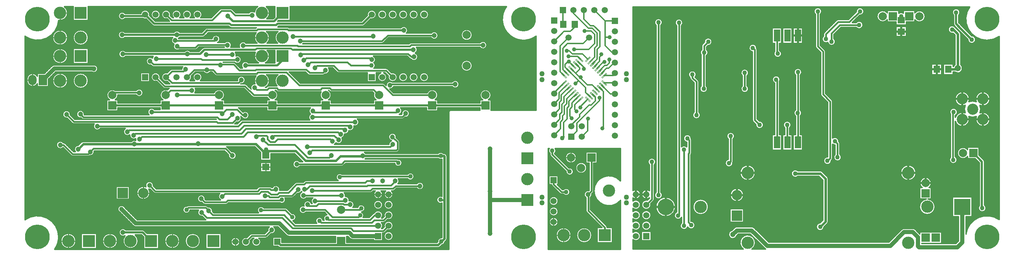
<source format=gtl>
%FSLAX43Y43*%
%MOMM*%
G71*
G01*
G75*
G04 Layer_Physical_Order=1*
%ADD10C,0.300*%
%ADD11R,1.800X1.600*%
%ADD12R,1.600X1.800*%
%ADD13R,1.500X3.000*%
%ADD14C,0.125*%
%ADD15C,1.000*%
%ADD16C,0.254*%
%ADD17C,0.400*%
%ADD18C,0.600*%
%ADD19C,0.500*%
%ADD20C,2.700*%
%ADD21C,3.000*%
%ADD22C,6.000*%
%ADD23R,3.000X3.000*%
%ADD24C,2.000*%
%ADD25R,2.000X2.000*%
%ADD26R,2.000X2.500*%
%ADD27O,2.000X2.500*%
%ADD28C,4.000*%
%ADD29R,4.000X4.000*%
%ADD30C,1.500*%
%ADD31R,1.500X1.500*%
%ADD32R,2.500X2.500*%
%ADD33C,2.500*%
%ADD34C,1.000*%
%ADD35C,1.270*%
%ADD36C,1.200*%
%ADD37C,1.100*%
%ADD38C,1.300*%
D10*
X117331Y59523D02*
G03*
X124523Y52331I4169J-3023D01*
G01*
X109050Y52650D02*
G03*
X109050Y52650I-1350J0D01*
G01*
X100775Y52525D02*
G03*
X99050Y53075I-950J0D01*
G01*
Y51975D02*
G03*
X100775Y52525I775J550D01*
G01*
X112600Y50175D02*
G03*
X110913Y50775I-950J0D01*
G01*
X110842Y49675D02*
G03*
X112600Y50175I808J500D01*
G01*
X98450Y57620D02*
G03*
X98450Y57620I-1100J0D01*
G01*
X95910D02*
G03*
X95910Y57620I-1100J0D01*
G01*
X93370D02*
G03*
X93370Y57620I-1100J0D01*
G01*
X90830D02*
G03*
X90830Y57620I-1100J0D01*
G01*
X88290D02*
G03*
X88290Y57620I-1100J0D01*
G01*
X94200Y50775D02*
G03*
X93811Y50614I0J-550D01*
G01*
X94200Y50775D02*
G03*
X93810Y50613I0J-550D01*
G01*
X93375Y53775D02*
G03*
X91688Y54375I-950J0D01*
G01*
X93067Y53075D02*
G03*
X93375Y53775I-642J700D01*
G01*
X109050Y45150D02*
G03*
X109050Y45150I-1350J0D01*
G01*
X105875Y40650D02*
G03*
X104150Y41200I-950J0D01*
G01*
Y40100D02*
G03*
X105875Y40650I775J550D01*
G01*
X112990Y36861D02*
G03*
X113633Y38011I-707J1150D01*
G01*
G03*
X111576Y36861I-1350J0D01*
G01*
X100690Y38011D02*
G03*
X98108Y38561I-1350J0D01*
G01*
X100048Y36861D02*
G03*
X100690Y38011I-707J1150D01*
G01*
X95725Y49075D02*
G03*
X95512Y49675I-950J0D01*
G01*
X95201Y48226D02*
G03*
X95725Y49075I-426J849D01*
G01*
X95850Y47325D02*
G03*
X95201Y48226I-950J0D01*
G01*
X94121Y46781D02*
G03*
X95850Y47325I779J544D01*
G01*
X93811Y46936D02*
G03*
X94121Y46781I389J389D01*
G01*
X93810Y46937D02*
G03*
X94121Y46781I390J388D01*
G01*
X88525Y44363D02*
G03*
X88135Y44525I-390J-388D01*
G01*
X88524Y44364D02*
G03*
X88135Y44525I-389J-389D01*
G01*
X90830Y42380D02*
G03*
X89445Y43443I-1100J0D01*
G01*
X88290Y42380D02*
G03*
X87533Y43425I-1100J0D01*
G01*
X98450Y42380D02*
G03*
X98450Y42380I-1100J0D01*
G01*
X95910D02*
G03*
X95910Y42380I-1100J0D01*
G01*
X93370D02*
G03*
X93370Y42380I-1100J0D01*
G01*
X88667Y42665D02*
G03*
X90830Y42380I1063J-285D01*
G01*
X89649Y41200D02*
G03*
X88153Y40350I-549J-775D01*
G01*
X86847Y43425D02*
G03*
X88290Y42380I343J-1045D01*
G01*
X89025Y39478D02*
G03*
X89993Y40100I75J947D01*
G01*
X85750Y57620D02*
G03*
X83574Y57392I-1100J0D01*
G01*
X84422Y56544D02*
G03*
X85750Y57620I228J1076D01*
G01*
X82430Y54800D02*
G03*
X82854Y54976I0J600D01*
G01*
X82430Y54800D02*
G03*
X82854Y54976I0J600D01*
G01*
X87150Y50600D02*
G03*
X87540Y50762I0J550D01*
G01*
X87150Y50600D02*
G03*
X87539Y50761I0J550D01*
G01*
X59849Y58009D02*
G03*
X59062Y59523I-1850J0D01*
G01*
X59168Y56575D02*
G03*
X59849Y58009I-1169J1434D01*
G01*
X64590Y54413D02*
G03*
X64200Y54575I-390J-388D01*
G01*
X64589Y54414D02*
G03*
X64200Y54575I-389J-389D01*
G01*
X61871Y53475D02*
G03*
X61771Y50625I1128J-1466D01*
G01*
X59849Y52009D02*
G03*
X59127Y53475I-1850J0D01*
G01*
X59227Y50625D02*
G03*
X59849Y52009I-1228J1384D01*
G01*
X85201Y45895D02*
G03*
X85575Y46650I-576J755D01*
G01*
G03*
X85049Y47500I-950J0D01*
G01*
X85500Y45225D02*
G03*
X85201Y45895I-900J0D01*
G01*
X85165Y44525D02*
G03*
X85500Y45225I-566J700D01*
G01*
X74375Y44075D02*
G03*
X74200Y44625I-950J0D01*
G01*
X76236Y43586D02*
G03*
X76625Y43425I389J389D01*
G01*
X76235Y43587D02*
G03*
X76625Y43425I390J388D01*
G01*
X73266Y43138D02*
G03*
X74375Y44075I159J937D01*
G01*
X72775Y42875D02*
G03*
X73165Y43037I0J550D01*
G01*
X72775Y42875D02*
G03*
X73164Y43036I0J550D01*
G01*
X87740Y40763D02*
G03*
X87350Y40925I-390J-388D01*
G01*
X87739Y40764D02*
G03*
X87350Y40925I-389J-389D01*
G01*
X85137Y38494D02*
G03*
X85690Y36861I1261J-483D01*
G01*
X74354Y39019D02*
G03*
X74180Y39150I-899J-1007D01*
G01*
X74454Y38919D02*
G03*
X74825Y38775I371J406D01*
G01*
X74454Y38919D02*
G03*
X74825Y38775I371J406D01*
G01*
X74805Y38011D02*
G03*
X74454Y38919I-1350J0D01*
G01*
X74162Y36861D02*
G03*
X74805Y38011I-707J1150D01*
G01*
X72200Y38775D02*
G03*
X72358Y38798I0J550D01*
G01*
X72200Y38775D02*
G03*
X72358Y38798I0J550D01*
G01*
G03*
X72748Y36861I1097J-787D01*
G01*
X67939Y50475D02*
G03*
X68062Y50600I-614J725D01*
G01*
X69160Y43037D02*
G03*
X69550Y42875I390J388D01*
G01*
X69161Y43036D02*
G03*
X69550Y42875I389J389D01*
G01*
X59849Y47509D02*
G03*
X59246Y48875I-1850J0D01*
G01*
X58818Y45850D02*
G03*
X59849Y47509I-819J1659D01*
G01*
X59849Y41509D02*
G03*
X59127Y42975I-1850J0D01*
G01*
X61871D02*
G03*
X61644Y40250I1128J-1466D01*
G01*
X61611Y38936D02*
G03*
X62000Y38775I389J389D01*
G01*
X61610Y38937D02*
G03*
X62000Y38775I390J388D01*
G01*
X61862Y38011D02*
G03*
X61237Y39150I-1350J0D01*
G01*
X58867Y39875D02*
G03*
X59849Y41509I-868J1634D01*
G01*
X59650Y40250D02*
G03*
X59261Y40089I0J-550D01*
G01*
X59650Y40250D02*
G03*
X59260Y40088I0J-550D01*
G01*
X61219Y36861D02*
G03*
X61862Y38011I-707J1150D01*
G01*
X59279Y37461D02*
G03*
X59805Y36861I1233J550D01*
G01*
X103825Y34327D02*
G03*
X103348Y33850I0J-477D01*
G01*
X103825Y34327D02*
G03*
X103348Y33850I0J-477D01*
G01*
X102047Y23850D02*
G03*
X100752Y23850I-648J-625D01*
G01*
X102940Y23085D02*
G03*
X102749Y23545I-650J0D01*
G01*
X102940Y23085D02*
G03*
X102750Y23545I-650J0D01*
G01*
X102635Y23659D02*
G03*
X102175Y23850I-460J-459D01*
G01*
X102635Y23660D02*
G03*
X102175Y23850I-460J-460D01*
G01*
X100804Y22550D02*
G03*
X101640Y22358I595J675D01*
G01*
X97275Y15900D02*
G03*
X95550Y16450I-950J0D01*
G01*
X94925Y18200D02*
G03*
X93313Y18750I-900J0D01*
G01*
Y17650D02*
G03*
X94925Y18200I712J550D01*
G01*
X92691Y32588D02*
G03*
X93800Y33525I159J937D01*
G01*
G03*
X91913Y33366I-950J0D01*
G01*
X91975Y34200D02*
G03*
X91655Y34911I-950J0D01*
G01*
X92075Y32200D02*
G03*
X92465Y32362I0J550D01*
G01*
X92075Y32200D02*
G03*
X92464Y32361I0J550D01*
G01*
X91329Y33300D02*
G03*
X91975Y34200I-304J900D01*
G01*
X90612Y27666D02*
G03*
X90625Y27825I-937J159D01*
G01*
X91450Y26600D02*
G03*
X91289Y26989I-550J0D01*
G01*
X90625Y27825D02*
G03*
X89437Y26905I-950J0D01*
G01*
X91450Y26600D02*
G03*
X91288Y26990I-550J0D01*
G01*
X89437Y26905D02*
G03*
X88775Y26000I288J-905D01*
G01*
X91289Y24486D02*
G03*
X91450Y24875I-389J389D01*
G01*
X91288Y24485D02*
G03*
X91450Y24875I-388J390D01*
G01*
X90625Y24050D02*
G03*
X91015Y24212I0J550D01*
G01*
X90625Y24050D02*
G03*
X91014Y24211I0J550D01*
G01*
X92000Y21525D02*
G03*
X90953Y22413I-900J0D01*
G01*
X90212Y21375D02*
G03*
X92000Y21525I887J150D01*
G01*
X91300Y17100D02*
G03*
X91125Y17650I-950J0D01*
G01*
X91043Y16450D02*
G03*
X91300Y17100I-693J650D01*
G01*
X90953Y22413D02*
G03*
X90700Y22475I-254J-488D01*
G01*
X90953Y22413D02*
G03*
X90700Y22475I-254J-488D01*
G01*
X101640Y13358D02*
G03*
X101640Y11692I-340J-833D01*
G01*
X95550Y15350D02*
G03*
X97275Y15900I775J550D01*
G01*
X89825Y14700D02*
G03*
X90215Y14862I0J550D01*
G01*
X89825Y14700D02*
G03*
X90214Y14861I0J550D01*
G01*
X102750Y2580D02*
G03*
X102940Y3040I-460J460D01*
G01*
X102749Y2580D02*
G03*
X102940Y3040I-459J460D01*
G01*
X101627Y3297D02*
G03*
X100653Y2323I-77J-897D01*
G01*
X101678Y1509D02*
G03*
X102441Y2272I-128J891D01*
G01*
X100775Y875D02*
G03*
X101235Y1066I0J650D01*
G01*
X100775Y875D02*
G03*
X101235Y1065I0J650D01*
G01*
X89840Y13860D02*
G03*
X89450Y14700I-1100J0D01*
G01*
X88030D02*
G03*
X89840Y13860I710J-840D01*
G01*
Y11320D02*
G03*
X89840Y11320I-1100J0D01*
G01*
X88455Y7717D02*
G03*
X89840Y8780I285J1063D01*
G01*
G03*
X87677Y8495I-1100J0D01*
G01*
X87300Y13860D02*
G03*
X86910Y14700I-1100J0D01*
G01*
X85490D02*
G03*
X87300Y13860I710J-840D01*
G01*
Y11320D02*
G03*
X87300Y11320I-1100J0D01*
G01*
Y8780D02*
G03*
X85237Y9311I-1100J0D01*
G01*
X87065Y8100D02*
G03*
X87300Y8780I-865J680D01*
G01*
X89840Y6240D02*
G03*
X87677Y5955I-1100J0D01*
G01*
X88455Y5177D02*
G03*
X89840Y6240I285J1063D01*
G01*
Y3700D02*
G03*
X89840Y3700I-1100J0D01*
G01*
X87510Y7000D02*
G03*
X87900Y7162I0J550D01*
G01*
X87510Y7000D02*
G03*
X87899Y7161I0J550D01*
G01*
X87475Y4425D02*
G03*
X87865Y4587I0J550D01*
G01*
X87475Y4425D02*
G03*
X87864Y4586I0J550D01*
G01*
X87300Y6240D02*
G03*
X86995Y7000I-1100J0D01*
G01*
X87036Y5525D02*
G03*
X87300Y6240I-836J715D01*
G01*
X83143Y23850D02*
G03*
X82874Y24050I-693J-650D01*
G01*
X83064Y22475D02*
G03*
X83143Y22550I-614J725D01*
G01*
X81550Y31425D02*
G03*
X81149Y32200I-950J0D01*
G01*
X80346Y30510D02*
G03*
X81550Y31425I254J915D01*
G01*
X80375Y30275D02*
G03*
X80346Y30510I-950J0D01*
G01*
X79120Y29375D02*
G03*
X80375Y30275I305J900D01*
G01*
X78048Y28534D02*
G03*
X79120Y29375I127J942D01*
G01*
X77420Y27580D02*
G03*
X78050Y28475I-320J895D01*
G01*
X77550Y27100D02*
G03*
X77420Y27580I-950J0D01*
G01*
X77350Y20650D02*
G03*
X77740Y20812I0J550D01*
G01*
X77350Y20650D02*
G03*
X77739Y20811I0J550D01*
G01*
X75978Y26382D02*
G03*
X77550Y27100I622J718D01*
G01*
X75637Y26000D02*
G03*
X75978Y26382I-512J800D01*
G01*
X84350Y14250D02*
G03*
X84739Y14411I0J550D01*
G01*
X84350Y14250D02*
G03*
X84740Y14412I0J550D01*
G01*
X80350Y11350D02*
G03*
X79188Y12276I-950J0D01*
G01*
X79200Y12425D02*
G03*
X78259Y13375I-950J0D01*
G01*
X79188Y12276D02*
G03*
X79200Y12425I-938J149D01*
G01*
X77433Y18750D02*
G03*
X76489Y17224I-533J-725D01*
G01*
X78275Y13550D02*
G03*
X77967Y14250I-950J0D01*
G01*
X78259Y13375D02*
G03*
X78275Y13550I-934J175D01*
G01*
X70351Y13000D02*
G03*
X70185Y11600I549J-775D01*
G01*
X69782Y34911D02*
G03*
X69765Y33401I568J-761D01*
G01*
G03*
X69560Y31975I510J-801D01*
G01*
X67200Y21750D02*
G03*
X67200Y20650I-775J-550D01*
G01*
X68699Y17224D02*
G03*
X68310Y17063I0J-550D01*
G01*
X68699Y17224D02*
G03*
X68309Y17062I0J-550D01*
G01*
X67597Y14549D02*
G03*
X67672Y14460I763J566D01*
G01*
G03*
X68812Y13000I403J-860D01*
G01*
X66400Y16800D02*
G03*
X66011Y16639I0J-550D01*
G01*
X66400Y16800D02*
G03*
X66010Y16638I0J-550D01*
G01*
X66616Y14088D02*
G03*
X67597Y14549I159J937D01*
G01*
X70017Y11600D02*
G03*
X68212Y11013I-917J-250D01*
G01*
X65275Y12975D02*
G03*
X65665Y13137I0J550D01*
G01*
X65275Y12975D02*
G03*
X65664Y13136I0J550D01*
G01*
X62292Y14826D02*
G03*
X62325Y15075I-917J249D01*
G01*
X63725Y12525D02*
G03*
X63604Y12975I-900J0D01*
G01*
X62325Y15075D02*
G03*
X60513Y15475I-950J0D01*
G01*
X60365Y15538D02*
G03*
X59975Y15700I-390J-388D01*
G01*
X60364Y15539D02*
G03*
X59975Y15700I-389J-389D01*
G01*
X62259Y11825D02*
G03*
X63725Y12525I566J700D01*
G01*
X85237Y9311D02*
G03*
X84991Y9169I143J-531D01*
G01*
X85237Y9311D02*
G03*
X84990Y9168I143J-531D01*
G01*
X83000Y10450D02*
G03*
X81225Y10660I-900J0D01*
G01*
X82177Y9553D02*
G03*
X83000Y10450I-77J897D01*
G01*
X82725Y8725D02*
G03*
X82177Y9553I-900J0D01*
G01*
X82556Y8200D02*
G03*
X82725Y8725I-731J525D01*
G01*
X80053Y10660D02*
G03*
X80350Y11350I-653J690D01*
G01*
X73775Y8897D02*
G03*
X73085Y7525I75J-897D01*
G01*
X79374Y3099D02*
G03*
X79975Y2850I601J601D01*
G01*
X79374Y3099D02*
G03*
X79975Y2850I601J601D01*
G01*
X72816Y7525D02*
G03*
X71263Y6790I-891J-125D01*
G01*
X68212Y11013D02*
G03*
X68725Y9550I-262J-913D01*
G01*
X64065Y10388D02*
G03*
X63675Y10550I-390J-388D01*
G01*
X64064Y10389D02*
G03*
X63675Y10550I-389J-389D01*
G01*
X65517Y7411D02*
G03*
X66275Y8300I-142J889D01*
G01*
G03*
X65260Y9193I-900J0D01*
G01*
X63949Y3874D02*
G03*
X64550Y3625I601J601D01*
G01*
X63949Y3874D02*
G03*
X64550Y3625I601J601D01*
G01*
X61275Y5175D02*
G03*
X60874Y5950I-950J0D01*
G01*
X59776D02*
G03*
X59388Y5016I549J-775D01*
G01*
X60166Y4238D02*
G03*
X61275Y5175I159J937D01*
G01*
X58900Y3200D02*
G03*
X59289Y3361I0J550D01*
G01*
X58900Y3200D02*
G03*
X59290Y3362I0J550D01*
G01*
X62014Y1065D02*
G03*
X62473Y875I460J460D01*
G01*
X62013Y1066D02*
G03*
X62473Y875I460J459D01*
G01*
X56936Y59523D02*
G03*
X56161Y58217I1063J-1514D01*
G01*
G03*
X54825Y58000I-561J-767D01*
G01*
X50765Y58913D02*
G03*
X50375Y59075I-390J-388D01*
G01*
X50764Y58914D02*
G03*
X50375Y59075I-389J-389D01*
G01*
X48150D02*
G03*
X47761Y58914I0J-550D01*
G01*
X50101Y54601D02*
G03*
X50525Y54425I424J424D01*
G01*
X50101Y54601D02*
G03*
X50525Y54425I424J424D01*
G01*
X48150Y59075D02*
G03*
X47760Y58913I0J-550D01*
G01*
X56584Y53200D02*
G03*
X56771Y50625I1415J-1191D01*
G01*
X44965Y54300D02*
G03*
X44301Y54174I-240J-550D01*
G01*
X47274Y50800D02*
G03*
X47800Y51650I-424J850D01*
G01*
G03*
X45912Y51800I-950J0D01*
G01*
X43110Y56825D02*
G03*
X43450Y57620I-760J795D01*
G01*
G03*
X41590Y56825I-1100J0D01*
G01*
X40570D02*
G03*
X40910Y57620I-760J795D01*
G01*
G03*
X39050Y56825I-1100J0D01*
G01*
X38370Y57620D02*
G03*
X36510Y56825I-1100J0D01*
G01*
X35830Y57620D02*
G03*
X35015Y56557I-1100J0D01*
G01*
X38030Y56825D02*
G03*
X38370Y57620I-760J795D01*
G01*
X35793Y57335D02*
G03*
X35830Y57620I-1063J285D01*
G01*
X43675Y52100D02*
G03*
X44099Y52276I0J600D01*
G01*
X43675Y52100D02*
G03*
X44099Y52276I0J600D01*
G01*
X38087Y53300D02*
G03*
X36575Y53250I-737J-600D01*
G01*
X37750Y51838D02*
G03*
X38087Y52100I-400J862D01*
G01*
X36336Y52050D02*
G03*
X36650Y50424I614J-725D01*
G01*
X56396Y48433D02*
G03*
X57180Y45850I1603J-924D01*
G01*
X54175Y50625D02*
G03*
X52563Y49625I-775J-550D01*
G01*
X54712Y45850D02*
G03*
X53282Y44600I-737J-600D01*
G01*
X53925Y41675D02*
G03*
X52033Y41550I-950J0D01*
G01*
X51750Y47850D02*
G03*
X51556Y48425I-950J0D01*
G01*
X51699Y47542D02*
G03*
X51750Y47850I-899J308D01*
G01*
X52975Y46650D02*
G03*
X51699Y47542I-950J0D01*
G01*
X50600Y50175D02*
G03*
X48935Y50800I-950J0D01*
G01*
X51483Y45870D02*
G03*
X52975Y46650I542J780D01*
G01*
X51310Y46025D02*
G03*
X51394Y45940I715J625D01*
G01*
G03*
X51100Y46025I-294J-465D01*
G01*
X50425Y49625D02*
G03*
X50600Y50175I-775J550D01*
G01*
X51394Y45940D02*
G03*
X51100Y46025I-294J-465D01*
G01*
X56563Y42675D02*
G03*
X56302Y40772I1436J-1166D01*
G01*
G03*
X55335Y39493I-77J-947D01*
G01*
X55650Y37623D02*
G03*
X56039Y37461I389J389D01*
G01*
X55649Y37623D02*
G03*
X56039Y37461I390J388D01*
G01*
X52975Y40725D02*
G03*
X53925Y41675I0J950D01*
G01*
X54265Y40563D02*
G03*
X53875Y40725I-390J-388D01*
G01*
X52816Y40738D02*
G03*
X52975Y40725I159J937D01*
G01*
X54264Y40564D02*
G03*
X53875Y40725I-389J-389D01*
G01*
X48276Y36861D02*
G03*
X48919Y38011I-707J1150D01*
G01*
X44000Y49625D02*
G03*
X43576Y49449I0J-600D01*
G01*
X44000Y49625D02*
G03*
X43576Y49449I0J-600D01*
G01*
X41825Y49025D02*
G03*
X42215Y49187I0J550D01*
G01*
X41825Y49025D02*
G03*
X42214Y49186I0J550D01*
G01*
X43875Y43600D02*
G03*
X45425Y43600I775J550D01*
G01*
X40637Y48600D02*
G03*
X39163Y48600I-737J-600D01*
G01*
X38732Y44925D02*
G03*
X38476Y44325I693J-650D01*
G01*
X36650Y50424D02*
G03*
X37849Y49025I775J-549D01*
G01*
X36125Y44325D02*
G03*
X35736Y44164I0J-550D01*
G01*
X36125Y44325D02*
G03*
X35735Y44163I0J-550D01*
G01*
X46636Y42836D02*
G03*
X47025Y42675I389J389D01*
G01*
X46635Y42837D02*
G03*
X47025Y42675I390J388D01*
G01*
X48919Y38011D02*
G03*
X46336Y38561I-1350J0D01*
G01*
X43450Y42380D02*
G03*
X41628Y41550I-1100J0D01*
G01*
X43072D02*
G03*
X43450Y42380I-722J830D01*
G01*
X40910D02*
G03*
X40873Y42665I-1100J0D01*
G01*
X40532Y41550D02*
G03*
X40910Y42380I-722J830D01*
G01*
X35015Y43443D02*
G03*
X35015Y41317I-285J-1063D01*
G01*
X41950Y39175D02*
G03*
X41837Y39625I-950J0D01*
G01*
X41725Y38561D02*
G03*
X41950Y39175I-725J614D01*
G01*
X34006Y39786D02*
G03*
X34395Y39625I389J389D01*
G01*
X34005Y39787D02*
G03*
X34395Y39625I390J388D01*
G01*
X35109Y39272D02*
G03*
X33919Y36861I-483J-1261D01*
G01*
X33290Y57620D02*
G03*
X33290Y57620I-1100J0D01*
G01*
X31446Y54976D02*
G03*
X31870Y54800I424J424D01*
G01*
X31446Y54976D02*
G03*
X31870Y54800I424J424D01*
G01*
X30750Y57620D02*
G03*
X28580Y57876I-1100J0D01*
G01*
X30726Y57392D02*
G03*
X30750Y57620I-1076J228D01*
G01*
X29086Y56676D02*
G03*
X29878Y56544I564J944D01*
G01*
X24811Y57876D02*
G03*
X24811Y56676I-737J-600D01*
G01*
X24787Y53250D02*
G03*
X24787Y52050I-737J-600D01*
G01*
X10849Y58009D02*
G03*
X10062Y59523I-1850J0D01*
G01*
X8641Y56194D02*
G03*
X10849Y58009I358J1815D01*
G01*
X15849Y52009D02*
G03*
X15849Y52009I-1850J0D01*
G01*
X10849Y52009D02*
G03*
X10849Y52009I-1850J0D01*
G01*
X477Y52331D02*
G03*
X8641Y56194I3023J4169D01*
G01*
X31565Y47400D02*
G03*
X31385Y47035I742J-593D01*
G01*
G03*
X31009Y45313I-535J-785D01*
G01*
X31236Y45086D02*
G03*
X31625Y44925I389J389D01*
G01*
X31235Y45087D02*
G03*
X31625Y44925I390J388D01*
G01*
X33290Y42380D02*
G03*
X32475Y41317I-1100J0D01*
G01*
X33253Y42095D02*
G03*
X33290Y42380I-1063J285D01*
G01*
X24912Y48600D02*
G03*
X24912Y47400I-737J-600D01*
G01*
X18150Y44425D02*
G03*
X16896Y45325I-950J0D01*
G01*
X16688Y43625D02*
G03*
X18150Y44425I512J800D01*
G01*
X29150Y38575D02*
G03*
X27444Y39150I-950J0D01*
G01*
X27408Y38050D02*
G03*
X29150Y38575I792J525D01*
G01*
X22409Y39150D02*
G03*
X20976Y36861I-725J-1139D01*
G01*
X22390D02*
G03*
X23033Y38011I-707J1150D01*
G01*
X10849Y47509D02*
G03*
X10849Y47509I-1850J0D01*
G01*
X7572Y45325D02*
G03*
X6971Y45076I0J-850D01*
G01*
X7572Y45325D02*
G03*
X6971Y45076I0J-850D01*
G01*
X15849Y41509D02*
G03*
X15849Y41509I-1850J0D01*
G01*
X10849D02*
G03*
X10849Y41509I-1850J0D01*
G01*
X3439Y42649D02*
G03*
X939Y41942I-1150J-707D01*
G01*
Y41442D02*
G03*
X3439Y40735I1350J0D01*
G01*
X57475Y15700D02*
G03*
X57086Y15539I0J-550D01*
G01*
X57475Y15700D02*
G03*
X57085Y15538I0J-550D01*
G01*
X54875Y33100D02*
G03*
X53362Y33865I-950J0D01*
G01*
X53116Y32602D02*
G03*
X54875Y33100I809J498D01*
G01*
X52961Y32711D02*
G03*
X53116Y32602I389J389D01*
G01*
X52960Y32712D02*
G03*
X53116Y32602I390J388D01*
G01*
X52975Y32375D02*
G03*
X52877Y32795I-950J0D01*
G01*
X51824Y31446D02*
G03*
X52975Y32375I201J929D01*
G01*
X53225Y31975D02*
G03*
X52836Y31814I0J-550D01*
G01*
X53225Y31975D02*
G03*
X52835Y31813I0J-550D01*
G01*
X51775Y23300D02*
G03*
X50666Y24237I-950J0D01*
G01*
X49888Y23459D02*
G03*
X51775Y23300I937J-159D01*
G01*
X47761Y14075D02*
G03*
X47951Y12500I614J-725D01*
G01*
X49300Y11400D02*
G03*
X49690Y11562I0J550D01*
G01*
X49300Y11400D02*
G03*
X49689Y11561I0J550D01*
G01*
X44225Y12800D02*
G03*
X43434Y11863I-950J0D01*
G01*
X44212Y12641D02*
G03*
X44225Y12800I-937J159D01*
G01*
X43736Y11561D02*
G03*
X44125Y11400I389J389D01*
G01*
X43735Y11562D02*
G03*
X44125Y11400I390J388D01*
G01*
X58487Y10550D02*
G03*
X57127Y9375I-712J-550D01*
G01*
X55547Y4300D02*
G03*
X55158Y4139I0J-550D01*
G01*
X55547Y4300D02*
G03*
X55157Y4138I0J-550D01*
G01*
X44715Y10963D02*
G03*
X44325Y11125I-390J-388D01*
G01*
X44714Y10964D02*
G03*
X44325Y11125I-389J-389D01*
G01*
X46012Y9666D02*
G03*
X46025Y9825I-937J159D01*
G01*
G03*
X44916Y10762I-950J0D01*
G01*
X44261Y7736D02*
G03*
X44373Y7650I389J389D01*
G01*
X44260Y7737D02*
G03*
X44373Y7650I390J388D01*
G01*
X57728Y2291D02*
G03*
X57247Y3200I-1100J0D01*
G01*
X56009D02*
G03*
X57728Y2291I619J-909D01*
G01*
X55188D02*
G03*
X55150Y2575I-1100J0D01*
G01*
X54373Y3353D02*
G03*
X55188Y2291I-285J-1063D01*
G01*
X52648D02*
G03*
X52648Y2291I-1100J0D01*
G01*
X42569Y10025D02*
G03*
X43484Y8513I756J-575D01*
G01*
X40150Y11125D02*
G03*
X39792Y10992I0J-550D01*
G01*
X40150Y11125D02*
G03*
X39792Y10992I0J-550D01*
G01*
G03*
X40572Y10025I-117J-892D01*
G01*
X43051Y2499D02*
G03*
X43051Y2499I-1850J0D01*
G01*
X38051D02*
G03*
X38051Y2499I-1850J0D01*
G01*
X32000Y34450D02*
G03*
X30583Y33200I-775J-550D01*
G01*
X25908Y28350D02*
G03*
X27311Y27394I942J-125D01*
G01*
G03*
X27345Y26960I939J-144D01*
G01*
G03*
X26307Y26725I-345J-885D01*
G01*
X24813Y29900D02*
G03*
X25908Y28350I512J-800D01*
G01*
X17233Y30975D02*
G03*
X18800Y29900I792J-525D01*
G01*
X14862Y33216D02*
G03*
X14875Y33375I-937J159D01*
G01*
X14260Y32262D02*
G03*
X14650Y32100I390J388D01*
G01*
X14261Y32261D02*
G03*
X14650Y32100I389J389D01*
G01*
X14875Y33375D02*
G03*
X14084Y32438I-950J0D01*
G01*
X11500Y33325D02*
G03*
X10709Y32388I-950J0D01*
G01*
X11487Y33166D02*
G03*
X11500Y33325I-937J159D01*
G01*
X11961Y31136D02*
G03*
X12350Y30975I389J389D01*
G01*
X11960Y31137D02*
G03*
X12350Y30975I390J388D01*
G01*
X14600Y26725D02*
G03*
X14140Y26535I0J-650D01*
G01*
X14600Y26725D02*
G03*
X14140Y26534I0J-650D01*
G01*
X13406Y25800D02*
G03*
X12685Y24225I-6J-950D01*
G01*
X10240Y26263D02*
G03*
X9850Y26425I-390J-388D01*
G01*
X10239Y26264D02*
G03*
X9850Y26425I-389J-389D01*
G01*
X9800D02*
G03*
X9720Y25227I-775J-550D01*
G01*
X31736Y14236D02*
G03*
X32125Y14075I389J389D01*
G01*
X31637Y15891D02*
G03*
X31650Y16050I-937J159D01*
G01*
X31735Y14237D02*
G03*
X32125Y14075I390J388D01*
G01*
X30514Y15118D02*
G03*
X30859Y15113I186J932D01*
G01*
X31650Y16050D02*
G03*
X29825Y15680I-950J0D01*
G01*
X30799Y14207D02*
G03*
X30514Y15118I-1600J0D01*
G01*
X29825Y15680D02*
G03*
X30799Y14207I-626J-1472D01*
G01*
X29449Y4999D02*
G03*
X29025Y5175I-424J-424D01*
G01*
X29449Y4999D02*
G03*
X29025Y5175I-424J-424D01*
G01*
X26774Y6199D02*
G03*
X27375Y5950I601J601D01*
G01*
X26774Y6199D02*
G03*
X27375Y5950I601J601D01*
G01*
X24710Y10667D02*
G03*
X23508Y9465I-810J-392D01*
G01*
X27951Y2499D02*
G03*
X27216Y3975I-1850J0D01*
G01*
X24762Y3775D02*
G03*
X27951Y2499I1340J-1276D01*
G01*
X24987Y5175D02*
G03*
X24762Y3775I-737J-600D01*
G01*
X17275Y24200D02*
G03*
X17262Y24359I-950J0D01*
G01*
X16165Y23264D02*
G03*
X17275Y24200I160J936D01*
G01*
X15800Y23125D02*
G03*
X16165Y23264I0J550D01*
G01*
X15800Y23125D02*
G03*
X16165Y23264I0J550D01*
G01*
X11661Y23286D02*
G03*
X12050Y23125I389J389D01*
G01*
X11660Y23287D02*
G03*
X12050Y23125I390J388D01*
G01*
X22951Y2499D02*
G03*
X22951Y2499I-1850J0D01*
G01*
X8650Y3500D02*
G03*
X477Y7669I-5150J0D01*
G01*
X12856Y2508D02*
G03*
X12856Y2508I-1850J0D01*
G01*
X7669Y477D02*
G03*
X8650Y3500I-4169J3023D01*
G01*
X136850Y20300D02*
G03*
X136850Y20300I-1350J0D01*
G01*
X138389Y14262D02*
G03*
X138550Y14651I-389J389D01*
G01*
X138388Y14262D02*
G03*
X138550Y14651I-388J390D01*
G01*
X138099Y13825D02*
G03*
X138089Y13962I-950J0D01*
G01*
X137750Y13089D02*
G03*
X138099Y13825I-601J736D01*
G01*
X137329Y14758D02*
G03*
X136650Y13017I-180J-933D01*
G01*
X145023Y17098D02*
G03*
X145023Y12352I-2773J-2373D01*
G01*
X141801Y5824D02*
G03*
X141640Y6213I-550J0D01*
G01*
X136650Y9875D02*
G03*
X136811Y9486I550J0D01*
G01*
X136650Y9875D02*
G03*
X136812Y9485I550J0D01*
G01*
X138075Y3899D02*
G03*
X138075Y3899I-1850J0D01*
G01*
X134350Y22800D02*
G03*
X134350Y22800I-1350J0D01*
G01*
X133600Y19400D02*
G03*
X132500Y20278I-900J0D01*
G01*
X131800Y19422D02*
G03*
X133600Y19400I900J-22D01*
G01*
X132757Y14434D02*
G03*
X131145Y14984I-900J0D01*
G01*
Y13884D02*
G03*
X132757Y14434I712J550D01*
G01*
X129375Y24475D02*
G03*
X129189Y25023I-900J0D01*
G01*
X129025Y23763D02*
G03*
X129375Y24475I-550J712D01*
G01*
X127925Y23525D02*
G03*
X128086Y23136I550J0D01*
G01*
X127761Y25023D02*
G03*
X127925Y23763I714J-548D01*
G01*
Y23525D02*
G03*
X128087Y23135I550J0D01*
G01*
X128270Y16208D02*
G03*
X128421Y15926I539J108D01*
G01*
X128270Y16208D02*
G03*
X128420Y15927I539J108D01*
G01*
X130302Y14045D02*
G03*
X130691Y13884I389J389D01*
G01*
X130302Y14046D02*
G03*
X130691Y13884I390J388D01*
G01*
X133075Y3899D02*
G03*
X133075Y3899I-1850J0D01*
G01*
X129909Y12228D02*
G03*
X129909Y12228I-1100J0D01*
G01*
Y9688D02*
G03*
X129909Y9688I-1100J0D01*
G01*
Y7148D02*
G03*
X129909Y7148I-1100J0D01*
G01*
X148050Y2795D02*
G03*
X148760Y2550I710J905D01*
G01*
G03*
X148050Y4605I0J1150D01*
G01*
Y5335D02*
G03*
X148760Y5090I710J905D01*
G01*
G03*
X148050Y7145I0J1150D01*
G01*
X152450Y6240D02*
G03*
X152450Y6240I-1150J0D01*
G01*
X148050Y7875D02*
G03*
X148760Y7630I710J905D01*
G01*
G03*
X148050Y9685I0J1150D01*
G01*
Y10415D02*
G03*
X148760Y10170I710J905D01*
G01*
G03*
X148050Y12225I0J1150D01*
G01*
X152450Y8780D02*
G03*
X152450Y8780I-1150J0D01*
G01*
X151569Y12438D02*
G03*
X151300Y10170I-269J-1118D01*
G01*
G03*
X152418Y11589I0J1150D01*
G01*
X159850Y6937D02*
G03*
X160450Y5250I600J-737D01*
G01*
X158625Y9562D02*
G03*
X159025Y7750I400J-862D01*
G01*
G03*
X159850Y8229I0J950D01*
G01*
X148050Y12955D02*
G03*
X148760Y12710I710J905D01*
G01*
G03*
X148050Y14765I0J1150D01*
G01*
X151300Y12710D02*
G03*
X152050Y12988I0J1150D01*
G01*
X153074Y12246D02*
G03*
X153250Y12670I-424J424D01*
G01*
X153074Y12246D02*
G03*
X153250Y12670I-424J424D01*
G01*
X152050Y14732D02*
G03*
X151300Y12710I-750J-872D01*
G01*
X153250Y21013D02*
G03*
X152050Y21013I-600J737D01*
G01*
X153650Y14387D02*
G03*
X154250Y12700I600J-737D01*
G01*
X154671Y12798D02*
G03*
X156000Y8400I1329J-1998D01*
G01*
X154250Y12700D02*
G03*
X154671Y12798I0J950D01*
G01*
X154819Y12890D02*
G03*
X154850Y14387I-569J760D01*
G01*
X156000Y8400D02*
G03*
X154819Y12890I0J2400D01*
G01*
X160450Y5250D02*
G03*
X161346Y5885I0J950D01*
G01*
G03*
X162175Y5400I829J465D01*
G01*
X172046Y5094D02*
G03*
X172300Y3025I254J-1019D01*
G01*
G03*
X173319Y3821I0J1050D01*
G01*
X162175Y5400D02*
G03*
X162100Y7297I0J950D01*
G01*
X177123Y3554D02*
G03*
X174834Y527I-1223J-1454D01*
G01*
X176966D02*
G03*
X177281Y3405I-1066J1573D01*
G01*
X180038Y664D02*
G03*
X180214Y527I637J636D01*
G01*
X180039Y664D02*
G03*
X180214Y527I636J636D01*
G01*
X173275Y5950D02*
G03*
X172638Y5686I0J-900D01*
G01*
X173275Y5950D02*
G03*
X172638Y5686I0J-900D01*
G01*
X177536D02*
G03*
X176900Y5950I-636J-636D01*
G01*
X177537Y5686D02*
G03*
X176900Y5950I-637J-636D01*
G01*
X178486Y4761D02*
G03*
X178348Y4875I-636J-636D01*
G01*
X166400Y10800D02*
G03*
X166400Y10800I-1900J0D01*
G01*
X174943Y13699D02*
G03*
X174943Y13699I-1650J0D01*
G01*
X171375Y20500D02*
G03*
X172315Y21588I0J950D01*
G01*
X162149Y23551D02*
G03*
X162325Y23975I-424J424D01*
G01*
X162149Y23551D02*
G03*
X162325Y23975I-424J424D01*
G01*
X171175Y22379D02*
G03*
X171375Y20500I200J-929D01*
G01*
X177800Y19100D02*
G03*
X177800Y19100I-1900J0D01*
G01*
X172315Y21588D02*
G03*
X172375Y21850I-540J262D01*
G01*
X172315Y21588D02*
G03*
X172375Y21850I-540J262D01*
G01*
X161125Y25393D02*
G03*
X159825Y25440I-675J-668D01*
G01*
X162195Y27374D02*
G03*
X161125Y26533I-945J101D01*
G01*
X162325Y27000D02*
G03*
X162195Y27374I-600J0D01*
G01*
X162325Y27000D02*
G03*
X162195Y27374I-600J0D01*
G01*
X162875Y33887D02*
G03*
X163475Y32200I600J-737D01*
G01*
G03*
X164075Y33887I0J950D01*
G01*
X154850Y54963D02*
G03*
X153650Y54963I-600J737D01*
G01*
X161875Y42225D02*
G03*
X162051Y41801I600J0D01*
G01*
X161875Y42225D02*
G03*
X162051Y41801I600J0D01*
G01*
X164075Y41225D02*
G03*
X163899Y41649I-600J0D01*
G01*
X164075Y41225D02*
G03*
X163899Y41649I-600J0D01*
G01*
X163183Y42366D02*
G03*
X161875Y42263I-708J634D01*
G01*
X159825Y54888D02*
G03*
X158625Y54888I-600J737D01*
G01*
X172375Y27288D02*
G03*
X171175Y27288I-600J737D01*
G01*
X164625Y40287D02*
G03*
X165225Y38600I600J-737D01*
G01*
G03*
X165825Y40287I0J950D01*
G01*
X174600Y40287D02*
G03*
X175200Y38600I600J-737D01*
G01*
G03*
X175800Y40287I0J950D01*
G01*
X177855Y30872D02*
G03*
X178800Y29825I945J-97D01*
G01*
X177025Y31950D02*
G03*
X177201Y31526I600J0D01*
G01*
X178800Y29825D02*
G03*
X178703Y31720I0J950D01*
G01*
X177025Y31950D02*
G03*
X177201Y31526I600J0D01*
G01*
X164750Y49087D02*
G03*
X164625Y47736I600J-737D01*
G01*
X165825Y47527D02*
G03*
X165950Y49087I-475J823D01*
G01*
X164926Y50424D02*
G03*
X164750Y50000I424J-424D01*
G01*
X164926Y50424D02*
G03*
X164750Y50000I424J-424D01*
G01*
X166325Y50050D02*
G03*
X165382Y50881I0J950D01*
G01*
X175800Y42688D02*
G03*
X174600Y42688I-600J737D01*
G01*
X183620Y41280D02*
G03*
X182420Y40941I-795J520D01*
G01*
X178225Y49025D02*
G03*
X178095Y49399I-600J0D01*
G01*
G03*
X177025Y48558I-945J101D01*
G01*
X178225Y49025D02*
G03*
X178095Y49399I-600J0D01*
G01*
X182420Y48642D02*
G03*
X183200Y47150I780J-542D01*
G01*
G03*
X183620Y48952I0J950D01*
G01*
X193500Y5000D02*
G03*
X194449Y5909I0J950D01*
G01*
X193459Y6899D02*
G03*
X193500Y5000I41J-949D01*
G01*
X187450Y17975D02*
G03*
X188092Y18225I0J950D01*
G01*
Y19625D02*
G03*
X187450Y17975I-642J-700D01*
G01*
X195295Y6755D02*
G03*
X195500Y7250I-495J495D01*
G01*
X195295Y6755D02*
G03*
X195500Y7250I-495J495D01*
G01*
Y17625D02*
G03*
X195295Y18120I-700J0D01*
G01*
X195500Y17625D02*
G03*
X195295Y18120I-700J0D01*
G01*
X193995Y19420D02*
G03*
X193500Y19625I-495J-495D01*
G01*
X193995Y19420D02*
G03*
X193500Y19625I-495J-495D01*
G01*
X195325Y22974D02*
G03*
X195275Y21075I-50J-949D01*
G01*
G03*
X196220Y22122I0J950D01*
G01*
X213900Y5550D02*
G03*
X213264Y5286I0J-900D01*
G01*
X213900Y5550D02*
G03*
X213263Y5286I0J-900D01*
G01*
X216636Y5286D02*
G03*
X216000Y5550I-636J-636D01*
G01*
X216637Y5286D02*
G03*
X216000Y5550I-637J-636D01*
G01*
X216800Y19100D02*
G03*
X216800Y19100I-1900J0D01*
G01*
X196349Y22251D02*
G03*
X196525Y22675I-424J424D01*
G01*
X196349Y22251D02*
G03*
X196525Y22675I-424J424D01*
G01*
X197125Y23612D02*
G03*
X197725Y21925I600J-737D01*
G01*
G03*
X198325Y23612I0J950D01*
G01*
X186100Y30013D02*
G03*
X184900Y30013I-600J737D01*
G01*
X196525Y26044D02*
G03*
X197100Y25850I575J756D01*
G01*
X198325Y26175D02*
G03*
X198149Y26599I-600J0D01*
G01*
X198325Y26175D02*
G03*
X198149Y26599I-600J0D01*
G01*
X198045Y26703D02*
G03*
X196525Y27556I-945J97D01*
G01*
X219273Y12711D02*
G03*
X219500Y8925I227J-1886D01*
G01*
G03*
X219727Y12711I0J1900D01*
G01*
X219958Y15511D02*
G03*
X218225Y15511I-866J1100D01*
G01*
X236973Y7705D02*
G03*
X228900Y4216I-2973J-4205D01*
G01*
X232125Y11114D02*
G03*
X232850Y9550I725J-614D01*
G01*
G03*
X233425Y11256I0J950D01*
G01*
X225125Y22892D02*
G03*
X225825Y21300I700J-642D01*
G01*
G03*
X226325Y23058I0J950D01*
G01*
Y31593D02*
G03*
X228000Y30350I1675J507D01*
G01*
X233425Y21800D02*
G03*
X233234Y22260I-650J0D01*
G01*
X233425Y21800D02*
G03*
X233235Y22260I-650J0D01*
G01*
X229288Y24774D02*
G03*
X228188Y22508I-1100J-866D01*
G01*
G03*
X229288Y23042I0J1400D01*
G01*
X228000Y30350D02*
G03*
X229597Y32815I0J1750D01*
G01*
X231403Y32815D02*
G03*
X233000Y30350I1597J-715D01*
G01*
G03*
X232285Y33697I0J1750D01*
G01*
X187500Y34431D02*
G03*
X187500Y32919I575J-756D01*
G01*
X188700Y32959D02*
G03*
X188700Y34391I-625J716D01*
G01*
Y42863D02*
G03*
X187500Y42863I-600J737D01*
G01*
X193600Y38200D02*
G03*
X193776Y37776I600J0D01*
G01*
X193600Y38200D02*
G03*
X193776Y37776I600J0D01*
G01*
X196525Y36475D02*
G03*
X196349Y36899I-600J0D01*
G01*
X196525Y36475D02*
G03*
X196349Y36899I-600J0D01*
G01*
X194800Y48600D02*
G03*
X194624Y49024I-600J0D01*
G01*
X194800Y48600D02*
G03*
X194624Y49024I-600J0D01*
G01*
X192337Y49863D02*
G03*
X192513Y49438I600J0D01*
G01*
X192337Y49863D02*
G03*
X192513Y49438I600J0D01*
G01*
X194300Y52387D02*
G03*
X194900Y50700I600J-737D01*
G01*
G03*
X195349Y50813I0J950D01*
G01*
G03*
X196275Y50075I926J212D01*
G01*
G03*
X196875Y51762I0J950D01*
G01*
X194476Y53249D02*
G03*
X194300Y52825I424J-424D01*
G01*
X194476Y53249D02*
G03*
X194300Y52825I424J-424D01*
G01*
X202238Y54475D02*
G03*
X202975Y54125I737J600D01*
G01*
G03*
X202238Y55675I0J950D01*
G01*
X193537Y57651D02*
G03*
X192337Y57651I-600J737D01*
G01*
X197875Y56400D02*
G03*
X197451Y56224I0J-600D01*
G01*
X197875Y56400D02*
G03*
X197451Y56224I0J-600D01*
G01*
X203187Y57438D02*
G03*
X202242Y58291I0J950D01*
G01*
X208677Y55800D02*
G03*
X209777Y56334I0J1400D01*
G01*
Y58066D02*
G03*
X208677Y55800I-1100J-866D01*
G01*
X213711Y57955D02*
G03*
X212577Y57932I-551J-774D01*
G01*
X216511Y56326D02*
G03*
X217611Y55792I1100J866D01*
G01*
G03*
X216511Y58058I0J1400D01*
G01*
X228715Y33697D02*
G03*
X226325Y32607I-715J-1597D01*
G01*
Y33050D02*
G03*
X225125Y33351I-425J850D01*
G01*
X229597Y36385D02*
G03*
X228000Y35350I-1597J715D01*
G01*
X226225Y45437D02*
G03*
X225875Y44993I700J-912D01*
G01*
X226251Y43593D02*
G03*
X226925Y43375I674J932D01*
G01*
X229597Y32815D02*
G03*
X230500Y32600I903J1785D01*
G01*
G03*
X231403Y32815I0J2000D01*
G01*
X228000Y35350D02*
G03*
X228715Y35503I0J1750D01*
G01*
G03*
X228715Y33697I1785J-903D01*
G01*
X232285Y33697D02*
G03*
X232285Y35503I-1785J903D01*
G01*
X231403Y36385D02*
G03*
X229597Y36385I-903J-1785D01*
G01*
X232285Y35503D02*
G03*
X233000Y35350I715J1597D01*
G01*
X226925Y43375D02*
G03*
X227625Y45437I0J1150D01*
G01*
X233000Y35350D02*
G03*
X231403Y36385I0J1750D01*
G01*
X225525Y53025D02*
G03*
X225776Y53059I0J950D01*
G01*
X226322Y54492D02*
G03*
X225525Y53025I-797J-517D01*
G01*
X226315Y54640D02*
G03*
X226440Y54465I584J285D01*
G01*
X225865Y55360D02*
G03*
X226055Y54900I650J0D01*
G01*
X225865Y55360D02*
G03*
X226056Y54900I650J0D01*
G01*
X227165Y57447D02*
G03*
X225865Y57447I-650J693D01*
G01*
X229350Y51555D02*
G03*
X230300Y50575I950J-30D01*
G01*
G03*
X230269Y52475I0J950D01*
G01*
X229795Y59473D02*
G03*
X234000Y51350I4205J-2973D01*
G01*
G03*
X236973Y52295I0J5150D01*
G01*
X227625Y52900D02*
G03*
X227420Y53395I-700J0D01*
G01*
X227625Y52900D02*
G03*
X227420Y53395I-700J0D01*
G01*
X227934Y54810D02*
G03*
X227810Y54985I-584J-285D01*
G01*
X117200Y59334D02*
Y59523D01*
X117100Y59176D02*
Y59523D01*
X117000Y59004D02*
Y59523D01*
X116900Y58815D02*
Y59523D01*
X116800Y58605D02*
Y59523D01*
X116700Y58365D02*
Y59523D01*
X116600Y58084D02*
Y59523D01*
X116500Y57733D02*
Y59523D01*
X116400Y57214D02*
Y59523D01*
X111800Y51113D02*
Y59523D01*
X111700Y51124D02*
Y59523D01*
X111600Y51124D02*
Y59523D01*
X111500Y51113D02*
Y59523D01*
X112300Y50868D02*
Y59523D01*
X112400Y50758D02*
Y59523D01*
X112200Y50950D02*
Y59523D01*
X112100Y51012D02*
Y59523D01*
X112000Y51058D02*
Y59523D01*
X111900Y51092D02*
Y59523D01*
X111400Y51091D02*
Y59523D01*
X111300Y51058D02*
Y59523D01*
X111200Y51012D02*
Y59523D01*
X111100Y50949D02*
Y59523D01*
X111000Y50868D02*
Y59523D01*
X110900Y50775D02*
Y59523D01*
X110800Y50775D02*
Y59523D01*
X110700Y50775D02*
Y59523D01*
X98126Y58400D02*
X116713D01*
X98215Y58300D02*
X116675D01*
X97850Y58600D02*
X116798D01*
X98010Y58500D02*
X116754D01*
X98340Y58100D02*
X116605D01*
X98382Y58000D02*
X116573D01*
X98285Y58200D02*
X116639D01*
X110600Y50775D02*
Y59523D01*
X110500Y50775D02*
Y59523D01*
X108900Y53269D02*
Y59523D01*
X109000Y53015D02*
Y59523D01*
X98414Y57900D02*
X116544D01*
X108800Y53433D02*
Y59523D01*
X98435Y57800D02*
X116517D01*
X110400Y50775D02*
Y59523D01*
X110300Y50775D02*
Y59523D01*
X110200Y50775D02*
Y59523D01*
X110100Y50775D02*
Y59523D01*
X110000Y50775D02*
Y59523D01*
X109900Y50775D02*
Y59523D01*
X109800Y50775D02*
Y59523D01*
X109700Y50775D02*
Y59523D01*
X109600Y50775D02*
Y59523D01*
X109500Y50775D02*
Y59523D01*
X109400Y50775D02*
Y59523D01*
X109300Y50775D02*
Y59523D01*
X109200Y50775D02*
Y59523D01*
X109100Y50775D02*
Y59523D01*
X109042Y52500D02*
X118256D01*
X124334Y52200D02*
X124523D01*
X109027Y52400D02*
X118384D01*
X109004Y52300D02*
X118520D01*
X108973Y52200D02*
X118666D01*
X124176Y52100D02*
X124523D01*
X108933D02*
X118824D01*
X109004Y53000D02*
X117722D01*
X109027Y52900D02*
X117817D01*
X108933Y53200D02*
X117546D01*
X108973Y53100D02*
X117632D01*
X109042Y52800D02*
X117918D01*
X109049Y52700D02*
X118024D01*
X109049Y52600D02*
X118137D01*
X124004Y52000D02*
X124523D01*
X123815Y51900D02*
X124523D01*
X123605Y51800D02*
X124523D01*
X123366Y51700D02*
X124523D01*
X123084Y51600D02*
X124523D01*
X122733Y51500D02*
X124523D01*
X122214Y51400D02*
X124523D01*
X111867Y51100D02*
X124523D01*
X112121Y51000D02*
X124523D01*
X109000Y50775D02*
Y52285D01*
X108900Y50775D02*
Y52031D01*
X112366Y50800D02*
X124523D01*
X112442Y50700D02*
X124523D01*
X112264Y50900D02*
X124523D01*
X98447Y57700D02*
X116492D01*
X98450Y57600D02*
X116469D01*
X98443Y57500D02*
X116448D01*
X98428Y57400D02*
X116429D01*
X108210Y53900D02*
X117055D01*
X108407Y53800D02*
X117115D01*
X107724Y54000D02*
X116998D01*
X98402Y57300D02*
X116412D01*
X98367Y57200D02*
X116398D01*
X98319Y57100D02*
X116385D01*
X98258Y57000D02*
X116374D01*
X98181Y56900D02*
X116366D01*
X98083Y56800D02*
X116359D01*
X97953Y56700D02*
X116354D01*
X108883Y52000D02*
X118996D01*
X108822Y51900D02*
X119185D01*
X108749Y51800D02*
X119395D01*
X108659Y51700D02*
X119634D01*
X108548Y51600D02*
X119916D01*
X108407Y51500D02*
X120267D01*
X108209Y51400D02*
X120786D01*
X108659Y53600D02*
X117244D01*
X108749Y53500D02*
X117314D01*
X108549Y53700D02*
X117178D01*
X108823Y53400D02*
X117388D01*
X108883Y53300D02*
X117465D01*
X108800Y50775D02*
Y51867D01*
X108300Y53859D02*
Y59523D01*
X108400Y53805D02*
Y59523D01*
X108100Y53939D02*
Y59523D01*
X108200Y53904D02*
Y59523D01*
X108000Y53966D02*
Y59523D01*
X107900Y53985D02*
Y59523D01*
X107800Y53996D02*
Y59523D01*
X107700Y54000D02*
Y59523D01*
X107600Y53996D02*
Y59523D01*
X107500Y53985D02*
Y59523D01*
X107400Y53966D02*
Y59523D01*
X107300Y53939D02*
Y59523D01*
X107200Y53904D02*
Y59523D01*
X107100Y53859D02*
Y59523D01*
X108600Y53656D02*
Y59523D01*
X108700Y53557D02*
Y59523D01*
X107000Y53804D02*
Y59523D01*
X108500Y53738D02*
Y59523D01*
X106900Y53737D02*
Y59523D01*
X106800Y53656D02*
Y59523D01*
X106700Y53557D02*
Y59523D01*
X106600Y53432D02*
Y59523D01*
X106500Y53268D02*
Y59523D01*
X106400Y53013D02*
Y59523D01*
X106300Y50775D02*
Y59523D01*
X106200Y50775D02*
Y59523D01*
X106100Y50775D02*
Y59523D01*
X106000Y50775D02*
Y59523D01*
X100400Y53281D02*
Y59523D01*
X100300Y53348D02*
Y59523D01*
X100200Y53398D02*
Y59523D01*
X100100Y53434D02*
Y59523D01*
X100000Y53459D02*
Y59523D01*
X99900Y53472D02*
Y59523D01*
X99800Y53475D02*
Y59523D01*
X99700Y53467D02*
Y59523D01*
X99600Y53448D02*
Y59523D01*
X99500Y53418D02*
Y59523D01*
X99400Y53375D02*
Y59523D01*
X98400Y57949D02*
Y59523D01*
X99300Y53317D02*
Y59523D01*
X98300Y58175D02*
Y59523D01*
X105900Y50775D02*
Y59523D01*
X105800Y50775D02*
Y59523D01*
X100700Y52896D02*
Y59523D01*
X105700Y50775D02*
Y59523D01*
X100500Y53194D02*
Y59523D01*
X100600Y53075D02*
Y59523D01*
X99200Y53240D02*
Y59523D01*
X99100Y53139D02*
Y59523D01*
X99000Y53075D02*
Y59523D01*
X98900Y53075D02*
Y59523D01*
X98800Y53075D02*
Y59523D01*
X98700Y53075D02*
Y59523D01*
X98600Y53075D02*
Y59523D01*
X98500Y53075D02*
Y59523D01*
X108700Y50775D02*
Y51743D01*
X108600Y50775D02*
Y51644D01*
X108500Y50775D02*
Y51562D01*
X108400Y50775D02*
Y51495D01*
X108300Y50775D02*
Y51441D01*
X108200Y50775D02*
Y51396D01*
X108100Y50775D02*
Y51361D01*
X100734Y52800D02*
X106358D01*
X100759Y52700D02*
X106351D01*
X100772Y52600D02*
X106351D01*
X100775Y52500D02*
X106358D01*
X108000Y50775D02*
Y51334D01*
X107900Y50775D02*
Y51315D01*
X107800Y50775D02*
Y51304D01*
X107500Y50775D02*
Y51315D01*
X107400Y50775D02*
Y51334D01*
X107200Y50775D02*
Y51396D01*
X107100Y50775D02*
Y51441D01*
X107700Y50775D02*
Y51300D01*
X107600Y50775D02*
Y51304D01*
X107300Y50775D02*
Y51361D01*
X106700Y50775D02*
Y51743D01*
X106600Y50775D02*
Y51868D01*
X106500Y50775D02*
Y52032D01*
X106400Y50775D02*
Y52287D01*
X107000Y50775D02*
Y51496D01*
X106900Y50775D02*
Y51563D01*
X106800Y50775D02*
Y51644D01*
X100195Y53400D02*
X106577D01*
X98400Y53075D02*
Y57291D01*
X98200Y58319D02*
Y59523D01*
X98300Y53075D02*
Y57065D01*
X100494Y53200D02*
X106467D01*
X100581Y53100D02*
X106427D01*
X100375Y53300D02*
X106517D01*
X98000Y58508D02*
Y59523D01*
X98100Y58425D02*
Y59523D01*
X97800Y58624D02*
Y59523D01*
X97900Y58573D02*
Y59523D01*
X98200Y53075D02*
Y56921D01*
X98100Y53075D02*
Y56815D01*
X98000Y53075D02*
Y56732D01*
X100718Y52200D02*
X106427D01*
X100675Y52100D02*
X106467D01*
X100617Y52000D02*
X106517D01*
X100540Y51900D02*
X106578D01*
X100439Y51800D02*
X106651D01*
X100296Y51700D02*
X106741D01*
X100041Y51600D02*
X106852D01*
X100648Y53000D02*
X106396D01*
X100698Y52900D02*
X106373D01*
X97900Y53075D02*
Y56667D01*
X100767Y52400D02*
X106373D01*
X100748Y52300D02*
X106396D01*
X124523Y45000D02*
Y52331D01*
Y45000D02*
Y52331D01*
X124500Y34327D02*
Y52314D01*
X124400Y34327D02*
Y52244D01*
X124300Y34327D02*
Y52177D01*
X124200Y34327D02*
Y52114D01*
X124100Y34327D02*
Y52054D01*
X124000Y34327D02*
Y51997D01*
X123900Y34327D02*
Y51943D01*
X123800Y34327D02*
Y51892D01*
X119200Y34327D02*
Y51892D01*
X123700Y34327D02*
Y51843D01*
X119300Y34327D02*
Y51844D01*
X119100Y34327D02*
Y51944D01*
X118700Y34327D02*
Y52178D01*
X118600Y34327D02*
Y52244D01*
X118500Y34327D02*
Y52314D01*
X118400Y34327D02*
Y52388D01*
X119000Y34327D02*
Y51998D01*
X118900Y34327D02*
Y52055D01*
X118800Y34327D02*
Y52115D01*
X118000Y34327D02*
Y52722D01*
X117900Y34327D02*
Y52818D01*
X117800Y34327D02*
Y52918D01*
X117700Y34327D02*
Y53024D01*
X118300Y34327D02*
Y52465D01*
X118200Y34327D02*
Y52546D01*
X118100Y34327D02*
Y52632D01*
X113500Y38597D02*
Y59523D01*
X113600Y38311D02*
Y59523D01*
X113300Y38900D02*
Y59523D01*
X113400Y38770D02*
Y59523D01*
X117600Y34327D02*
Y53137D01*
X117500Y34327D02*
Y53257D01*
X117400Y34327D02*
Y53384D01*
X113100Y39087D02*
Y59523D01*
X113200Y39003D02*
Y59523D01*
X112900Y39212D02*
Y59523D01*
X113000Y39156D02*
Y59523D01*
X112700Y39296D02*
Y59523D01*
X112800Y39259D02*
Y59523D01*
X112600Y50199D02*
Y59523D01*
X117000Y34327D02*
Y53996D01*
X116900Y34327D02*
Y54185D01*
X116800Y34327D02*
Y54395D01*
X116700Y34327D02*
Y54635D01*
X117300Y34327D02*
Y53520D01*
X117200Y34327D02*
Y53666D01*
X117100Y34327D02*
Y53824D01*
X116300Y34327D02*
Y59523D01*
X116200Y34327D02*
Y59523D01*
X116100Y34327D02*
Y59523D01*
X116000Y34327D02*
Y59523D01*
X116600Y34327D02*
Y54916D01*
X116500Y34327D02*
Y55267D01*
X116400Y34327D02*
Y55786D01*
X123600Y34327D02*
Y51797D01*
X123500Y34327D02*
Y51754D01*
X123400Y34327D02*
Y51713D01*
X123300Y34327D02*
Y51675D01*
X123200Y34327D02*
Y51639D01*
X123100Y34327D02*
Y51605D01*
X123000Y34327D02*
Y51573D01*
X122900Y34327D02*
Y51544D01*
X122800Y34327D02*
Y51517D01*
X122700Y34327D02*
Y51492D01*
X122600Y34327D02*
Y51469D01*
X122500Y34327D02*
Y51448D01*
X122400Y34327D02*
Y51429D01*
X122300Y34327D02*
Y51412D01*
X122200Y34327D02*
Y51398D01*
X122100Y34327D02*
Y51385D01*
X122000Y34327D02*
Y51374D01*
X121900Y34327D02*
Y51366D01*
X121800Y34327D02*
Y51359D01*
X121700Y34327D02*
Y51354D01*
X121600Y34327D02*
Y51351D01*
X121500Y34327D02*
Y51350D01*
X121400Y34327D02*
Y51351D01*
X121300Y34327D02*
Y51354D01*
X121200Y34327D02*
Y51359D01*
X121100Y34327D02*
Y51366D01*
X121000Y34327D02*
Y51374D01*
X120900Y34327D02*
Y51385D01*
X112573Y50400D02*
X124523D01*
X112592Y50300D02*
X124523D01*
X112500Y50600D02*
X124523D01*
X112543Y50500D02*
X124523D01*
X112600Y50200D02*
X124523D01*
X112597Y50100D02*
X124523D01*
X112584Y50000D02*
X124523D01*
X112600Y39324D02*
Y50151D01*
X120800Y34327D02*
Y51398D01*
X112559Y49900D02*
X124523D01*
X112523Y49800D02*
X124523D01*
X112473Y49700D02*
X124523D01*
X120700Y34327D02*
Y51413D01*
X120300Y34327D02*
Y51492D01*
X120200Y34327D02*
Y51517D01*
X120100Y34327D02*
Y51544D01*
X120600Y34327D02*
Y51429D01*
X120500Y34327D02*
Y51448D01*
X120400Y34327D02*
Y51469D01*
X119700Y34327D02*
Y51675D01*
X119600Y34327D02*
Y51713D01*
X119500Y34327D02*
Y51754D01*
X119400Y34327D02*
Y51798D01*
X120000Y34327D02*
Y51573D01*
X119900Y34327D02*
Y51605D01*
X119800Y34327D02*
Y51639D01*
X105600Y50775D02*
Y59523D01*
X105500Y50775D02*
Y59523D01*
X105400Y50775D02*
Y59523D01*
X105300Y50775D02*
Y59523D01*
X105200Y50775D02*
Y59523D01*
X105100Y50775D02*
Y59523D01*
X105000Y50775D02*
Y59523D01*
X104900Y50775D02*
Y59523D01*
X104800Y50775D02*
Y59523D01*
X104700Y50775D02*
Y59523D01*
X104600Y50775D02*
Y59523D01*
X104500Y50775D02*
Y59523D01*
X104400Y50775D02*
Y59523D01*
X104300Y50775D02*
Y59523D01*
X104200Y50775D02*
Y59523D01*
X112500Y50600D02*
Y59523D01*
X104100Y50775D02*
Y59523D01*
X104000Y50775D02*
Y59523D01*
X103900Y50775D02*
Y59523D01*
X103800Y50775D02*
Y59523D01*
X103700Y50775D02*
Y59523D01*
X103600Y50775D02*
Y59523D01*
X103500Y50775D02*
Y59523D01*
X103400Y50775D02*
Y59523D01*
X103300Y50775D02*
Y59523D01*
X103200Y50775D02*
Y59523D01*
X103100Y50775D02*
Y59523D01*
X103000Y50775D02*
Y59523D01*
X102900Y50775D02*
Y59523D01*
X102800Y50775D02*
Y59523D01*
X102700Y50775D02*
Y59523D01*
X102600Y50775D02*
Y59523D01*
X102500Y50775D02*
Y59523D01*
X102400Y50775D02*
Y59523D01*
X102300Y50775D02*
Y59523D01*
X102200Y50775D02*
Y59523D01*
X102100Y50775D02*
Y59523D01*
X102000Y50775D02*
Y59523D01*
X101900Y50775D02*
Y59523D01*
X101800Y50775D02*
Y59523D01*
X101700Y50775D02*
Y59523D01*
X101600Y50775D02*
Y59523D01*
X101500Y50775D02*
Y59523D01*
X101400Y50775D02*
Y59523D01*
X101300Y50775D02*
Y59523D01*
X101200Y50775D02*
Y59523D01*
X101100Y50775D02*
Y59523D01*
X101000Y50775D02*
Y59523D01*
X100900Y50775D02*
Y59523D01*
X100800Y50775D02*
Y59523D01*
X100700Y50775D02*
Y52154D01*
X100600Y50775D02*
Y51975D01*
X99000Y50775D02*
Y51975D01*
X98900Y50775D02*
Y51975D01*
X98800Y50775D02*
Y51975D01*
X98700Y50775D02*
Y51975D01*
X112500Y39344D02*
Y49750D01*
X110800Y36111D02*
Y49675D01*
X110700Y36111D02*
Y49675D01*
X110600Y36111D02*
Y49675D01*
X109000Y45515D02*
Y49675D01*
X110500Y36111D02*
Y49675D01*
X108900Y45769D02*
Y49675D01*
X108700Y46057D02*
Y49675D01*
X108800Y45933D02*
Y49675D01*
X108500Y46238D02*
Y49675D01*
X108600Y46156D02*
Y49675D01*
X108400Y46305D02*
Y49675D01*
X108300Y46359D02*
Y49675D01*
X108200Y46404D02*
Y49675D01*
X110400Y36111D02*
Y49675D01*
X110300Y36111D02*
Y49675D01*
X110200Y36111D02*
Y49675D01*
X110100Y36111D02*
Y49675D01*
X110000Y36111D02*
Y49675D01*
X109900Y36111D02*
Y49675D01*
X109800Y36111D02*
Y49675D01*
X109700Y36111D02*
Y49675D01*
X109600Y36111D02*
Y49675D01*
X109500Y36111D02*
Y49675D01*
X109400Y36111D02*
Y49675D01*
X109300Y36111D02*
Y49675D01*
X109200Y36111D02*
Y49675D01*
X109100Y36111D02*
Y49675D01*
X100500Y50775D02*
Y51856D01*
X100400Y50775D02*
Y51769D01*
X100300Y50775D02*
Y51702D01*
X100200Y50775D02*
Y51652D01*
X100100Y50775D02*
Y51616D01*
X100000Y50775D02*
Y51591D01*
X99900Y50775D02*
Y51578D01*
X99800Y50775D02*
Y51575D01*
X99400Y50775D02*
Y51675D01*
X99300Y50775D02*
Y51733D01*
X99200Y50775D02*
Y51810D01*
X99700Y50775D02*
Y51583D01*
X99600Y50775D02*
Y51602D01*
X99500Y50775D02*
Y51632D01*
X108000Y46466D02*
Y49675D01*
X108100Y46439D02*
Y49675D01*
X99100Y50775D02*
Y51911D01*
X98600Y50775D02*
Y51975D01*
X107900Y46485D02*
Y49675D01*
X107800Y46496D02*
Y49675D01*
X107700Y46500D02*
Y49675D01*
X98500Y50775D02*
Y51975D01*
X98400Y50775D02*
Y51975D01*
X98300Y50775D02*
Y51975D01*
X98200Y50775D02*
Y51975D01*
X98100Y50775D02*
Y51975D01*
X98000Y50775D02*
Y51975D01*
X97900Y50775D02*
Y51975D01*
X97600Y58691D02*
Y59523D01*
X97700Y58663D02*
Y59523D01*
X97500Y58710D02*
Y59523D01*
X97400Y58719D02*
Y59523D01*
X97560Y58700D02*
X116843D01*
X97300Y58719D02*
Y59523D01*
X97200Y58710D02*
Y59523D01*
X97100Y58691D02*
Y59523D01*
X97000Y58663D02*
Y59523D01*
X96900Y58624D02*
Y59523D01*
X95300Y58605D02*
Y59523D01*
X95310Y58600D02*
X96850D01*
X95200Y58649D02*
Y59523D01*
X95100Y58681D02*
Y59523D01*
X96800Y58572D02*
Y59523D01*
X96700Y58507D02*
Y59523D01*
X96600Y58424D02*
Y59523D01*
X96500Y58318D02*
Y59523D01*
X96400Y58174D02*
Y59523D01*
X95470Y58500D02*
X96690D01*
X96300Y57947D02*
Y59523D01*
X95900Y57770D02*
Y59523D01*
X95700Y58267D02*
Y59523D01*
X95800Y58100D02*
Y59523D01*
X95500Y58477D02*
Y59523D01*
X95600Y58386D02*
Y59523D01*
X95400Y58549D02*
Y59523D01*
X64849D02*
X117331D01*
X64849D02*
X117331D01*
X64849Y59500D02*
X117314D01*
X64849Y59400D02*
X117244D01*
X64849Y59300D02*
X117178D01*
X64849Y59200D02*
X117114D01*
X64849Y59100D02*
X117054D01*
X95000Y58704D02*
Y59523D01*
X94900Y58716D02*
Y59523D01*
X64849Y59000D02*
X116997D01*
X94800Y58720D02*
Y59523D01*
X64849Y58900D02*
X116943D01*
X95020Y58700D02*
X97140D01*
X64849Y58800D02*
X116892D01*
X94700Y58714D02*
Y59523D01*
X94600Y58700D02*
Y59523D01*
X94500Y58675D02*
Y59523D01*
X94400Y58641D02*
Y59523D01*
X92770Y58600D02*
X94310D01*
X92480Y58700D02*
X94600D01*
X94300Y58594D02*
Y59523D01*
X94200Y58535D02*
Y59523D01*
X94100Y58460D02*
Y59523D01*
X94000Y58364D02*
Y59523D01*
X93900Y58238D02*
Y59523D01*
X93800Y58055D02*
Y59523D01*
X92930Y58500D02*
X94150D01*
X95745Y58200D02*
X96415D01*
X95800Y58100D02*
X96360D01*
X95586Y58400D02*
X96574D01*
X95675Y58300D02*
X96485D01*
X95842Y58000D02*
X96318D01*
X95874Y57900D02*
X96286D01*
X95895Y57800D02*
X96265D01*
X93260Y58100D02*
X93820D01*
X93334Y57900D02*
X93746D01*
X93205Y58200D02*
X93875D01*
X93302Y58000D02*
X93778D01*
X93355Y57800D02*
X93725D01*
X95907Y57700D02*
X96253D01*
X93367D02*
X93713D01*
X95779Y57100D02*
X96381D01*
X95718Y57000D02*
X96442D01*
X95641Y56900D02*
X96519D01*
X95543Y56800D02*
X96617D01*
X95413Y56700D02*
X96747D01*
X97761Y56600D02*
X116351D01*
X95221D02*
X96939D01*
X95910Y57600D02*
X96250D01*
X95903Y57500D02*
X96257D01*
X95888Y57400D02*
X96272D01*
X95862Y57300D02*
X96298D01*
X95827Y57200D02*
X96333D01*
X93287D02*
X93793D01*
X93239Y57100D02*
X93841D01*
X84378Y56500D02*
X116350D01*
X84278Y56400D02*
X116351D01*
X84178Y56300D02*
X116354D01*
X84078Y56200D02*
X116359D01*
X83978Y56100D02*
X116366D01*
X83878Y56000D02*
X116374D01*
X83778Y55900D02*
X116385D01*
X93135Y58300D02*
X93945D01*
X93178Y57000D02*
X93902D01*
X93046Y58400D02*
X94034D01*
X93101Y56900D02*
X93979D01*
X93003Y56800D02*
X94077D01*
X92873Y56700D02*
X94207D01*
X92681Y56600D02*
X94399D01*
X83078Y55200D02*
X116517D01*
X82978Y55100D02*
X116544D01*
X82761Y54900D02*
X116605D01*
X62073Y54800D02*
X116639D01*
X92896Y54600D02*
X116713D01*
X93039Y54500D02*
X116754D01*
X92642Y54700D02*
X116675D01*
X83678Y55800D02*
X116398D01*
X83578Y55700D02*
X116413D01*
X83478Y55600D02*
X116429D01*
X83378Y55500D02*
X116448D01*
X83278Y55400D02*
X116469D01*
X83178Y55300D02*
X116492D01*
X82878Y55000D02*
X116573D01*
X92900Y58522D02*
Y59523D01*
X93000Y58443D02*
Y59523D01*
X92700Y58633D02*
Y59523D01*
X92800Y58584D02*
Y59523D01*
X92500Y58696D02*
Y59523D01*
X92600Y58669D02*
Y59523D01*
X92400Y58712D02*
Y59523D01*
X92300Y58720D02*
Y59523D01*
X92200Y58718D02*
Y59523D01*
X92100Y58707D02*
Y59523D01*
X92000Y58686D02*
Y59523D01*
X91900Y58656D02*
Y59523D01*
X91800Y58614D02*
Y59523D01*
X91700Y58561D02*
Y59523D01*
X93200Y58208D02*
Y59523D01*
X93300Y58007D02*
Y59523D01*
X91600Y58492D02*
Y59523D01*
X93100Y58342D02*
Y59523D01*
X91500Y58405D02*
Y59523D01*
X90506Y58400D02*
X91494D01*
X91400Y58293D02*
Y59523D01*
X91300Y58138D02*
Y59523D01*
X91200Y57874D02*
Y59523D01*
X90800Y57876D02*
Y59523D01*
X90600Y58293D02*
Y59523D01*
X90700Y58139D02*
Y59523D01*
X90500Y58406D02*
Y59523D01*
X90200Y58615D02*
Y59523D01*
X90100Y58656D02*
Y59523D01*
X90000Y58686D02*
Y59523D01*
X89900Y58707D02*
Y59523D01*
X89940Y58700D02*
X92060D01*
X90230Y58600D02*
X91770D01*
X89800Y58718D02*
Y59523D01*
X89700Y58720D02*
Y59523D01*
X89600Y58712D02*
Y59523D01*
X89500Y58696D02*
Y59523D01*
X89400Y58669D02*
Y59523D01*
X89300Y58632D02*
Y59523D01*
X87690Y58600D02*
X89230D01*
X87400Y58700D02*
X89520D01*
X90300Y58561D02*
Y59523D01*
X90400Y58493D02*
Y59523D01*
X89200Y58584D02*
Y59523D01*
X89100Y58522D02*
Y59523D01*
X90390Y58500D02*
X91610D01*
X87850D02*
X89070D01*
X89000Y58443D02*
Y59523D01*
X88900Y58342D02*
Y59523D01*
X88800Y58207D02*
Y59523D01*
X88700Y58005D02*
Y59523D01*
X87966Y58400D02*
X88954D01*
X88200Y58056D02*
Y59523D01*
X90762Y58000D02*
X91238D01*
X93370Y57600D02*
X93710D01*
X90665Y58200D02*
X91335D01*
X90794Y57900D02*
X91206D01*
X93363Y57500D02*
X93717D01*
X93348Y57400D02*
X93732D01*
X93322Y57300D02*
X93758D01*
X90815Y57800D02*
X91185D01*
X90830Y57600D02*
X91170D01*
X90827Y57700D02*
X91173D01*
X90823Y57500D02*
X91177D01*
X90808Y57400D02*
X91192D01*
X90782Y57300D02*
X91218D01*
X90747Y57200D02*
X91253D01*
X93000Y54531D02*
Y56797D01*
X93100Y54444D02*
Y56898D01*
X92800Y54648D02*
Y56656D01*
X92900Y54598D02*
Y56718D01*
X92600Y54709D02*
Y56571D01*
X92700Y54684D02*
Y56607D01*
X92500Y54722D02*
Y56544D01*
X92400Y54725D02*
Y56528D01*
X92000Y54625D02*
Y56554D01*
X91900Y54567D02*
Y56584D01*
X91800Y54490D02*
Y56626D01*
X92300Y54717D02*
Y56520D01*
X92200Y54698D02*
Y56522D01*
X92100Y54668D02*
Y56533D01*
X90595Y58300D02*
X91405D01*
X90720Y58100D02*
X91280D01*
X88055Y58300D02*
X88865D01*
X88125Y58200D02*
X88795D01*
X88180Y58100D02*
X88740D01*
X88222Y58000D02*
X88698D01*
X88207Y57200D02*
X88713D01*
X88254Y57900D02*
X88666D01*
X88275Y57800D02*
X88645D01*
X88287Y57700D02*
X88633D01*
X88290Y57600D02*
X88630D01*
X88283Y57500D02*
X88637D01*
X88268Y57400D02*
X88652D01*
X88242Y57300D02*
X88678D01*
X90699Y57100D02*
X91301D01*
X90561Y56900D02*
X91439D01*
X90463Y56800D02*
X91537D01*
X90333Y56700D02*
X91667D01*
X90141Y56600D02*
X91859D01*
X64478Y54500D02*
X91811D01*
X61973Y54700D02*
X92208D01*
X88159Y57100D02*
X88761D01*
X90638Y57000D02*
X91362D01*
X88098D02*
X88822D01*
X88021Y56900D02*
X88899D01*
X87923Y56800D02*
X88997D01*
X87793Y56700D02*
X89127D01*
X87601Y56600D02*
X89319D01*
X97800Y53075D02*
Y56616D01*
X97700Y53075D02*
Y56577D01*
X97600Y53075D02*
Y56549D01*
X97500Y53075D02*
Y56530D01*
X97400Y53075D02*
Y56521D01*
X97300Y53075D02*
Y56521D01*
X97200Y53075D02*
Y56530D01*
X96800Y53075D02*
Y56668D01*
X96700Y53075D02*
Y56733D01*
X96600Y53075D02*
Y56816D01*
X96500Y53075D02*
Y56922D01*
X97100Y53075D02*
Y56549D01*
X97000Y53075D02*
Y56577D01*
X96900Y53075D02*
Y56616D01*
X96200Y53075D02*
Y59523D01*
X96100Y53075D02*
Y59523D01*
X96000Y53075D02*
Y59523D01*
X95900Y53075D02*
Y57470D01*
X96400Y53075D02*
Y57066D01*
X96300Y53075D02*
Y57293D01*
X95800Y53075D02*
Y57140D01*
X95700Y53075D02*
Y56973D01*
X95600Y53075D02*
Y56854D01*
X95500Y53075D02*
Y56763D01*
X95400Y53075D02*
Y56691D01*
X95300Y53075D02*
Y56635D01*
X95200Y53075D02*
Y56591D01*
X95100Y53075D02*
Y56559D01*
X93275Y54200D02*
X116892D01*
X93318Y54100D02*
X116944D01*
X93141Y54400D02*
X116798D01*
X93217Y54300D02*
X116844D01*
X93348Y54000D02*
X107676D01*
X93367Y53900D02*
X107190D01*
X93375Y53800D02*
X106993D01*
X93372Y53700D02*
X106851D01*
X95000Y53075D02*
Y56536D01*
X93359Y53600D02*
X106741D01*
X93334Y53500D02*
X106651D01*
X93298Y53400D02*
X99455D01*
X93248Y53300D02*
X99275D01*
X93181Y53200D02*
X99156D01*
X94900Y53075D02*
Y56524D01*
X94800Y53075D02*
Y56520D01*
X94700Y53075D02*
Y56526D01*
X94600Y53075D02*
Y56540D01*
X93093Y53100D02*
X99069D01*
X93067Y53075D02*
X99050D01*
X88753Y51975D02*
X99050D01*
X94300Y53075D02*
Y56646D01*
X94100Y53075D02*
Y56780D01*
X94000Y53075D02*
Y56876D01*
X93900Y53075D02*
Y57002D01*
X94500Y53075D02*
Y56565D01*
X94400Y53075D02*
Y56599D01*
X94200Y53075D02*
Y56705D01*
X97800Y50775D02*
Y51975D01*
X97700Y50775D02*
Y51975D01*
X97600Y50775D02*
Y51975D01*
X97500Y50775D02*
Y51975D01*
X97400Y50775D02*
Y51975D01*
X97300Y50775D02*
Y51975D01*
X97200Y50775D02*
Y51975D01*
X97100Y50775D02*
Y51975D01*
X97000Y50775D02*
Y51975D01*
X96900Y50775D02*
Y51975D01*
X96800Y50775D02*
Y51975D01*
X96700Y50775D02*
Y51975D01*
X96600Y50775D02*
Y51975D01*
X96500Y50775D02*
Y51975D01*
X96400Y50775D02*
Y51975D01*
X96300Y50775D02*
Y51975D01*
X96200Y50775D02*
Y51975D01*
X96100Y50775D02*
Y51975D01*
X96000Y50775D02*
Y51975D01*
X95900Y50775D02*
Y51975D01*
X95512Y49675D02*
X110842D01*
X95800Y50775D02*
Y51975D01*
X95700Y50775D02*
Y51975D01*
X95600Y50775D02*
Y51975D01*
X95500Y50775D02*
Y51975D01*
X95400Y50775D02*
Y51975D01*
X95300Y50775D02*
Y51975D01*
X95200Y50775D02*
Y51975D01*
X88178Y51400D02*
X107191D01*
X88078Y51300D02*
X124523D01*
X87978Y51200D02*
X124523D01*
X87878Y51100D02*
X111433D01*
X87778Y51000D02*
X111179D01*
X87678Y50900D02*
X111036D01*
X87578Y50800D02*
X110934D01*
X95100Y50775D02*
Y51975D01*
X95000Y50775D02*
Y51975D01*
X88678Y51900D02*
X99110D01*
X88578Y51800D02*
X99211D01*
X88478Y51700D02*
X99354D01*
X88378Y51600D02*
X99609D01*
X88278Y51500D02*
X106993D01*
X94900Y50775D02*
Y51975D01*
X94800Y50775D02*
Y51975D01*
X94700Y50775D02*
Y51975D01*
X94600Y50775D02*
Y51975D01*
X94500Y50775D02*
Y51975D01*
X94400Y50775D02*
Y51975D01*
X94200Y50775D02*
X110913D01*
X94300D02*
Y51975D01*
X94200Y50775D02*
Y51975D01*
X94100Y50766D02*
Y51975D01*
X94000Y50737D02*
Y51975D01*
X87466Y50700D02*
X93922D01*
X93800Y53075D02*
Y57185D01*
X93700Y53075D02*
Y59523D01*
X93200Y54325D02*
Y57032D01*
X93300Y54146D02*
Y57233D01*
X91700Y54389D02*
Y56679D01*
X91600Y54375D02*
Y56748D01*
X91200Y54375D02*
Y57366D01*
X91100Y54375D02*
Y59523D01*
X91000Y54375D02*
Y59523D01*
X90900Y54375D02*
Y59523D01*
X91500Y54375D02*
Y56835D01*
X91400Y54375D02*
Y56947D01*
X91300Y54375D02*
Y57102D01*
X93900Y50686D02*
Y51975D01*
X93800Y50603D02*
Y51975D01*
X93600Y53075D02*
Y59523D01*
X93500Y53075D02*
Y59523D01*
X93700Y50503D02*
Y51975D01*
X93600Y50475D02*
Y51975D01*
X93500Y50475D02*
Y51975D01*
X93400Y53075D02*
Y59523D01*
X93300Y53075D02*
Y53404D01*
X93200Y53075D02*
Y53225D01*
X93400Y50475D02*
Y51975D01*
X93300Y50475D02*
Y51975D01*
X93200Y50475D02*
Y51975D01*
X90800Y54375D02*
Y57364D01*
X90700Y54375D02*
Y57101D01*
X90600Y54375D02*
Y56947D01*
X90500Y54375D02*
Y56834D01*
X90400Y54375D02*
Y56747D01*
X90300Y54375D02*
Y56679D01*
X90200Y54375D02*
Y56625D01*
X90100Y54375D02*
Y56584D01*
X90000Y54375D02*
Y56554D01*
X89900Y54375D02*
Y56533D01*
X89800Y54375D02*
Y56522D01*
X89700Y54375D02*
Y56520D01*
X89600Y54375D02*
Y56528D01*
X89500Y54375D02*
Y56544D01*
X89200Y54375D02*
Y56656D01*
X89100Y54375D02*
Y56718D01*
X89000Y54375D02*
Y56797D01*
X88900Y54375D02*
Y56898D01*
X89400Y54375D02*
Y56571D01*
X89300Y54375D02*
Y56608D01*
X64628Y54375D02*
X91688D01*
X88600D02*
Y59523D01*
X88500Y54375D02*
Y59523D01*
X88400Y54375D02*
Y59523D01*
X88300Y54375D02*
Y59523D01*
X88800Y54375D02*
Y57033D01*
X88700Y54375D02*
Y57235D01*
X88200Y54375D02*
Y57184D01*
X93100Y50475D02*
Y51975D01*
X93000Y50475D02*
Y51975D01*
X92900Y50475D02*
Y51975D01*
X92800Y50475D02*
Y51975D01*
X93672Y50475D02*
X93810Y50613D01*
X92700Y50475D02*
Y51975D01*
X92600Y50475D02*
Y51975D01*
X92500Y50475D02*
Y51975D01*
X92400Y50475D02*
Y51975D01*
X92300Y50475D02*
Y51975D01*
X92200Y50475D02*
Y51975D01*
X92100Y50475D02*
Y51975D01*
X92000Y50475D02*
Y51975D01*
X91900Y50475D02*
Y51975D01*
X91800Y50475D02*
Y51975D01*
X91700Y50475D02*
Y51975D01*
X91600Y50475D02*
Y51975D01*
X91500Y50475D02*
Y51975D01*
X91400Y50475D02*
Y51975D01*
X91300Y50475D02*
Y51975D01*
X91200Y50475D02*
Y51975D01*
X91100Y50475D02*
Y51975D01*
X91000Y50475D02*
Y51975D01*
X90900Y50475D02*
Y51975D01*
X90800Y50475D02*
Y51975D01*
X90700Y50475D02*
Y51975D01*
X90600Y50475D02*
Y51975D01*
X90500Y50475D02*
Y51975D01*
X90400Y50475D02*
Y51975D01*
X90300Y50475D02*
Y51975D01*
X90200Y50475D02*
Y51975D01*
X90100Y50475D02*
Y51975D01*
X90000Y50475D02*
Y51975D01*
X89900Y50475D02*
Y51975D01*
X68061Y50600D02*
X93797D01*
X89800Y50475D02*
Y51975D01*
X89700Y50475D02*
Y51975D01*
X89600Y50475D02*
Y51975D01*
X89500Y50475D02*
Y51975D01*
X89400Y50475D02*
Y51975D01*
X89300Y50475D02*
Y51975D01*
X87540Y50762D02*
X88753Y51975D01*
X89200Y50475D02*
Y51975D01*
X89100Y50475D02*
Y51975D01*
X89000Y50475D02*
Y51975D01*
X88900Y50475D02*
Y51975D01*
X88800Y50475D02*
Y51975D01*
X67967Y50500D02*
X93697D01*
X67939Y50475D02*
X93672D01*
X88700D02*
Y51922D01*
X88600Y50475D02*
Y51822D01*
X88500Y50475D02*
Y51722D01*
X88400Y50475D02*
Y51622D01*
X88300Y50475D02*
Y51522D01*
X88200Y50475D02*
Y51422D01*
X112406Y49600D02*
X124523D01*
X112318Y49500D02*
X124523D01*
X112199Y49400D02*
X124523D01*
X112019Y49300D02*
X124523D01*
X108659Y46100D02*
X124523D01*
X108749Y46000D02*
X124523D01*
X108549Y46200D02*
X124523D01*
X108933Y45700D02*
X124523D01*
X108973Y45600D02*
X124523D01*
X108823Y45900D02*
X124523D01*
X108883Y45800D02*
X124523D01*
X109004Y45500D02*
X124523D01*
X109027Y45400D02*
X124523D01*
X109042Y45300D02*
X124523D01*
X112400Y39356D02*
Y49592D01*
X112300Y39361D02*
Y49482D01*
X109049Y45200D02*
X124523D01*
X112200Y39359D02*
Y49400D01*
X109049Y45100D02*
X124523D01*
Y40000D02*
Y45000D01*
X109042Y45000D02*
X124523D01*
X112100Y39349D02*
Y49338D01*
X112000Y39331D02*
Y49292D01*
X111900Y39306D02*
Y49258D01*
X111800Y39272D02*
Y49237D01*
X111700Y39229D02*
Y49226D01*
X111600Y39176D02*
Y49226D01*
X111500Y39111D02*
Y49237D01*
X107600Y46496D02*
Y49675D01*
X107500Y46485D02*
Y49675D01*
X107400Y46466D02*
Y49675D01*
X107300Y46439D02*
Y49675D01*
X108210Y46400D02*
X124523D01*
X108407Y46300D02*
X124523D01*
X107723Y46500D02*
X124523D01*
X107200Y46404D02*
Y49675D01*
X107100Y46359D02*
Y49675D01*
X107000Y46304D02*
Y49675D01*
X106900Y46237D02*
Y49675D01*
X106800Y46156D02*
Y49675D01*
X106700Y46057D02*
Y49675D01*
X106600Y45932D02*
Y49675D01*
X106500Y45768D02*
Y49675D01*
X106400Y45513D02*
Y49675D01*
X105700Y41200D02*
Y49675D01*
X105800Y41021D02*
Y49675D01*
X105600Y41319D02*
Y49675D01*
X105500Y41406D02*
Y49675D01*
X105400Y41473D02*
Y49675D01*
X105300Y41523D02*
Y49675D01*
X105200Y41559D02*
Y49675D01*
X105100Y41584D02*
Y49675D01*
X105000Y41597D02*
Y49675D01*
X104900Y41600D02*
Y49675D01*
X104800Y41592D02*
Y49675D01*
X109027Y44900D02*
X124523D01*
X109004Y44800D02*
X124523D01*
X108973Y44700D02*
X124523D01*
X108933Y44600D02*
X124523D01*
X108883Y44500D02*
X124523D01*
X108822Y44400D02*
X124523D01*
X108749Y44300D02*
X124523D01*
X108659Y44200D02*
X124523D01*
X108548Y44100D02*
X124523D01*
X108407Y44000D02*
X124523D01*
X108209Y43900D02*
X124523D01*
X105700Y41200D02*
X124523D01*
X105762Y41100D02*
X124523D01*
X105618Y41300D02*
X124523D01*
X105842Y40900D02*
X124523D01*
X105863Y40800D02*
X124523D01*
X105808Y41000D02*
X124523D01*
X105874Y40700D02*
X124523D01*
X105874Y40600D02*
X124523D01*
X105863Y40500D02*
X124523D01*
X105841Y40400D02*
X124523D01*
X105808Y40300D02*
X124523D01*
X105762Y40200D02*
X124523D01*
X105699Y40100D02*
X124523D01*
X105618Y40000D02*
X124523D01*
X112924Y39200D02*
X124523D01*
X113082Y39100D02*
X124523D01*
X112686Y39300D02*
X124523D01*
X98083Y43200D02*
X124523D01*
X98182Y43100D02*
X124523D01*
X97762Y43400D02*
X124523D01*
X97953Y43300D02*
X124523D01*
X98259Y43000D02*
X124523D01*
X98367Y42800D02*
X124523D01*
X98319Y42900D02*
X124523D01*
X98428Y42600D02*
X124523D01*
X98443Y42500D02*
X124523D01*
X98402Y42700D02*
X124523D01*
X98450Y42400D02*
X124523D01*
X98447Y42300D02*
X124523D01*
X98435Y42200D02*
X124523D01*
X98414Y42100D02*
X124523D01*
X98382Y42000D02*
X124523D01*
X98340Y41900D02*
X124523D01*
X98285Y41800D02*
X124523D01*
X98214Y41700D02*
X124523D01*
X105350Y41500D02*
X124523D01*
X105508Y41400D02*
X124523D01*
X104944Y41600D02*
X124523D01*
X105508Y39900D02*
X124523D01*
X98125Y41600D02*
X104906D01*
X105349Y39800D02*
X124523D01*
X99981Y39200D02*
X111643D01*
X99743Y39300D02*
X111880D01*
X104700Y41573D02*
Y49675D01*
X104600Y41543D02*
Y49675D01*
X104500Y41500D02*
Y49675D01*
X104400Y41442D02*
Y49675D01*
X104300Y41365D02*
Y49675D01*
X104200Y41264D02*
Y49675D01*
X104100Y41200D02*
Y49675D01*
X104000Y41200D02*
Y49675D01*
X103900Y41200D02*
Y49675D01*
X103800Y41200D02*
Y49675D01*
X103700Y41200D02*
Y49675D01*
X103600Y41200D02*
Y49675D01*
X103500Y41200D02*
Y49675D01*
X103400Y41200D02*
Y49675D01*
X103300Y41200D02*
Y49675D01*
X103200Y41200D02*
Y49675D01*
X103100Y41200D02*
Y49675D01*
X103000Y41200D02*
Y49675D01*
X102900Y41200D02*
Y49675D01*
X102800Y41200D02*
Y49675D01*
X102700Y41200D02*
Y49675D01*
X102600Y41200D02*
Y49675D01*
X102500Y41200D02*
Y49675D01*
X102400Y41200D02*
Y49675D01*
X102300Y41200D02*
Y49675D01*
X102200Y41200D02*
Y49675D01*
X102100Y41200D02*
Y49675D01*
X102000Y41200D02*
Y49675D01*
X101900Y41200D02*
Y49675D01*
X101800Y41200D02*
Y49675D01*
X101700Y41200D02*
Y49675D01*
X101600Y41200D02*
Y49675D01*
X101500Y41200D02*
Y49675D01*
X101400Y41200D02*
Y49675D01*
X101300Y41200D02*
Y49675D01*
X101200Y41200D02*
Y49675D01*
X101100Y41200D02*
Y49675D01*
X101000Y41200D02*
Y49675D01*
X100900Y41200D02*
Y49675D01*
X100800Y41200D02*
Y49675D01*
X100700Y41200D02*
Y49675D01*
X100600Y41200D02*
Y49675D01*
X100500Y41200D02*
Y49675D01*
X100400Y41200D02*
Y49675D01*
X100300Y41200D02*
Y49675D01*
X100200Y41200D02*
Y49675D01*
X100100Y41200D02*
Y49675D01*
X100000Y41200D02*
Y49675D01*
X99900Y41200D02*
Y49675D01*
X99800Y41200D02*
Y49675D01*
X99700Y41200D02*
Y49675D01*
X99600Y41200D02*
Y49675D01*
X99500Y41200D02*
Y49675D01*
X99400Y41200D02*
Y49675D01*
X99300Y41200D02*
Y49675D01*
X99200Y41200D02*
Y49675D01*
X99100Y41200D02*
Y49675D01*
X99000Y41200D02*
Y49675D01*
X98900Y41200D02*
Y49675D01*
X98800Y41200D02*
Y49675D01*
X99700Y39313D02*
Y40100D01*
X99600Y39336D02*
Y40100D01*
X98700Y41200D02*
Y49675D01*
X98600Y41200D02*
Y49675D01*
X98500Y41200D02*
Y49675D01*
X98300Y42935D02*
Y49675D01*
X98400Y42709D02*
Y49675D01*
Y41200D02*
Y42051D01*
X98300Y41200D02*
Y41825D01*
X98200Y43079D02*
Y49675D01*
X100100Y39128D02*
Y40100D01*
X100000Y39189D02*
Y40100D01*
X99900Y39240D02*
Y40100D01*
X99800Y39281D02*
Y40100D01*
X99500Y39352D02*
Y40100D01*
X99400Y39360D02*
Y40100D01*
X99300Y39361D02*
Y40100D01*
X99200Y39354D02*
Y40100D01*
X99100Y39340D02*
Y40100D01*
X99000Y39318D02*
Y40100D01*
X98900Y39287D02*
Y40100D01*
X98800Y39248D02*
Y40100D01*
X98700Y39200D02*
Y40100D01*
X98600Y39140D02*
Y40100D01*
X98000Y43268D02*
Y49675D01*
X98100Y43185D02*
Y49675D01*
X97800Y43384D02*
Y49675D01*
X97900Y43333D02*
Y49675D01*
X97700Y43423D02*
Y49675D01*
X97600Y43451D02*
Y49675D01*
X97500Y43470D02*
Y49675D01*
X97400Y43479D02*
Y49675D01*
X97300Y43479D02*
Y49675D01*
X97200Y43470D02*
Y49675D01*
X97100Y43451D02*
Y49675D01*
X97000Y43423D02*
Y49675D01*
X96900Y43384D02*
Y49675D01*
X96800Y43332D02*
Y49675D01*
X98200Y41200D02*
Y41681D01*
X98100Y41200D02*
Y41575D01*
X98010Y41500D02*
X104500D01*
X98000Y41200D02*
Y41492D01*
X97849Y41400D02*
X104342D01*
X97900Y41200D02*
Y41427D01*
X97558Y41300D02*
X104232D01*
X97800Y41200D02*
Y41376D01*
X97700Y41200D02*
Y41337D01*
X97000Y41200D02*
Y41337D01*
X96800Y41200D02*
Y41428D01*
X97600Y41200D02*
Y41309D01*
X97100Y41200D02*
Y41309D01*
X96900Y41200D02*
Y41376D01*
X113379Y38800D02*
X124523D01*
X113445Y38700D02*
X124523D01*
X113203Y39000D02*
X124523D01*
X113300Y38900D02*
X124523D01*
X113498Y38600D02*
X124523D01*
X113576Y38400D02*
X124523D01*
X113542Y38500D02*
X124523D01*
X111400Y39032D02*
Y49259D01*
X111300Y38936D02*
Y49292D01*
X111200Y38817D02*
Y49338D01*
X111100Y38661D02*
Y49401D01*
X113602Y38300D02*
X124523D01*
X113620Y38200D02*
X124523D01*
X113630Y38100D02*
X124523D01*
X113633Y38000D02*
X124523D01*
X113629Y37900D02*
X124523D01*
X113617Y37800D02*
X124523D01*
X113597Y37700D02*
X124523D01*
X113569Y37600D02*
X124523D01*
X113533Y37500D02*
X124523D01*
X113487Y37400D02*
X124523D01*
Y34327D02*
Y40000D01*
Y34327D02*
Y40000D01*
X113600Y36861D02*
Y37712D01*
X113430Y37300D02*
X124523D01*
X113500Y36861D02*
Y37426D01*
X113400Y36861D02*
Y37252D01*
X100357Y38900D02*
X111267D01*
X100436Y38800D02*
X111187D01*
X100139Y39100D02*
X111485D01*
X100260Y39000D02*
X111364D01*
X100502Y38700D02*
X111122D01*
X100599Y38500D02*
X111025D01*
X100555Y38600D02*
X111068D01*
X111000Y38430D02*
Y49482D01*
X100659Y38300D02*
X110964D01*
X100633Y38400D02*
X110990D01*
X100677Y38200D02*
X110946D01*
X100688Y38100D02*
X110936D01*
X100690Y38000D02*
X110933D01*
X100686Y37900D02*
X110938D01*
X100674Y37800D02*
X110950D01*
X100654Y37700D02*
X110970D01*
X100590Y37500D02*
X111034D01*
X100544Y37400D02*
X111080D01*
X111100Y36861D02*
Y37362D01*
X100488Y37300D02*
X111136D01*
X110900Y36111D02*
Y49592D01*
X109000Y36111D02*
Y44785D01*
X108900Y36111D02*
Y44531D01*
X108800Y36111D02*
Y44367D01*
X111000Y36861D02*
Y37593D01*
X108700Y36111D02*
Y44243D01*
X100626Y37600D02*
X110998D01*
X113633Y36800D02*
X124523D01*
X113633Y36700D02*
X124523D01*
X113362Y37200D02*
X124523D01*
X113279Y37100D02*
X124523D01*
X113633Y36600D02*
X124523D01*
X113633Y36500D02*
X124523D01*
X113633Y36400D02*
X124523D01*
X113633Y36300D02*
X124523D01*
X113633Y36200D02*
X124523D01*
X113300Y36861D02*
Y37123D01*
X113633Y36100D02*
X124523D01*
X113633Y36000D02*
X124523D01*
X113633Y35900D02*
X124523D01*
X113633Y35800D02*
X124523D01*
X113633Y35700D02*
X124523D01*
X113633Y35600D02*
X124523D01*
X113633Y35500D02*
X124523D01*
X113633Y35400D02*
X124523D01*
X113633Y35300D02*
X124523D01*
X113633Y35200D02*
X124523D01*
X113633Y35100D02*
X124523D01*
X113633Y35000D02*
X124523D01*
X113633Y34900D02*
X124523D01*
X113633Y34800D02*
X124523D01*
X113633Y34700D02*
X124523D01*
X113633Y34600D02*
X124523D01*
X113633Y34500D02*
X124523D01*
X113633Y34400D02*
X124523D01*
X113177Y37000D02*
X124523D01*
X113200Y36861D02*
Y37020D01*
X100234Y37000D02*
X111389D01*
X113049Y36900D02*
X124523D01*
X112990Y36861D02*
X113633D01*
X110933D02*
X111576D01*
X100106Y36900D02*
X111517D01*
X111300Y36861D02*
Y37087D01*
X111200Y36861D02*
Y37206D01*
X100419Y37200D02*
X111204D01*
X100336Y37100D02*
X111288D01*
X111400Y36861D02*
Y36991D01*
X100690Y36800D02*
X110933D01*
X100690Y36700D02*
X110933D01*
X100690Y36600D02*
X110933D01*
Y36111D02*
Y36861D01*
X100690Y36500D02*
X110933D01*
X100690Y36400D02*
X110933D01*
X100690Y36300D02*
X110933D01*
X100690Y36200D02*
X110933D01*
X100690Y36111D02*
X110933D01*
X100690Y34900D02*
X110933D01*
X100690Y34911D02*
X110933D01*
X100690Y34800D02*
X110933D01*
X100690Y34700D02*
X110933D01*
X100690Y34600D02*
X110933D01*
X100690Y34500D02*
X110933D01*
X100690Y34400D02*
X110933D01*
X108600Y36111D02*
Y44144D01*
X108500Y36111D02*
Y44062D01*
X108400Y36111D02*
Y43995D01*
X108300Y36111D02*
Y43941D01*
X108200Y36111D02*
Y43896D01*
X108100Y36111D02*
Y43861D01*
X108000Y36111D02*
Y43834D01*
X107900Y36111D02*
Y43815D01*
X107800Y36111D02*
Y43804D01*
X107400Y36111D02*
Y43834D01*
X107300Y36111D02*
Y43861D01*
X107700Y36111D02*
Y43800D01*
X107600Y36111D02*
Y43804D01*
X107500Y36111D02*
Y43815D01*
X107000Y36111D02*
Y43996D01*
X106800Y36111D02*
Y44144D01*
X106700Y36111D02*
Y44243D01*
X106600Y36111D02*
Y44368D01*
X107200Y36111D02*
Y43896D01*
X107100Y36111D02*
Y43941D01*
X106900Y36111D02*
Y44063D01*
X106300Y36111D02*
Y49675D01*
X106200Y36111D02*
Y49675D01*
X106100Y36111D02*
Y49675D01*
X106000Y36111D02*
Y49675D01*
X106500Y36111D02*
Y44532D01*
X106400Y36111D02*
Y44787D01*
X105900Y36111D02*
Y49675D01*
X105800Y36111D02*
Y40279D01*
X105700Y36111D02*
Y40100D01*
X104100Y36111D02*
Y40100D01*
X104000Y36111D02*
Y40100D01*
X103900Y36111D02*
Y40100D01*
X103800Y36111D02*
Y40100D01*
X103700Y36111D02*
Y40100D01*
X103600Y36111D02*
Y40100D01*
X103500Y36111D02*
Y40100D01*
X103400Y36111D02*
Y40100D01*
X103300Y36111D02*
Y40100D01*
X103200Y36111D02*
Y40100D01*
X103100Y36111D02*
Y40100D01*
X103000Y36111D02*
Y40100D01*
X102900Y36111D02*
Y40100D01*
X102800Y36111D02*
Y40100D01*
X102700Y36111D02*
Y40100D01*
X102600Y36111D02*
Y40100D01*
X102500Y36111D02*
Y40100D01*
X102400Y36111D02*
Y40100D01*
X102300Y36111D02*
Y40100D01*
X102200Y36111D02*
Y40100D01*
X102100Y36111D02*
Y40100D01*
X102000Y36111D02*
Y40100D01*
X101900Y36111D02*
Y40100D01*
X101800Y36111D02*
Y40100D01*
X101700Y36111D02*
Y40100D01*
X101600Y36111D02*
Y40100D01*
X105600Y36111D02*
Y39981D01*
X105500Y36111D02*
Y39894D01*
X105400Y36111D02*
Y39827D01*
X105300Y36111D02*
Y39777D01*
X105200Y36111D02*
Y39741D01*
X105100Y36111D02*
Y39716D01*
X105000Y36111D02*
Y39703D01*
X104900Y36111D02*
Y39700D01*
X104600Y36111D02*
Y39757D01*
X100500Y38703D02*
Y40100D01*
X100600Y38498D02*
Y40100D01*
X104800Y36111D02*
Y39708D01*
X104700Y36111D02*
Y39727D01*
X100600Y36861D02*
Y37525D01*
X104200Y36111D02*
Y40036D01*
X101500Y36111D02*
Y40100D01*
X101400Y36111D02*
Y40100D01*
X101300Y36111D02*
Y40100D01*
X104500Y36111D02*
Y39800D01*
X104400Y36111D02*
Y39858D01*
X104300Y36111D02*
Y39935D01*
X101200Y36111D02*
Y40100D01*
X101100Y36111D02*
Y40100D01*
X101000Y36111D02*
Y40100D01*
X100900Y36111D02*
Y40100D01*
X100800Y36111D02*
Y40100D01*
X100700Y36111D02*
Y40100D01*
X100690Y36111D02*
Y36861D01*
X100300Y38961D02*
Y40100D01*
X100400Y38848D02*
Y40100D01*
X100200Y39053D02*
Y40100D01*
X98500Y39068D02*
Y40100D01*
X98400Y38980D02*
Y40100D01*
X98300Y38871D02*
Y40100D01*
X98200Y38733D02*
Y40100D01*
X98100Y38561D02*
Y40100D01*
X98000Y38561D02*
Y40100D01*
X97900Y38561D02*
Y40100D01*
X97800Y38561D02*
Y40100D01*
X97700Y38561D02*
Y40100D01*
X97600Y38561D02*
Y40100D01*
X97500Y38561D02*
Y40100D01*
X100500Y36861D02*
Y37320D01*
X100400Y36861D02*
Y37175D01*
X100300Y36861D02*
Y37062D01*
X100200Y36861D02*
Y36970D01*
X100048Y36861D02*
X100690D01*
X97400Y38561D02*
Y40100D01*
X97300Y38561D02*
Y40100D01*
X97200Y38561D02*
Y40100D01*
X97100Y38561D02*
Y40100D01*
X97000Y38561D02*
Y40100D01*
X96900Y38561D02*
Y40100D01*
X96800Y38561D02*
Y40100D01*
X95717Y49200D02*
X124523D01*
X95725Y49100D02*
X124523D01*
X95722Y49000D02*
X124523D01*
X95709Y48900D02*
X124523D01*
X95684Y48800D02*
X124523D01*
X95773Y47700D02*
X124523D01*
X95723Y47800D02*
X124523D01*
X95700Y49293D02*
Y49675D01*
X95800Y47630D02*
Y49675D01*
X95668Y49400D02*
X111101D01*
X95698Y49300D02*
X111281D01*
X95809Y47600D02*
X124523D01*
X95834Y47500D02*
X124523D01*
X95700Y47838D02*
Y48857D01*
X95847Y47400D02*
X124523D01*
X95850Y47300D02*
X124523D01*
X95842Y47200D02*
X124523D01*
X95823Y47100D02*
X124523D01*
X95793Y47000D02*
X124523D01*
X95750Y46900D02*
X124523D01*
X95692Y46800D02*
X124523D01*
X96700Y43267D02*
Y49675D01*
X96600Y43184D02*
Y49675D01*
X96500Y43078D02*
Y49675D01*
X96400Y42934D02*
Y49675D01*
X96300Y42707D02*
Y49675D01*
X95900Y42530D02*
Y49675D01*
X95800Y42860D02*
Y47020D01*
X95648Y48700D02*
X124523D01*
X95598Y48600D02*
X124523D01*
X95531Y48500D02*
X124523D01*
X95443Y48400D02*
X124523D01*
X95324Y48300D02*
X124523D01*
X95450Y48100D02*
X124523D01*
X95270Y48200D02*
X124523D01*
X95600Y49546D02*
Y49675D01*
X95625Y49500D02*
X110982D01*
X95567Y49600D02*
X110894D01*
X95400Y48133D02*
Y48359D01*
X95500Y48062D02*
Y48461D01*
X95569Y48000D02*
X124523D01*
X95656Y47900D02*
X124523D01*
X95615Y46700D02*
X124523D01*
X95514Y46600D02*
X124523D01*
X95371Y46500D02*
X107677D01*
X95600Y47968D02*
Y48604D01*
X95700Y43027D02*
Y46812D01*
X95500Y43237D02*
Y46588D01*
X95600Y43146D02*
Y46682D01*
X94400Y43401D02*
Y46517D01*
X95400Y43309D02*
Y46517D01*
X85563Y46500D02*
X94429D01*
X95116Y46400D02*
X107190D01*
X95200Y43409D02*
Y46424D01*
X89288Y43600D02*
X124523D01*
X95100Y43441D02*
Y46396D01*
X95222Y43400D02*
X96938D01*
X95413Y43300D02*
X96747D01*
X89388Y43500D02*
X124523D01*
X95000Y43464D02*
Y46380D01*
X94900Y43476D02*
Y46375D01*
X94600Y43460D02*
Y46424D01*
X94500Y43435D02*
Y46463D01*
X94800Y43480D02*
Y46380D01*
X94700Y43474D02*
Y46396D01*
X92682Y43400D02*
X94398D01*
X95719Y43000D02*
X96441D01*
X95779Y42900D02*
X96381D01*
X95543Y43200D02*
X96617D01*
X95642Y43100D02*
X96518D01*
X95827Y42800D02*
X96333D01*
X95862Y42700D02*
X96298D01*
X95874Y42100D02*
X96286D01*
X95888Y42600D02*
X96272D01*
X95910Y42400D02*
X96250D01*
X95300Y43365D02*
Y46463D01*
X95903Y42500D02*
X96257D01*
X95907Y42300D02*
X96253D01*
X95895Y42200D02*
X96265D01*
X95842Y42000D02*
X96318D01*
X85508Y46300D02*
X106993D01*
X85462Y46200D02*
X106851D01*
X85399Y46100D02*
X106741D01*
X85318Y46000D02*
X106651D01*
X85292Y45800D02*
X106517D01*
X85364Y45700D02*
X106467D01*
X85208Y45900D02*
X106577D01*
X85541Y46400D02*
X94684D01*
X85457Y45500D02*
X106396D01*
X85418Y45600D02*
X106427D01*
X85483Y45400D02*
X106373D01*
X85497Y45300D02*
X106358D01*
X85499Y45200D02*
X106351D01*
X85491Y45100D02*
X106351D01*
X88788Y44100D02*
X106852D01*
X88888Y44000D02*
X106993D01*
X88588Y44300D02*
X106651D01*
X88688Y44200D02*
X106741D01*
X89088Y43800D02*
X124523D01*
X89188Y43700D02*
X124523D01*
X88988Y43900D02*
X107191D01*
X85471Y45000D02*
X106358D01*
X85439Y44900D02*
X106373D01*
X85393Y44800D02*
X106396D01*
X85331Y44700D02*
X106427D01*
X88300Y44500D02*
X106517D01*
X88484Y44400D02*
X106578D01*
X85247Y44600D02*
X106467D01*
X93247Y47500D02*
X93810Y46937D01*
X93000Y43203D02*
Y47500D01*
X92700Y43393D02*
Y47500D01*
X92800Y43344D02*
Y47500D01*
X92500Y43456D02*
Y47500D01*
X92600Y43429D02*
Y47500D01*
X92400Y43472D02*
Y47500D01*
X92300Y43480D02*
Y47500D01*
X92200Y43478D02*
Y47500D01*
X92100Y43467D02*
Y47500D01*
X92000Y43446D02*
Y47500D01*
X91900Y43416D02*
Y47500D01*
X91800Y43374D02*
Y47500D01*
X91700Y43321D02*
Y47500D01*
X93100Y43102D02*
Y47500D01*
X93200Y42968D02*
Y47500D01*
X92900Y43282D02*
Y47500D01*
X91600Y43252D02*
Y47500D01*
X91500Y43165D02*
Y47500D01*
X93300Y42767D02*
Y47447D01*
X91400Y43053D02*
Y47500D01*
X91300Y42898D02*
Y47500D01*
X91200Y42634D02*
Y47500D01*
X90700Y42899D02*
Y47500D01*
X90800Y42636D02*
Y47500D01*
X90500Y43166D02*
Y47500D01*
X90600Y43053D02*
Y47500D01*
X90400Y43253D02*
Y47500D01*
X85208Y47400D02*
X93347D01*
X85318Y47300D02*
X93447D01*
X85050Y47500D02*
X93247D01*
X85049Y47500D02*
X93247D01*
X85462Y47100D02*
X93647D01*
X85508Y47000D02*
X93747D01*
X85400Y47200D02*
X93547D01*
X88800Y44088D02*
Y47500D01*
X88900Y43988D02*
Y47500D01*
X88600Y44288D02*
Y47500D01*
X88700Y44188D02*
Y47500D01*
X88400Y44457D02*
Y47500D01*
X88500Y44387D02*
Y47500D01*
X88300Y44500D02*
Y47500D01*
X90200Y43375D02*
Y47500D01*
X90300Y43321D02*
Y47500D01*
X90100Y43416D02*
Y47500D01*
X90000Y43446D02*
Y47500D01*
X89900Y43467D02*
Y47500D01*
X89800Y43478D02*
Y47500D01*
X89700Y43480D02*
Y47500D01*
X89600Y43472D02*
Y47500D01*
X89500Y43456D02*
Y47500D01*
X89300Y43588D02*
Y47500D01*
X89400Y43488D02*
Y47500D01*
X89100Y43788D02*
Y47500D01*
X89200Y43688D02*
Y47500D01*
X89000Y43888D02*
Y47500D01*
X94200Y43295D02*
Y46683D01*
X94100Y43220D02*
Y46784D01*
X94300Y43354D02*
Y46589D01*
X93003Y43200D02*
X94077D01*
X92873Y43300D02*
X94207D01*
X94000Y43124D02*
Y46813D01*
X93900Y42998D02*
Y46864D01*
X93102Y43100D02*
X93978D01*
X93800Y42815D02*
Y46947D01*
X93179Y43000D02*
X93901D01*
X93287Y42800D02*
X93793D01*
X93239Y42900D02*
X93841D01*
X93348Y42600D02*
X93732D01*
X93363Y42500D02*
X93717D01*
X93322Y42700D02*
X93758D01*
X93370Y42400D02*
X93710D01*
X93367Y42300D02*
X93713D01*
X93355Y42200D02*
X93725D01*
X93302Y42000D02*
X93778D01*
X90747Y42800D02*
X91253D01*
X90782Y42700D02*
X91218D01*
X90808Y42600D02*
X91192D01*
X90823Y42500D02*
X91177D01*
X90830Y42400D02*
X91170D01*
X93334Y42100D02*
X93746D01*
X90827Y42300D02*
X91173D01*
X85542Y46900D02*
X93851D01*
X85563Y46800D02*
X94037D01*
X85574Y46700D02*
X94185D01*
X85574Y46600D02*
X94286D01*
X90333Y43300D02*
X91667D01*
X90463Y43200D02*
X91537D01*
X90142Y43400D02*
X91858D01*
X88525Y44363D02*
X89445Y43443D01*
X90562Y43100D02*
X91438D01*
X90639Y43000D02*
X91361D01*
X90699Y42900D02*
X91301D01*
X88099Y43000D02*
X88332D01*
X88268Y42600D02*
X88652D01*
X88242Y42700D02*
X88632D01*
X87907Y43425D02*
X88667Y42665D01*
X90815Y42200D02*
X91185D01*
X90794Y42100D02*
X91206D01*
X88283Y42500D02*
X88637D01*
X88207Y42800D02*
X88532D01*
X88290Y42400D02*
X88630D01*
X88159Y42900D02*
X88432D01*
X88287Y42300D02*
X88633D01*
X88275Y42200D02*
X88645D01*
X88254Y42100D02*
X88666D01*
X96600Y41200D02*
Y41576D01*
X95674Y41700D02*
X96486D01*
X95585Y41600D02*
X96575D01*
X95470Y41500D02*
X96690D01*
X96700Y41200D02*
Y41493D01*
X95309Y41400D02*
X96851D01*
X96300Y41200D02*
Y42053D01*
X96200Y41200D02*
Y49675D01*
X95800Y41900D02*
X96360D01*
X96100Y41200D02*
Y49675D01*
X96500Y41200D02*
Y41682D01*
X96400Y41200D02*
Y41826D01*
X95745Y41800D02*
X96415D01*
X96000Y41200D02*
Y49675D01*
X96700Y38561D02*
Y40100D01*
X95900Y41200D02*
Y42230D01*
X95800Y41200D02*
Y41900D01*
X96600Y38561D02*
Y40100D01*
X96500Y38561D02*
Y40100D01*
X96400Y38561D02*
Y40100D01*
X95700Y41200D02*
Y41733D01*
X95600Y41200D02*
Y41614D01*
X95500Y41200D02*
Y41523D01*
X95400Y41200D02*
Y41451D01*
X95300Y41200D02*
Y41395D01*
X95200Y41200D02*
Y41351D01*
X95100Y41200D02*
Y41319D01*
X94500Y41200D02*
Y41325D01*
X94400Y41200D02*
Y41359D01*
X92769Y41400D02*
X94311D01*
X95018Y41300D02*
X97142D01*
X94600Y41200D02*
Y41300D01*
X92478Y41300D02*
X94602D01*
X93260Y41900D02*
X93820D01*
X93205Y41800D02*
X93875D01*
X93134Y41700D02*
X93946D01*
X93045Y41600D02*
X94035D01*
X94300Y41200D02*
Y41406D01*
X92930Y41500D02*
X94150D01*
X94200Y41200D02*
Y41465D01*
X94100Y41200D02*
Y41540D01*
X94000Y41200D02*
Y41636D01*
X93900Y41200D02*
Y41762D01*
X89993Y40100D02*
X104151D01*
X89993Y40100D02*
X104150D01*
X89649Y41200D02*
X104150D01*
X93700D02*
Y47047D01*
X93600Y41200D02*
Y47147D01*
X93500Y41200D02*
Y47247D01*
X93400Y41200D02*
Y47347D01*
X93800Y41200D02*
Y41945D01*
X93300Y41200D02*
Y41993D01*
X93200Y41200D02*
Y41792D01*
X96300Y38561D02*
Y40100D01*
X96200Y38561D02*
Y40100D01*
X96100Y38561D02*
Y40100D01*
X96000Y38561D02*
Y40100D01*
X95900Y38561D02*
Y40100D01*
X95800Y38561D02*
Y40100D01*
X95700Y38561D02*
Y40100D01*
X95600Y38561D02*
Y40100D01*
X95500Y38561D02*
Y40100D01*
X95400Y38561D02*
Y40100D01*
X95300Y38561D02*
Y40100D01*
X95200Y38561D02*
Y40100D01*
X95100Y38561D02*
Y40100D01*
X95000Y38561D02*
Y40100D01*
X94900Y38561D02*
Y40100D01*
X94800Y38561D02*
Y40100D01*
X94700Y38561D02*
Y40100D01*
X94600Y38561D02*
Y40100D01*
X94500Y38561D02*
Y40100D01*
X94400Y38561D02*
Y40100D01*
X94300Y38561D02*
Y40100D01*
X94200Y38561D02*
Y40100D01*
X94100Y38561D02*
Y40100D01*
X94000Y38561D02*
Y40100D01*
X93900Y38561D02*
Y40100D01*
X93800Y38561D02*
Y40100D01*
X93700Y38561D02*
Y40100D01*
X93600Y38561D02*
Y40100D01*
X89950Y40000D02*
X104232D01*
X89892Y39900D02*
X104342D01*
X89815Y39800D02*
X104501D01*
X89714Y39700D02*
X124523D01*
X89571Y39600D02*
X124523D01*
X89316Y39500D02*
X124523D01*
X89103Y39400D02*
X124523D01*
X89403Y39100D02*
X98542D01*
X89503Y39000D02*
X98421D01*
X89203Y39300D02*
X98937D01*
X89303Y39200D02*
X98700D01*
X89703Y38800D02*
X98245D01*
X89803Y38700D02*
X98179D01*
X89603Y38900D02*
X98324D01*
X91667Y34900D02*
X97990D01*
X91655Y34911D02*
X97990D01*
X89941Y38561D02*
X98108D01*
X89903Y38600D02*
X98125D01*
X91833Y34700D02*
X97990D01*
X91887Y34600D02*
X97990D01*
X91762Y34800D02*
X97990D01*
X93500Y38561D02*
Y40100D01*
X93400Y38561D02*
Y40100D01*
X93300Y38561D02*
Y40100D01*
X93200Y38561D02*
Y40100D01*
Y34408D02*
Y34911D01*
X93220Y34400D02*
X97990D01*
X91926Y34500D02*
X97990D01*
X93100Y41200D02*
Y41658D01*
X93000Y41200D02*
Y41557D01*
X92900Y41200D02*
Y41478D01*
X92800Y41200D02*
Y41416D01*
X92700Y41200D02*
Y41367D01*
X92600Y41200D02*
Y41331D01*
X92500Y41200D02*
Y41304D01*
X90762Y42000D02*
X91238D01*
X90720Y41900D02*
X91280D01*
X90665Y41800D02*
X91335D01*
X90594Y41700D02*
X91406D01*
X92000Y41200D02*
Y41314D01*
X91900Y41200D02*
Y41344D01*
X90505Y41600D02*
X91495D01*
X91500Y41200D02*
Y41595D01*
X91400Y41200D02*
Y41707D01*
X91300Y41200D02*
Y41862D01*
X91200Y41200D02*
Y42126D01*
X91800Y41200D02*
Y41386D01*
X91700Y41200D02*
Y41439D01*
X91600Y41200D02*
Y41508D01*
X91100Y41200D02*
Y47500D01*
X91000Y41200D02*
Y47500D01*
X90900Y41200D02*
Y47500D01*
X90800Y41200D02*
Y42124D01*
X90700Y41200D02*
Y41861D01*
X90600Y41200D02*
Y41707D01*
X90500Y41200D02*
Y41594D01*
X90390Y41500D02*
X91610D01*
X89100Y41375D02*
Y41478D01*
X87965Y41600D02*
X88955D01*
X87850Y41500D02*
X89070D01*
X90229Y41400D02*
X91771D01*
X89938Y41300D02*
X92062D01*
X87689Y41400D02*
X89231D01*
X88222Y42000D02*
X88698D01*
X88800Y41326D02*
Y41793D01*
X88180Y41900D02*
X88740D01*
X88125Y41800D02*
X88795D01*
X89000Y41370D02*
Y41557D01*
X88900Y41354D02*
Y41658D01*
X88054Y41700D02*
X88866D01*
X90400Y41200D02*
Y41507D01*
X90300Y41200D02*
Y41439D01*
X90200Y41200D02*
Y41385D01*
X90100Y41200D02*
Y41344D01*
X90000Y41200D02*
Y41314D01*
X88500Y41161D02*
Y42832D01*
X88400Y41067D02*
Y42932D01*
X88300Y40937D02*
Y43032D01*
X88700Y41287D02*
Y41995D01*
X88600Y41233D02*
Y42732D01*
X87398Y41300D02*
X88730D01*
X93100Y38561D02*
Y40100D01*
X93000Y38561D02*
Y40100D01*
X92900Y38561D02*
Y40100D01*
X92800Y38561D02*
Y40100D01*
X92700Y38561D02*
Y40100D01*
X92600Y38561D02*
Y40100D01*
X92500Y38561D02*
Y40100D01*
X92400Y38561D02*
Y40100D01*
X92300Y38561D02*
Y40100D01*
X92200Y38561D02*
Y40100D01*
X92100Y38561D02*
Y40100D01*
X92000Y38561D02*
Y40100D01*
X91900Y38561D02*
Y40100D01*
X91800Y38561D02*
Y40100D01*
X93000Y34463D02*
Y34911D01*
X93100Y34442D02*
Y34911D01*
X92900Y34474D02*
Y34911D01*
X92800Y34474D02*
Y34911D01*
X92700Y34463D02*
Y34911D01*
X92600Y34441D02*
Y34911D01*
X92500Y34408D02*
Y34911D01*
X91700Y38561D02*
Y40100D01*
X91600Y38561D02*
Y40100D01*
X91500Y38561D02*
Y40100D01*
X91400Y38561D02*
Y40100D01*
X91900Y34571D02*
Y34911D01*
X91954Y34400D02*
X92480D01*
X91800Y34750D02*
Y34911D01*
X91300Y38561D02*
Y40100D01*
X91200Y38561D02*
Y40100D01*
X91100Y38561D02*
Y40100D01*
X89700Y38803D02*
Y39688D01*
X89800Y38703D02*
Y39782D01*
X89600Y38903D02*
Y39617D01*
X67228Y41000D02*
X88344D01*
X89500Y39003D02*
Y39563D01*
X67028Y41200D02*
X88550D01*
X67128Y41100D02*
X88431D01*
X89300Y39203D02*
Y39496D01*
X89400Y39103D02*
Y39524D01*
X89200Y39303D02*
Y39480D01*
X91000Y38561D02*
Y40100D01*
X90900Y38561D02*
Y40100D01*
X90800Y38561D02*
Y40100D01*
X90700Y38561D02*
Y40100D01*
X90600Y38561D02*
Y40100D01*
X90500Y38561D02*
Y40100D01*
X90400Y38561D02*
Y40100D01*
X90300Y38561D02*
Y40100D01*
X90200Y38561D02*
Y40100D01*
X90100Y38561D02*
Y40100D01*
X90000Y38561D02*
Y40100D01*
X89900Y38603D02*
Y39912D01*
X89025Y39478D02*
X89941Y38561D01*
X87800Y58536D02*
Y59523D01*
X87900Y58460D02*
Y59523D01*
X87600Y58641D02*
Y59523D01*
X87700Y58595D02*
Y59523D01*
X87400Y58700D02*
Y59523D01*
X87500Y58675D02*
Y59523D01*
X87300Y58715D02*
Y59523D01*
X87200Y58720D02*
Y59523D01*
X87100Y58716D02*
Y59523D01*
X87000Y58703D02*
Y59523D01*
X86900Y58681D02*
Y59523D01*
X86800Y58648D02*
Y59523D01*
X86700Y58605D02*
Y59523D01*
X86600Y58548D02*
Y59523D01*
X88000Y58365D02*
Y59523D01*
X88100Y58238D02*
Y59523D01*
X86500Y58476D02*
Y59523D01*
X86400Y58385D02*
Y59523D01*
X86300Y58266D02*
Y59523D01*
X86200Y58099D02*
Y59523D01*
X85682Y58000D02*
X86158D01*
X86100Y57766D02*
Y59523D01*
X86000Y54375D02*
Y59523D01*
X85900Y54375D02*
Y59523D01*
X85800Y54375D02*
Y59523D01*
X85700Y57949D02*
Y59523D01*
X85714Y57900D02*
X86126D01*
X85735Y57800D02*
X86105D01*
X85100Y58624D02*
Y59523D01*
X85200Y58573D02*
Y59523D01*
X84900Y58691D02*
Y59523D01*
X85000Y58663D02*
Y59523D01*
X84860Y58700D02*
X86980D01*
X85150Y58600D02*
X86690D01*
X84800Y58710D02*
Y59523D01*
X84700Y58719D02*
Y59523D01*
X84600Y58719D02*
Y59523D01*
X84500Y58710D02*
Y59523D01*
X84400Y58691D02*
Y59523D01*
X84300Y58663D02*
Y59523D01*
X84200Y58624D02*
Y59523D01*
X84100Y58572D02*
Y59523D01*
X85426Y58400D02*
X86414D01*
X85600Y58175D02*
Y59523D01*
X85310Y58500D02*
X86530D01*
X85515Y58300D02*
X86325D01*
X85640Y58100D02*
X86200D01*
X85585Y58200D02*
X86255D01*
X85400Y58425D02*
Y59523D01*
X85500Y58319D02*
Y59523D01*
X85300Y58508D02*
Y59523D01*
X84000Y58507D02*
Y59523D01*
X83900Y58424D02*
Y59523D01*
X83800Y58318D02*
Y59523D01*
X83700Y58174D02*
Y59523D01*
X88100Y54375D02*
Y57002D01*
X88000Y54375D02*
Y56875D01*
X87900Y54375D02*
Y56780D01*
X87800Y54375D02*
Y56704D01*
X87700Y54375D02*
Y56645D01*
X87600Y54375D02*
Y56599D01*
X87500Y54375D02*
Y56565D01*
X85747Y57700D02*
X86093D01*
X85750Y57600D02*
X86090D01*
X85743Y57500D02*
X86097D01*
X85728Y57400D02*
X86112D01*
X85702Y57300D02*
X86138D01*
X87400Y54375D02*
Y56540D01*
X85667Y57200D02*
X86173D01*
X87300Y54375D02*
Y56525D01*
X86900Y54375D02*
Y56559D01*
X86800Y54375D02*
Y56592D01*
X86700Y54375D02*
Y56635D01*
X87200Y54375D02*
Y56520D01*
X87100Y54375D02*
Y56524D01*
X87000Y54375D02*
Y56537D01*
X86300Y54375D02*
Y56974D01*
X86200Y54375D02*
Y57141D01*
X86100Y54375D02*
Y57474D01*
X85700Y54375D02*
Y57291D01*
X86600Y54375D02*
Y56692D01*
X86500Y54375D02*
Y56764D01*
X86400Y54375D02*
Y56855D01*
X85619Y57100D02*
X86221D01*
X85558Y57000D02*
X86282D01*
X85481Y56900D02*
X86359D01*
X85383Y56800D02*
X86457D01*
X85253Y56700D02*
X86587D01*
X85061Y56600D02*
X86779D01*
X85600Y54375D02*
Y57065D01*
X85500Y54375D02*
Y56922D01*
X85400Y54375D02*
Y56815D01*
X85300Y54375D02*
Y56732D01*
X85200Y54375D02*
Y56667D01*
X85100Y54375D02*
Y56616D01*
X82854Y54976D02*
X84422Y56544D01*
X85000Y54375D02*
Y56577D01*
X84900Y54375D02*
Y56549D01*
X84800Y54375D02*
Y56530D01*
X84700Y54375D02*
Y56521D01*
X84600Y54375D02*
Y56521D01*
X84500Y54375D02*
Y56530D01*
X84400Y54375D02*
Y56521D01*
X84300Y54375D02*
Y56421D01*
X84200Y54375D02*
Y56321D01*
X84100Y54375D02*
Y56221D01*
X84000Y54375D02*
Y56121D01*
X83900Y54375D02*
Y56021D01*
X83800Y54375D02*
Y55921D01*
X83700Y54375D02*
Y55821D01*
X83600Y57947D02*
Y59523D01*
X83500Y57318D02*
Y59523D01*
X83400Y57218D02*
Y59523D01*
X83300Y57118D02*
Y59523D01*
X83200Y57018D02*
Y59523D01*
X83100Y56918D02*
Y59523D01*
X83000Y56818D02*
Y59523D01*
X82900Y56718D02*
Y59523D01*
X82800Y56618D02*
Y59523D01*
X82700Y56518D02*
Y59523D01*
X82600Y56418D02*
Y59523D01*
X82500Y56318D02*
Y59523D01*
X82400Y56218D02*
Y59523D01*
X82300Y56118D02*
Y59523D01*
X82200Y56018D02*
Y59523D01*
X82100Y56000D02*
Y59523D01*
X82000Y56000D02*
Y59523D01*
X81900Y56000D02*
Y59523D01*
X81800Y56000D02*
Y59523D01*
X81700Y56000D02*
Y59523D01*
X81600Y56000D02*
Y59523D01*
X81500Y56000D02*
Y59523D01*
X81400Y56000D02*
Y59523D01*
X81300Y56000D02*
Y59523D01*
X81200Y56000D02*
Y59523D01*
X81100Y56000D02*
Y59523D01*
X81000Y56000D02*
Y59523D01*
X80900Y56000D02*
Y59523D01*
X80800Y56000D02*
Y59523D01*
X80700Y56000D02*
Y59523D01*
X80600Y56000D02*
Y59523D01*
X80500Y56000D02*
Y59523D01*
X80400Y56000D02*
Y59523D01*
X80300Y56000D02*
Y59523D01*
X80200Y56000D02*
Y59523D01*
X80100Y56000D02*
Y59523D01*
X80000Y56000D02*
Y59523D01*
X79900Y56000D02*
Y59523D01*
X79800Y56000D02*
Y59523D01*
X79700Y56000D02*
Y59523D01*
X79600Y56000D02*
Y59523D01*
X79500Y56000D02*
Y59523D01*
X79400Y56000D02*
Y59523D01*
X79300Y56000D02*
Y59523D01*
X79200Y56000D02*
Y59523D01*
X79100Y56000D02*
Y59523D01*
X79000Y56000D02*
Y59523D01*
X78900Y56000D02*
Y59523D01*
X78800Y56000D02*
Y59523D01*
X78700Y56000D02*
Y59523D01*
X78600Y56000D02*
Y59523D01*
X78500Y56000D02*
Y59523D01*
X78400Y56000D02*
Y59523D01*
X78300Y56000D02*
Y59523D01*
X78200Y56000D02*
Y59523D01*
X78100Y56000D02*
Y59523D01*
X78000Y56000D02*
Y59523D01*
X77900Y56000D02*
Y59523D01*
X77800Y56000D02*
Y59523D01*
X77700Y56000D02*
Y59523D01*
X82181Y56000D02*
X83574Y57392D01*
X77600Y56000D02*
Y59523D01*
X77500Y56000D02*
Y59523D01*
X77400Y56000D02*
Y59523D01*
X77300Y56000D02*
Y59523D01*
X77200Y56000D02*
Y59523D01*
X77100Y56000D02*
Y59523D01*
X77000Y56000D02*
Y59523D01*
X76900Y56000D02*
Y59523D01*
X83600Y54375D02*
Y55721D01*
X83500Y54375D02*
Y55621D01*
X83400Y54375D02*
Y55521D01*
X83300Y54375D02*
Y55421D01*
X83200Y54375D02*
Y55321D01*
X83100Y54375D02*
Y55221D01*
X83000Y54375D02*
Y55121D01*
X82900Y54375D02*
Y55021D01*
X82800Y54375D02*
Y54927D01*
X82700Y54375D02*
Y54864D01*
X82600Y54375D02*
Y54825D01*
X82500Y54375D02*
Y54804D01*
X82400Y54375D02*
Y54800D01*
X76800Y56000D02*
Y59523D01*
X76700Y56000D02*
Y59523D01*
X76600Y56000D02*
Y59523D01*
X76500Y56000D02*
Y59523D01*
X76400Y56000D02*
Y59523D01*
X76300Y56000D02*
Y59523D01*
X76200Y56000D02*
Y59523D01*
X76100Y56000D02*
Y59523D01*
X76000Y56000D02*
Y59523D01*
X75900Y56000D02*
Y59523D01*
X75800Y56000D02*
Y59523D01*
X75700Y56000D02*
Y59523D01*
X75600Y56000D02*
Y59523D01*
X75500Y56000D02*
Y59523D01*
X75400Y56000D02*
Y59523D01*
X75300Y56000D02*
Y59523D01*
X75200Y56000D02*
Y59523D01*
X75100Y56000D02*
Y59523D01*
X75000Y56000D02*
Y59523D01*
X74900Y56000D02*
Y59523D01*
X74800Y56000D02*
Y59523D01*
X74700Y56000D02*
Y59523D01*
X74600Y56000D02*
Y59523D01*
X74500Y56000D02*
Y59523D01*
X74400Y56000D02*
Y59523D01*
X74300Y56000D02*
Y59523D01*
X74200Y56000D02*
Y59523D01*
X74100Y56000D02*
Y59523D01*
X88100Y50475D02*
Y51322D01*
X88000Y50475D02*
Y51222D01*
X87900Y50475D02*
Y51122D01*
X87800Y50475D02*
Y51022D01*
X87700Y50475D02*
Y50922D01*
X87600Y50475D02*
Y50822D01*
X87500Y50475D02*
Y50726D01*
X87400Y50475D02*
Y50660D01*
X87300Y50475D02*
Y50621D01*
X87200Y50475D02*
Y50602D01*
X87100Y50475D02*
Y50600D01*
X87000Y50475D02*
Y50600D01*
X86900Y50475D02*
Y50600D01*
X86800Y50475D02*
Y50600D01*
X86700Y50475D02*
Y50600D01*
X86600Y50475D02*
Y50600D01*
X86500Y50475D02*
Y50600D01*
X86400Y50475D02*
Y50600D01*
X86300Y50475D02*
Y50600D01*
X86200Y50475D02*
Y50600D01*
X86100Y50475D02*
Y50600D01*
X86000Y50475D02*
Y50600D01*
X85900Y50475D02*
Y50600D01*
X85800Y50475D02*
Y50600D01*
X85700Y50475D02*
Y50600D01*
X85600Y50475D02*
Y50600D01*
X82300Y54375D02*
Y54800D01*
X82200Y54375D02*
Y54800D01*
X82100Y54375D02*
Y54800D01*
X82000Y54375D02*
Y54800D01*
X81900Y54375D02*
Y54800D01*
X81800Y54375D02*
Y54800D01*
X81700Y54375D02*
Y54800D01*
X81600Y54375D02*
Y54800D01*
X81500Y54375D02*
Y54800D01*
X81400Y54375D02*
Y54800D01*
X81300Y54375D02*
Y54800D01*
X81200Y54375D02*
Y54800D01*
X81100Y54375D02*
Y54800D01*
X81000Y54375D02*
Y54800D01*
X80900Y54375D02*
Y54800D01*
X80800Y54375D02*
Y54800D01*
X80700Y54375D02*
Y54800D01*
X80600Y54375D02*
Y54800D01*
X85500Y50475D02*
Y50600D01*
X85400Y50475D02*
Y50600D01*
X80500Y54375D02*
Y54800D01*
X80400Y54375D02*
Y54800D01*
X80300Y54375D02*
Y54800D01*
X80200Y54375D02*
Y54800D01*
X80100Y54375D02*
Y54800D01*
X80000Y54375D02*
Y54800D01*
X79900Y54375D02*
Y54800D01*
X79800Y54375D02*
Y54800D01*
X85300Y50475D02*
Y50600D01*
X85200Y50475D02*
Y50600D01*
X85100Y50475D02*
Y50600D01*
X85000Y50475D02*
Y50600D01*
X84900Y50475D02*
Y50600D01*
X84800Y50475D02*
Y50600D01*
X84700Y50475D02*
Y50600D01*
X84600Y50475D02*
Y50600D01*
X84500Y50475D02*
Y50600D01*
X84400Y50475D02*
Y50600D01*
X84300Y50475D02*
Y50600D01*
X84200Y50475D02*
Y50600D01*
X84100Y50475D02*
Y50600D01*
X84000Y50475D02*
Y50600D01*
X83900Y50475D02*
Y50600D01*
X83800Y50475D02*
Y50600D01*
X83700Y50475D02*
Y50600D01*
X83600Y50475D02*
Y50600D01*
X83500Y50475D02*
Y50600D01*
X83400Y50475D02*
Y50600D01*
X83300Y50475D02*
Y50600D01*
X83200Y50475D02*
Y50600D01*
X83100Y50475D02*
Y50600D01*
X83000Y50475D02*
Y50600D01*
X82900Y50475D02*
Y50600D01*
X82800Y50475D02*
Y50600D01*
X82700Y50475D02*
Y50600D01*
X82600Y50475D02*
Y50600D01*
X82500Y50475D02*
Y50600D01*
X82400Y50475D02*
Y50600D01*
X82300Y50475D02*
Y50600D01*
X82200Y50475D02*
Y50600D01*
X82100Y50475D02*
Y50600D01*
X82000Y50475D02*
Y50600D01*
X81900Y50475D02*
Y50600D01*
X81800Y50475D02*
Y50600D01*
X81700Y50475D02*
Y50600D01*
X81600Y50475D02*
Y50600D01*
X81500Y50475D02*
Y50600D01*
X81400Y50475D02*
Y50600D01*
X81300Y50475D02*
Y50600D01*
X81200Y50475D02*
Y50600D01*
X81100Y50475D02*
Y50600D01*
X81000Y50475D02*
Y50600D01*
X80900Y50475D02*
Y50600D01*
X80800Y50475D02*
Y50600D01*
X80700Y50475D02*
Y50600D01*
X80600Y50475D02*
Y50600D01*
X80500Y50475D02*
Y50600D01*
X80400Y50475D02*
Y50600D01*
X80300Y50475D02*
Y50600D01*
X80200Y50475D02*
Y50600D01*
X80100Y50475D02*
Y50600D01*
X80000Y50475D02*
Y50600D01*
X79900Y50475D02*
Y50600D01*
X79800Y50475D02*
Y50600D01*
X79700Y54375D02*
Y54800D01*
X79600Y54375D02*
Y54800D01*
X79500Y54375D02*
Y54800D01*
X79400Y54375D02*
Y54800D01*
X79300Y54375D02*
Y54800D01*
X79200Y54375D02*
Y54800D01*
X79100Y54375D02*
Y54800D01*
X79000Y54375D02*
Y54800D01*
X78900Y54375D02*
Y54800D01*
X78800Y54375D02*
Y54800D01*
X78700Y54375D02*
Y54800D01*
X78600Y54375D02*
Y54800D01*
X78500Y54375D02*
Y54800D01*
X78400Y54375D02*
Y54800D01*
X78300Y54375D02*
Y54800D01*
X78200Y54375D02*
Y54800D01*
X78100Y54375D02*
Y54800D01*
X78000Y54375D02*
Y54800D01*
X77900Y54375D02*
Y54800D01*
X77800Y54375D02*
Y54800D01*
X77700Y54375D02*
Y54800D01*
X77600Y54375D02*
Y54800D01*
X77500Y54375D02*
Y54800D01*
X77400Y54375D02*
Y54800D01*
X77300Y54375D02*
Y54800D01*
X77200Y54375D02*
Y54800D01*
X77100Y54375D02*
Y54800D01*
X77000Y54375D02*
Y54800D01*
X76900Y54375D02*
Y54800D01*
X76800Y54375D02*
Y54800D01*
X76700Y54375D02*
Y54800D01*
X76600Y54375D02*
Y54800D01*
X76500Y54375D02*
Y54800D01*
X76400Y54375D02*
Y54800D01*
X76300Y54375D02*
Y54800D01*
X76200Y54375D02*
Y54800D01*
X76100Y54375D02*
Y54800D01*
X76000Y54375D02*
Y54800D01*
X75900Y54375D02*
Y54800D01*
X75800Y54375D02*
Y54800D01*
X75700Y54375D02*
Y54800D01*
X75600Y54375D02*
Y54800D01*
X75500Y54375D02*
Y54800D01*
X75400Y54375D02*
Y54800D01*
X75300Y54375D02*
Y54800D01*
X75200Y54375D02*
Y54800D01*
X75100Y54375D02*
Y54800D01*
X75000Y54375D02*
Y54800D01*
X74900Y54375D02*
Y54800D01*
X74800Y54375D02*
Y54800D01*
X74700Y54375D02*
Y54800D01*
X74600Y54375D02*
Y54800D01*
X74500Y54375D02*
Y54800D01*
X74400Y54375D02*
Y54800D01*
X74300Y54375D02*
Y54800D01*
X74200Y54375D02*
Y54800D01*
X79700Y50475D02*
Y50600D01*
X79600Y50475D02*
Y50600D01*
X79500Y50475D02*
Y50600D01*
X79400Y50475D02*
Y50600D01*
X79300Y50475D02*
Y50600D01*
X79200Y50475D02*
Y50600D01*
X79100Y50475D02*
Y50600D01*
X79000Y50475D02*
Y50600D01*
X78900Y50475D02*
Y50600D01*
X78800Y50475D02*
Y50600D01*
X78700Y50475D02*
Y50600D01*
X78600Y50475D02*
Y50600D01*
X78500Y50475D02*
Y50600D01*
X78400Y50475D02*
Y50600D01*
X78300Y50475D02*
Y50600D01*
X78200Y50475D02*
Y50600D01*
X78100Y50475D02*
Y50600D01*
X78000Y50475D02*
Y50600D01*
X77900Y50475D02*
Y50600D01*
X77800Y50475D02*
Y50600D01*
X77700Y50475D02*
Y50600D01*
X77600Y50475D02*
Y50600D01*
X77500Y50475D02*
Y50600D01*
X77400Y50475D02*
Y50600D01*
X77300Y50475D02*
Y50600D01*
X77200Y50475D02*
Y50600D01*
X77100Y50475D02*
Y50600D01*
X77000Y50475D02*
Y50600D01*
X76900Y50475D02*
Y50600D01*
X76800Y50475D02*
Y50600D01*
X76700Y50475D02*
Y50600D01*
X76600Y50475D02*
Y50600D01*
X76500Y50475D02*
Y50600D01*
X76400Y50475D02*
Y50600D01*
X76300Y50475D02*
Y50600D01*
X76200Y50475D02*
Y50600D01*
X76100Y50475D02*
Y50600D01*
X76000Y50475D02*
Y50600D01*
X75900Y50475D02*
Y50600D01*
X75800Y50475D02*
Y50600D01*
X75700Y50475D02*
Y50600D01*
X75600Y50475D02*
Y50600D01*
X75500Y50475D02*
Y50600D01*
X75400Y50475D02*
Y50600D01*
X75300Y50475D02*
Y50600D01*
X75200Y50475D02*
Y50600D01*
X75100Y50475D02*
Y50600D01*
X75000Y50475D02*
Y50600D01*
X74900Y50475D02*
Y50600D01*
X74800Y50475D02*
Y50600D01*
X74700Y50475D02*
Y50600D01*
X74600Y50475D02*
Y50600D01*
X74500Y50475D02*
Y50600D01*
X74400Y50475D02*
Y50600D01*
X74300Y50475D02*
Y50600D01*
X74200Y50475D02*
Y50600D01*
X74000Y56000D02*
Y59523D01*
X73900Y56000D02*
Y59523D01*
X73800Y56000D02*
Y59523D01*
X73700Y56000D02*
Y59523D01*
X73600Y56000D02*
Y59523D01*
X73500Y56000D02*
Y59523D01*
X73400Y56000D02*
Y59523D01*
X73300Y56000D02*
Y59523D01*
X73200Y56000D02*
Y59523D01*
X73100Y56000D02*
Y59523D01*
X73000Y56000D02*
Y59523D01*
X72900Y56000D02*
Y59523D01*
X72800Y56000D02*
Y59523D01*
X72700Y56000D02*
Y59523D01*
X72600Y56000D02*
Y59523D01*
X72500Y56000D02*
Y59523D01*
X72400Y56000D02*
Y59523D01*
X72300Y56000D02*
Y59523D01*
X72200Y56000D02*
Y59523D01*
X72100Y56000D02*
Y59523D01*
X72000Y56000D02*
Y59523D01*
X71900Y56000D02*
Y59523D01*
X71800Y56000D02*
Y59523D01*
X71700Y56000D02*
Y59523D01*
X71600Y56000D02*
Y59523D01*
X71500Y56000D02*
Y59523D01*
X71400Y56000D02*
Y59523D01*
X71300Y56000D02*
Y59523D01*
X71200Y56000D02*
Y59523D01*
X71100Y56000D02*
Y59523D01*
X71000Y56000D02*
Y59523D01*
X70900Y56000D02*
Y59523D01*
X70800Y56000D02*
Y59523D01*
X70700Y56000D02*
Y59523D01*
X70600Y56000D02*
Y59523D01*
X70500Y56000D02*
Y59523D01*
X70400Y56000D02*
Y59523D01*
X70300Y56000D02*
Y59523D01*
X70200Y56000D02*
Y59523D01*
X70100Y56000D02*
Y59523D01*
X70000Y56000D02*
Y59523D01*
X69900Y56000D02*
Y59523D01*
X69800Y56000D02*
Y59523D01*
X69700Y56000D02*
Y59523D01*
X69600Y56000D02*
Y59523D01*
X69500Y56000D02*
Y59523D01*
X69400Y56000D02*
Y59523D01*
X69300Y56000D02*
Y59523D01*
X69200Y56000D02*
Y59523D01*
X69100Y56000D02*
Y59523D01*
X69000Y56000D02*
Y59523D01*
X68900Y56000D02*
Y59523D01*
X68800Y56000D02*
Y59523D01*
X68700Y56000D02*
Y59523D01*
X68600Y56000D02*
Y59523D01*
X68500Y56000D02*
Y59523D01*
X68400Y56000D02*
Y59523D01*
X68300Y56000D02*
Y59523D01*
X68200Y56000D02*
Y59523D01*
X68100Y56000D02*
Y59523D01*
X68000Y56000D02*
Y59523D01*
X67900Y56000D02*
Y59523D01*
X64849Y58700D02*
X84440D01*
X67800Y56000D02*
Y59523D01*
X67700Y56000D02*
Y59523D01*
X67600Y56000D02*
Y59523D01*
X67500Y56000D02*
Y59523D01*
X67400Y56000D02*
Y59523D01*
X67300Y56000D02*
Y59523D01*
X67200Y56000D02*
Y59523D01*
X67100Y56000D02*
Y59523D01*
X67000Y56000D02*
Y59523D01*
X66900Y56000D02*
Y59523D01*
X66800Y56000D02*
Y59523D01*
X66700Y56000D02*
Y59523D01*
X66600Y56000D02*
Y59523D01*
X66500Y56000D02*
Y59523D01*
X66400Y56000D02*
Y59523D01*
X66300Y56000D02*
Y59523D01*
X66200Y56000D02*
Y59523D01*
X66100Y56000D02*
Y59523D01*
X66000Y56000D02*
Y59523D01*
X65900Y56000D02*
Y59523D01*
X65800Y56000D02*
Y59523D01*
X64849Y58600D02*
X84150D01*
X64849Y58500D02*
X83990D01*
X64849Y58400D02*
X83874D01*
X64849Y58300D02*
X83785D01*
X64849Y58200D02*
X83715D01*
X64849Y58100D02*
X83660D01*
X64849Y58000D02*
X83618D01*
X64849Y57900D02*
X83586D01*
X64849Y57800D02*
X83565D01*
X64849Y57700D02*
X83553D01*
X64849Y57600D02*
X83550D01*
X64849Y57500D02*
X83557D01*
X64849Y57400D02*
X83572D01*
X64849Y57300D02*
X83481D01*
X64849Y57200D02*
X83381D01*
X64849Y57100D02*
X83281D01*
X64849Y57000D02*
X83181D01*
X64849Y56900D02*
X83081D01*
X64849Y56800D02*
X82981D01*
X64849Y56700D02*
X82881D01*
X64849Y56600D02*
X82781D01*
X64849Y56500D02*
X82681D01*
X64849Y56400D02*
X82581D01*
X64849Y56300D02*
X82481D01*
X64849Y56200D02*
X82381D01*
X61939Y56100D02*
X82281D01*
X62074Y54800D02*
X82430D01*
X61839Y56000D02*
X82181D01*
X61149Y57007D02*
Y59523D01*
X61100Y56958D02*
Y59523D01*
X61000Y56858D02*
Y59523D01*
X60900Y56758D02*
Y59523D01*
X59807Y58400D02*
X61149D01*
X59826Y58300D02*
X61149D01*
X59839Y58200D02*
X61149D01*
X60800Y56658D02*
Y59523D01*
X60700Y56575D02*
Y59523D01*
X60600Y56575D02*
Y59523D01*
X60500Y56575D02*
Y59523D01*
X60400Y56575D02*
Y59523D01*
X60300Y56575D02*
Y59523D01*
X59800Y58433D02*
Y59523D01*
X65700Y56000D02*
Y59523D01*
X65600Y56000D02*
Y59523D01*
X65500Y56000D02*
Y59523D01*
X65400Y56000D02*
Y59523D01*
X65300Y56000D02*
Y59523D01*
X65200Y56000D02*
Y59523D01*
X65100Y56000D02*
Y59523D01*
X65000Y56000D02*
Y59523D01*
X64900Y56000D02*
Y59523D01*
X60200Y56575D02*
Y59523D01*
X64849Y56159D02*
Y59523D01*
X60100Y56575D02*
Y59523D01*
X60000Y56575D02*
Y59523D01*
X59900Y56575D02*
Y59523D01*
X59062D02*
X61149D01*
X59219Y59400D02*
X61149D01*
X59062Y59523D02*
X61149D01*
X59094Y59500D02*
X61149D01*
X59415Y59200D02*
X61149D01*
X59493Y59100D02*
X61149D01*
X59324Y59300D02*
X61149D01*
X59500Y59090D02*
Y59523D01*
X59600Y58936D02*
Y59523D01*
X59300Y59324D02*
Y59523D01*
X59400Y59217D02*
Y59523D01*
X59561Y59000D02*
X61149D01*
X59620Y58900D02*
X61149D01*
X59200Y59416D02*
Y59523D01*
X59715Y58700D02*
X61149D01*
X59752Y58600D02*
X61149D01*
X59671Y58800D02*
X61149D01*
X59783Y58500D02*
X61149D01*
X59847Y58100D02*
X61149D01*
X59849Y58000D02*
X61149D01*
X59846Y57900D02*
X61149D01*
X59700Y58737D02*
Y59523D01*
X59837Y57800D02*
X61149D01*
X59823Y57700D02*
X61149D01*
X59803Y57600D02*
X61149D01*
X59800Y56575D02*
Y57585D01*
X64800Y56000D02*
Y56159D01*
X64700Y56000D02*
Y56159D01*
X64600Y56000D02*
Y56159D01*
X64500Y56000D02*
Y56159D01*
X64400Y56000D02*
Y56159D01*
X64300Y56000D02*
Y56159D01*
X64200Y56000D02*
Y56159D01*
X64100Y56000D02*
Y56159D01*
X64000Y56000D02*
Y56159D01*
X63900Y56000D02*
Y56159D01*
X63800Y56000D02*
Y56159D01*
X63700Y56000D02*
Y56159D01*
X63600Y56000D02*
Y56159D01*
X63500Y56000D02*
Y56159D01*
X64400Y54537D02*
Y54800D01*
X64300Y54566D02*
Y54800D01*
X64200Y54575D02*
Y54800D01*
X64100Y54575D02*
Y54800D01*
X64000Y54575D02*
Y54800D01*
X63900Y54575D02*
Y54800D01*
X63800Y54575D02*
Y54800D01*
X63400Y56000D02*
Y56159D01*
X63300Y56000D02*
Y56159D01*
X63200Y56000D02*
Y56159D01*
X63100Y56000D02*
Y56159D01*
X63000Y56000D02*
Y56159D01*
X63700Y54575D02*
Y54800D01*
X62900Y56000D02*
Y56159D01*
X59778Y57500D02*
X61149D01*
X59746Y57400D02*
X61149D01*
X59708Y57300D02*
X61149D01*
X59663Y57200D02*
X61149D01*
X59610Y57100D02*
X61149D01*
X60717Y56575D02*
X61149Y57007D01*
X59550Y57000D02*
X61141D01*
X59700Y56575D02*
Y57281D01*
X59600Y56575D02*
Y57082D01*
X59480Y56900D02*
X61041D01*
X59500Y56575D02*
Y56927D01*
X59399Y56800D02*
X60941D01*
X59400Y56575D02*
Y56800D01*
X59306Y56700D02*
X60841D01*
X62800Y56000D02*
Y56159D01*
X62700Y56000D02*
Y56159D01*
X61998D02*
X64849D01*
X62600Y56000D02*
Y56159D01*
X62500Y56000D02*
Y56159D01*
X62400Y56000D02*
Y56159D01*
X62300Y56000D02*
Y56159D01*
X59300Y56575D02*
Y56693D01*
X62200Y56000D02*
Y56159D01*
X59198Y56600D02*
X60741D01*
X59168Y56575D02*
X60717D01*
X62100Y56000D02*
Y56159D01*
X62000Y56000D02*
Y56159D01*
X61839Y56000D02*
X61998Y56159D01*
X74100Y54375D02*
Y54800D01*
X74000Y54375D02*
Y54800D01*
X73900Y54375D02*
Y54800D01*
X73800Y54375D02*
Y54800D01*
X73700Y54375D02*
Y54800D01*
X73600Y54375D02*
Y54800D01*
X73500Y54375D02*
Y54800D01*
X73400Y54375D02*
Y54800D01*
X73300Y54375D02*
Y54800D01*
X73200Y54375D02*
Y54800D01*
X73100Y54375D02*
Y54800D01*
X73000Y54375D02*
Y54800D01*
X72900Y54375D02*
Y54800D01*
X72800Y54375D02*
Y54800D01*
X72700Y54375D02*
Y54800D01*
X72600Y54375D02*
Y54800D01*
X72500Y54375D02*
Y54800D01*
X72400Y54375D02*
Y54800D01*
X72300Y54375D02*
Y54800D01*
X72200Y54375D02*
Y54800D01*
X72100Y54375D02*
Y54800D01*
X72000Y54375D02*
Y54800D01*
X71900Y54375D02*
Y54800D01*
X71800Y54375D02*
Y54800D01*
X71700Y54375D02*
Y54800D01*
X71600Y54375D02*
Y54800D01*
X71500Y54375D02*
Y54800D01*
X71400Y54375D02*
Y54800D01*
X71300Y54375D02*
Y54800D01*
X71200Y54375D02*
Y54800D01*
X71100Y54375D02*
Y54800D01*
X71000Y54375D02*
Y54800D01*
X70900Y54375D02*
Y54800D01*
X70800Y54375D02*
Y54800D01*
X70700Y54375D02*
Y54800D01*
X70600Y54375D02*
Y54800D01*
X70500Y54375D02*
Y54800D01*
X70400Y54375D02*
Y54800D01*
X70300Y54375D02*
Y54800D01*
X70200Y54375D02*
Y54800D01*
X70100Y54375D02*
Y54800D01*
X70000Y54375D02*
Y54800D01*
X69900Y54375D02*
Y54800D01*
X69800Y54375D02*
Y54800D01*
X69700Y54375D02*
Y54800D01*
X69600Y54375D02*
Y54800D01*
X69500Y54375D02*
Y54800D01*
X69400Y54375D02*
Y54800D01*
X69300Y54375D02*
Y54800D01*
X69200Y54375D02*
Y54800D01*
X69100Y54375D02*
Y54800D01*
X69000Y54375D02*
Y54800D01*
X68900Y54375D02*
Y54800D01*
X68800Y54375D02*
Y54800D01*
X68700Y54375D02*
Y54800D01*
X68600Y54375D02*
Y54800D01*
X74100Y50475D02*
Y50600D01*
X74000Y50475D02*
Y50600D01*
X73900Y50475D02*
Y50600D01*
X73800Y50475D02*
Y50600D01*
X73700Y50475D02*
Y50600D01*
X73600Y50475D02*
Y50600D01*
X73500Y50475D02*
Y50600D01*
X73400Y50475D02*
Y50600D01*
X73300Y50475D02*
Y50600D01*
X73200Y50475D02*
Y50600D01*
X73100Y50475D02*
Y50600D01*
X73000Y50475D02*
Y50600D01*
X72900Y50475D02*
Y50600D01*
X72800Y50475D02*
Y50600D01*
X72700Y50475D02*
Y50600D01*
X72600Y50475D02*
Y50600D01*
X72500Y50475D02*
Y50600D01*
X72400Y50475D02*
Y50600D01*
X72300Y50475D02*
Y50600D01*
X72200Y50475D02*
Y50600D01*
X72100Y50475D02*
Y50600D01*
X72000Y50475D02*
Y50600D01*
X71900Y50475D02*
Y50600D01*
X71800Y50475D02*
Y50600D01*
X71700Y50475D02*
Y50600D01*
X71600Y50475D02*
Y50600D01*
X71500Y50475D02*
Y50600D01*
X71400Y50475D02*
Y50600D01*
X68500Y54375D02*
Y54800D01*
X68400Y54375D02*
Y54800D01*
X68300Y54375D02*
Y54800D01*
X68200Y54375D02*
Y54800D01*
X68100Y54375D02*
Y54800D01*
X68000Y54375D02*
Y54800D01*
X67900Y54375D02*
Y54800D01*
X67800Y54375D02*
Y54800D01*
X67700Y54375D02*
Y54800D01*
X67600Y54375D02*
Y54800D01*
X67500Y54375D02*
Y54800D01*
X67400Y54375D02*
Y54800D01*
X67300Y54375D02*
Y54800D01*
X67200Y54375D02*
Y54800D01*
X71300Y50475D02*
Y50600D01*
X71200Y50475D02*
Y50600D01*
X68062D02*
X87150D01*
X71100Y50475D02*
Y50600D01*
X71000Y50475D02*
Y50600D01*
X70900Y50475D02*
Y50600D01*
X70800Y50475D02*
Y50600D01*
X67100Y54375D02*
Y54800D01*
X70700Y50475D02*
Y50600D01*
X67000Y54375D02*
Y54800D01*
X66900Y54375D02*
Y54800D01*
X70600Y50475D02*
Y50600D01*
X70500Y50475D02*
Y50600D01*
X70400Y50475D02*
Y50600D01*
X66800Y54375D02*
Y54800D01*
X66700Y54375D02*
Y54800D01*
X66600Y54375D02*
Y54800D01*
X66500Y54375D02*
Y54800D01*
X66400Y54375D02*
Y54800D01*
X66300Y54375D02*
Y54800D01*
X66200Y54375D02*
Y54800D01*
X66100Y54375D02*
Y54800D01*
X66000Y54375D02*
Y54800D01*
X64500Y54486D02*
Y54800D01*
X65900Y54375D02*
Y54800D01*
X63600Y54575D02*
Y54800D01*
X63500Y54575D02*
Y54800D01*
X63400Y54575D02*
Y54800D01*
X65800Y54375D02*
Y54800D01*
X65700Y54375D02*
Y54800D01*
X65600Y54375D02*
Y54800D01*
X65500Y54375D02*
Y54800D01*
X65400Y54375D02*
Y54800D01*
X65300Y54375D02*
Y54800D01*
X65200Y54375D02*
Y54800D01*
X65100Y54375D02*
Y54800D01*
X65000Y54375D02*
Y54800D01*
X64900Y54375D02*
Y54800D01*
X64800Y54375D02*
Y54800D01*
X64700Y54375D02*
Y54800D01*
X63300Y54575D02*
Y54800D01*
X63200Y54575D02*
Y54800D01*
X63100Y54575D02*
Y54800D01*
X63000Y54575D02*
Y54800D01*
X62900Y54575D02*
Y54800D01*
X62800Y54575D02*
Y54800D01*
X62700Y54575D02*
Y54800D01*
X62600Y54575D02*
Y54800D01*
X62500Y54575D02*
Y54800D01*
X62400Y54575D02*
Y54800D01*
X62300Y54575D02*
Y54800D01*
X62200Y54575D02*
Y54800D01*
X62100Y54575D02*
Y54800D01*
X62000Y54575D02*
Y54726D01*
X61874Y54601D02*
X62074Y54800D01*
X61847Y54575D02*
X64200D01*
X59127Y53475D02*
X61871D01*
X61700Y53326D02*
Y53475D01*
X61600Y53219D02*
Y53475D01*
X61500Y53093D02*
Y53475D01*
X61400Y52939D02*
Y53475D01*
X61300Y52740D02*
Y53475D01*
X61200Y52439D02*
Y53475D01*
X61100Y50625D02*
Y53475D01*
X61000Y50625D02*
Y53475D01*
X60900Y50625D02*
Y53475D01*
X60800Y50625D02*
Y53475D01*
X59715Y52700D02*
X61283D01*
X59807Y52400D02*
X61191D01*
X59752Y52600D02*
X61246D01*
X59783Y52500D02*
X61215D01*
X59826Y52300D02*
X61172D01*
X61600Y50625D02*
Y50799D01*
X59839Y52200D02*
X61159D01*
X59800Y52433D02*
Y53475D01*
X59847Y52100D02*
X61151D01*
X59849Y52000D02*
X61149D01*
X59846Y51900D02*
X61152D01*
X59837Y51800D02*
X61161D01*
X59823Y51700D02*
X61175D01*
X59803Y51600D02*
X61195D01*
X61200Y50625D02*
Y51578D01*
X60700Y50625D02*
Y53475D01*
X60600Y50625D02*
Y53475D01*
X60500Y50625D02*
Y53475D01*
X61500Y50625D02*
Y50925D01*
X61400Y50625D02*
Y51079D01*
X61300Y50625D02*
Y51277D01*
X60400Y50625D02*
Y53475D01*
X60300Y50625D02*
Y53475D01*
X60200Y50625D02*
Y53475D01*
X60100Y50625D02*
Y53475D01*
X60000Y50625D02*
Y53475D01*
X59900Y50625D02*
Y53475D01*
X59800Y50625D02*
Y51585D01*
X59415Y53200D02*
X61583D01*
X59493Y53100D02*
X61505D01*
X59219Y53400D02*
X61779D01*
X59324Y53300D02*
X61674D01*
X59620Y52900D02*
X61378D01*
X59671Y52800D02*
X61327D01*
X59561Y53000D02*
X61437D01*
X59600Y52936D02*
Y53475D01*
X59700Y52737D02*
Y53475D01*
X59500Y53090D02*
Y53475D01*
X59400Y53217D02*
Y53475D01*
X59778Y51500D02*
X61220D01*
X59300Y53324D02*
Y53475D01*
X59746Y51400D02*
X61252D01*
X59663Y51200D02*
X61335D01*
X59610Y51100D02*
X61388D01*
X59550Y51000D02*
X61448D01*
X59480Y50900D02*
X61518D01*
X59399Y50800D02*
X61599D01*
X59306Y50700D02*
X61692D01*
X59708Y51300D02*
X61290D01*
X59700Y50625D02*
Y51281D01*
X59600Y50625D02*
Y51082D01*
X59500Y50625D02*
Y50927D01*
X59400Y50625D02*
Y50800D01*
X88200Y44521D02*
Y47500D01*
X88100Y44525D02*
Y47500D01*
X88000Y44525D02*
Y47500D01*
X87900Y44525D02*
Y47500D01*
X87800Y44525D02*
Y47500D01*
X87700Y44525D02*
Y47500D01*
X87600Y44525D02*
Y47500D01*
X87500Y44525D02*
Y47500D01*
X87400Y44525D02*
Y47500D01*
X87300Y44525D02*
Y47500D01*
X87200Y44525D02*
Y47500D01*
X87100Y44525D02*
Y47500D01*
X87000Y44525D02*
Y47500D01*
X86900Y44525D02*
Y47500D01*
X86800Y44525D02*
Y47500D01*
X87533Y43425D02*
X87907D01*
X86700Y44525D02*
Y47500D01*
X86600Y44525D02*
Y47500D01*
X87900Y43220D02*
Y43425D01*
X88000Y43125D02*
Y43332D01*
X87800Y43296D02*
Y43425D01*
X86500Y44525D02*
Y47500D01*
X86600Y43308D02*
Y43425D01*
X86400Y44525D02*
Y47500D01*
X86300Y44525D02*
Y47500D01*
X86500Y43236D02*
Y43425D01*
X86400Y43145D02*
Y43425D01*
X86300Y43026D02*
Y43425D01*
X86200Y44525D02*
Y47500D01*
X86100Y44525D02*
Y47500D01*
X86000Y44525D02*
Y47500D01*
X85900Y44525D02*
Y47500D01*
X85800Y44525D02*
Y47500D01*
X85500Y47021D02*
Y47500D01*
Y45227D02*
Y46279D01*
X85300Y47319D02*
Y47500D01*
X85400Y47200D02*
Y47500D01*
X85300Y45791D02*
Y45981D01*
X85400Y45637D02*
Y46100D01*
X86200Y42859D02*
Y43425D01*
X86100Y42526D02*
Y43425D01*
X85165Y44525D02*
X88135D01*
X85750Y43425D02*
X86847D01*
X86000Y40925D02*
Y43425D01*
X85900Y40925D02*
Y43425D01*
X85800Y40925D02*
Y43425D01*
X85700Y44525D02*
Y47500D01*
X85600Y44525D02*
Y47500D01*
X85500Y44525D02*
Y45223D01*
X85400Y44525D02*
Y44813D01*
X85750Y41280D02*
Y43425D01*
X85300Y44525D02*
Y44659D01*
X87923Y43200D02*
X88132D01*
X88100Y42998D02*
Y43232D01*
X87602Y43400D02*
X87932D01*
X87793Y43300D02*
X88032D01*
X88022Y43100D02*
X88232D01*
X88200Y42816D02*
Y43132D01*
X87515Y40900D02*
X88277D01*
X85750Y43400D02*
X86778D01*
X85750Y43300D02*
X86587D01*
X85750Y43200D02*
X86457D01*
X85750Y43100D02*
X86358D01*
X85750Y43000D02*
X86281D01*
X87500Y40904D02*
Y41325D01*
X85750Y42900D02*
X86221D01*
X87400Y40923D02*
Y41300D01*
X87300Y40925D02*
Y41285D01*
X87200Y40925D02*
Y41280D01*
X86800Y40925D02*
Y41352D01*
X87100Y40925D02*
Y41284D01*
X87000Y40925D02*
Y41297D01*
X86900Y40925D02*
Y41319D01*
X86400Y40925D02*
Y41615D01*
X86300Y40925D02*
Y41734D01*
X86200Y40925D02*
Y41901D01*
X86100Y40925D02*
Y42234D01*
X86700Y40925D02*
Y41395D01*
X86600Y40925D02*
Y41452D01*
X86500Y40925D02*
Y41524D01*
X85750Y42800D02*
X86173D01*
X85750Y42700D02*
X86138D01*
X85750Y42100D02*
X86126D01*
X85750Y41800D02*
X86255D01*
X85750Y41700D02*
X86326D01*
X85750Y41600D02*
X86415D01*
X85750Y41500D02*
X86530D01*
X85750Y42600D02*
X86112D01*
X85750Y42500D02*
X86097D01*
X85750Y42400D02*
X86090D01*
X85750Y42300D02*
X86093D01*
X85750Y42200D02*
X86105D01*
X85750Y42000D02*
X86158D01*
X85750Y41900D02*
X86200D01*
X85750Y41400D02*
X86691D01*
X85750Y41300D02*
X86982D01*
X83550Y41280D02*
X85750D01*
X85700Y40925D02*
Y41280D01*
X85600Y40925D02*
Y41280D01*
X85500Y40925D02*
Y41280D01*
X85400Y40925D02*
Y41280D01*
X85300Y40925D02*
Y41280D01*
X85200Y40925D02*
Y41280D01*
X85100Y40925D02*
Y41280D01*
X85000Y40925D02*
Y41280D01*
X84900Y40925D02*
Y41280D01*
X84800Y40925D02*
Y41280D01*
X84700Y40925D02*
Y41280D01*
X83550D02*
Y43425D01*
X83500Y40925D02*
Y43425D01*
X83400Y40925D02*
Y43425D01*
X83300Y40925D02*
Y43425D01*
X83200Y40925D02*
Y43425D01*
X83100Y40925D02*
Y43425D01*
X83000Y40925D02*
Y43425D01*
X82900Y40925D02*
Y43425D01*
X82800Y40925D02*
Y43425D01*
X82700Y40925D02*
Y43425D01*
X82600Y40925D02*
Y43425D01*
X82500Y40925D02*
Y43425D01*
X82400Y40925D02*
Y43425D01*
X82300Y40925D02*
Y43425D01*
X82200Y40925D02*
Y43425D01*
X82100Y40925D02*
Y43425D01*
X82000Y40925D02*
Y43425D01*
X81900Y40925D02*
Y43425D01*
X81800Y40925D02*
Y43425D01*
X81700Y40925D02*
Y43425D01*
X81600Y40925D02*
Y43425D01*
X81500Y40925D02*
Y43425D01*
X81400Y40925D02*
Y43425D01*
X81300Y40925D02*
Y43425D01*
X81200Y40925D02*
Y43425D01*
X81100Y40925D02*
Y43425D01*
X81000Y40925D02*
Y43425D01*
X80900Y40925D02*
Y43425D01*
X74367Y44200D02*
X75622D01*
X75197Y44625D02*
X76235Y43587D01*
X74375Y44100D02*
X75722D01*
X74372Y44000D02*
X75822D01*
X74359Y43900D02*
X75922D01*
X74334Y43800D02*
X76022D01*
X74298Y43700D02*
X76122D01*
X74217Y44600D02*
X75222D01*
X74300Y44445D02*
Y44625D01*
X74200D02*
X75197D01*
X74275Y44500D02*
X75322D01*
X74318Y44400D02*
X75422D01*
X74348Y44300D02*
X75522D01*
X80800Y40925D02*
Y43425D01*
X80700Y40925D02*
Y43425D01*
X76625D02*
X83550D01*
X80600Y40925D02*
Y43425D01*
X80500Y40925D02*
Y43425D01*
X80400Y40925D02*
Y43425D01*
X80300Y40925D02*
Y43425D01*
X74248Y43600D02*
X76222D01*
X80200Y40925D02*
Y43425D01*
X80100Y40925D02*
Y43425D01*
X74181Y43500D02*
X76348D01*
X84600Y40925D02*
Y41280D01*
X84500Y40925D02*
Y41280D01*
X84400Y40925D02*
Y41280D01*
X84300Y40925D02*
Y41280D01*
X84200Y40925D02*
Y41280D01*
X84100Y40925D02*
Y41280D01*
X84000Y40925D02*
Y41280D01*
X83900Y40925D02*
Y41280D01*
X80000Y40925D02*
Y43425D01*
X79900Y40925D02*
Y43425D01*
X79800Y40925D02*
Y43425D01*
X83800Y40925D02*
Y41280D01*
X83700Y40925D02*
Y41280D01*
X83600Y40925D02*
Y41280D01*
X79700Y40925D02*
Y43425D01*
X79600Y40925D02*
Y43425D01*
X79500Y40925D02*
Y43425D01*
X79400Y40925D02*
Y43425D01*
X79300Y40925D02*
Y43425D01*
X79200Y40925D02*
Y43425D01*
X79100Y40925D02*
Y43425D01*
X79000Y40925D02*
Y43425D01*
X78900Y40925D02*
Y43425D01*
X78800Y40925D02*
Y43425D01*
X78700Y40925D02*
Y43425D01*
X78600Y40925D02*
Y43425D01*
X78500Y40925D02*
Y43425D01*
X78400Y40925D02*
Y43425D01*
X74093Y43400D02*
X83550D01*
X78300Y40925D02*
Y43425D01*
X73974Y43300D02*
X83550D01*
X73795Y43200D02*
X83550D01*
X73228Y43100D02*
X83550D01*
X73124Y43000D02*
X83550D01*
X72938Y42900D02*
X83550D01*
X78200Y40925D02*
Y43425D01*
X78100Y40925D02*
Y43425D01*
X78000Y40925D02*
Y43425D01*
X77900Y40925D02*
Y43425D01*
X73165Y43037D02*
X73266Y43138D01*
X77800Y40925D02*
Y43425D01*
X77700Y40925D02*
Y43425D01*
X77600Y40925D02*
Y43425D01*
X77500Y40925D02*
Y43425D01*
X77400Y40925D02*
Y43425D01*
X77300Y40925D02*
Y43425D01*
X77200Y40925D02*
Y43425D01*
X77100Y40925D02*
Y43425D01*
X77000Y40925D02*
Y43425D01*
X76900Y40925D02*
Y43425D01*
X76800Y40925D02*
Y43425D01*
X76700Y40925D02*
Y43425D01*
X76600Y40925D02*
Y43426D01*
X76500Y40925D02*
Y43439D01*
X88200Y40728D02*
Y41944D01*
X88100Y40403D02*
Y41762D01*
X87699Y40800D02*
X88227D01*
X87740Y40763D02*
X88153Y40350D01*
X87903Y40600D02*
X88166D01*
X88003Y40500D02*
X88153D01*
X87803Y40700D02*
X88191D01*
X87900Y40603D02*
Y41540D01*
X88000Y40503D02*
Y41635D01*
X87700Y40799D02*
Y41405D01*
X87800Y40703D02*
Y41464D01*
X87600Y40865D02*
Y41359D01*
X84856Y38775D02*
X85137Y38494D01*
X84800Y36111D02*
Y38775D01*
X84700Y36111D02*
Y38775D01*
X84600Y36111D02*
Y38775D01*
X84500Y36111D02*
Y38775D01*
X84400Y36111D02*
Y38775D01*
X84300Y36111D02*
Y38775D01*
X84200Y36111D02*
Y38775D01*
X84100Y36111D02*
Y38775D01*
X84000Y36111D02*
Y38775D01*
X83900Y36111D02*
Y38775D01*
X83800Y36111D02*
Y38775D01*
X83700Y36111D02*
Y38775D01*
X83600Y36111D02*
Y38775D01*
X83500Y36111D02*
Y38775D01*
X83400Y36111D02*
Y38775D01*
X74825D02*
X84856D01*
X83300Y36111D02*
Y38775D01*
X83200Y36111D02*
Y38775D01*
X83100Y36111D02*
Y38775D01*
X83000Y36111D02*
Y38775D01*
X82900Y36111D02*
Y38775D01*
X82800Y36111D02*
Y38775D01*
X82700Y36111D02*
Y38775D01*
X82600Y36111D02*
Y38775D01*
X82500Y36111D02*
Y38775D01*
X82400Y36111D02*
Y38775D01*
X82300Y36111D02*
Y38775D01*
X82200Y36111D02*
Y38775D01*
X82100Y36111D02*
Y38775D01*
X82000Y36111D02*
Y38775D01*
X81900Y36111D02*
Y38775D01*
X81800Y36111D02*
Y38775D01*
X81700Y36111D02*
Y38775D01*
X81600Y36111D02*
Y38775D01*
X81500Y36111D02*
Y38775D01*
X81400Y36111D02*
Y38775D01*
X81300Y36111D02*
Y38775D01*
X81200Y36111D02*
Y38775D01*
X81100Y36111D02*
Y38775D01*
X81000Y36111D02*
Y38775D01*
X80900Y36111D02*
Y38775D01*
X85300Y36861D02*
Y37226D01*
X85200Y36861D02*
Y37389D01*
X85100Y38383D02*
Y38531D01*
X85500Y36861D02*
Y37003D01*
X85400Y36861D02*
Y37102D01*
X85048Y36861D02*
X85690D01*
X84900Y36111D02*
Y38731D01*
X80800Y36111D02*
Y38775D01*
X80700Y36111D02*
Y38775D01*
X80600Y36111D02*
Y38775D01*
X85100Y36861D02*
Y37640D01*
X85048Y36111D02*
Y36861D01*
X85000Y36111D02*
Y38631D01*
X80500Y36111D02*
Y38775D01*
X80400Y36111D02*
Y38775D01*
X80300Y36111D02*
Y38775D01*
X80200Y36111D02*
Y38775D01*
X80100Y36111D02*
Y38775D01*
X80000Y36111D02*
Y38775D01*
X79900Y36111D02*
Y38775D01*
X79800Y36111D02*
Y38775D01*
X79700Y36111D02*
Y38775D01*
X79600Y36111D02*
Y38775D01*
X79500Y36111D02*
Y38775D01*
X79400Y36111D02*
Y38775D01*
X79300Y36111D02*
Y38775D01*
X79200Y36111D02*
Y38775D01*
X74773Y38300D02*
X85079D01*
X74791Y38200D02*
X85061D01*
X74713Y38500D02*
X85131D01*
X74748Y38400D02*
X85105D01*
X74802Y38100D02*
X85050D01*
X74704Y37500D02*
X85148D01*
X74658Y37400D02*
X85194D01*
X74805Y38000D02*
X85048D01*
X74800Y37900D02*
X85052D01*
X74616Y38700D02*
X84931D01*
X74670Y38600D02*
X85031D01*
X74788Y37800D02*
X85064D01*
X74768Y37700D02*
X85084D01*
X74740Y37600D02*
X85112D01*
X74602Y37300D02*
X85250D01*
X74533Y37200D02*
X85319D01*
X74450Y37100D02*
X85402D01*
X74349Y37000D02*
X85504D01*
X74805Y36800D02*
X85048D01*
X74805Y36700D02*
X85048D01*
X74221Y36900D02*
X85631D01*
X74805Y36600D02*
X85048D01*
X79100Y36111D02*
Y38775D01*
X74805Y36500D02*
X85048D01*
X74805Y36400D02*
X85048D01*
X74805Y36300D02*
X85048D01*
X74805Y36200D02*
X85048D01*
X74805Y36111D02*
X85048D01*
X76100Y40925D02*
Y43722D01*
X76000Y40925D02*
Y43822D01*
X75900Y40925D02*
Y43922D01*
X75800Y40925D02*
Y44022D01*
X76400Y40925D02*
Y43473D01*
X76300Y40925D02*
Y43531D01*
X76200Y40925D02*
Y43622D01*
X75400Y40925D02*
Y44422D01*
X75300Y40925D02*
Y44522D01*
X75200Y40925D02*
Y44622D01*
X75100Y40925D02*
Y44625D01*
X75700Y40925D02*
Y44122D01*
X75600Y40925D02*
Y44222D01*
X75500Y40925D02*
Y44322D01*
X79000Y36111D02*
Y38775D01*
X78900Y36111D02*
Y38775D01*
X78800Y36111D02*
Y38775D01*
X78700Y36111D02*
Y38775D01*
X78600Y36111D02*
Y38775D01*
X78500Y36111D02*
Y38775D01*
X78400Y36111D02*
Y38775D01*
X75000Y40925D02*
Y44625D01*
X74900Y40925D02*
Y44625D01*
X74800Y40925D02*
Y44625D01*
X74700Y40925D02*
Y44625D01*
X74600Y40925D02*
Y44625D01*
X78300Y36111D02*
Y38775D01*
X74500Y40925D02*
Y44625D01*
X74400Y40925D02*
Y44625D01*
X74300Y40925D02*
Y43705D01*
X74200Y40925D02*
Y43525D01*
X74100Y40925D02*
Y43406D01*
X74000Y40925D02*
Y43319D01*
X73900Y40925D02*
Y43252D01*
X73800Y40925D02*
Y43202D01*
X73700Y40925D02*
Y43166D01*
X73600Y40925D02*
Y43141D01*
X73500Y40925D02*
Y43128D01*
X73400Y40925D02*
Y43125D01*
X73300Y40925D02*
Y43133D01*
X73200Y40925D02*
Y43072D01*
X73100Y40925D02*
Y42981D01*
X74222Y39150D02*
X74354Y39019D01*
X73000Y40925D02*
Y42923D01*
X72900Y40925D02*
Y42889D01*
X72800Y40925D02*
Y42876D01*
X72700Y40925D02*
Y42875D01*
X72600Y40925D02*
Y42875D01*
X72500Y40925D02*
Y42875D01*
X72400Y40925D02*
Y42875D01*
X72300Y40925D02*
Y42875D01*
X72200Y40925D02*
Y42875D01*
X78200Y36111D02*
Y38775D01*
X78100Y36111D02*
Y38775D01*
X78000Y36111D02*
Y38775D01*
X77900Y36111D02*
Y38775D01*
X77800Y36111D02*
Y38775D01*
X77700Y36111D02*
Y38775D01*
X77600Y36111D02*
Y38775D01*
X77500Y36111D02*
Y38775D01*
X77400Y36111D02*
Y38775D01*
X77300Y36111D02*
Y38775D01*
X77200Y36111D02*
Y38775D01*
X77100Y36111D02*
Y38775D01*
X77000Y36111D02*
Y38775D01*
X76900Y36111D02*
Y38775D01*
X76800Y36111D02*
Y38775D01*
X76700Y36111D02*
Y38775D01*
X76600Y36111D02*
Y38775D01*
X76500Y36111D02*
Y38775D01*
X76400Y36111D02*
Y38775D01*
X76300Y36111D02*
Y38775D01*
X76200Y36111D02*
Y38775D01*
X76100Y36111D02*
Y38775D01*
X76000Y36111D02*
Y38775D01*
X75900Y36111D02*
Y38775D01*
X75800Y36111D02*
Y38775D01*
X75700Y36111D02*
Y38775D01*
X75600Y36111D02*
Y38775D01*
X75500Y36111D02*
Y38775D01*
X74700Y38533D02*
Y38789D01*
X74800Y38126D02*
Y38776D01*
X74551Y38800D02*
X74662D01*
X74800Y36861D02*
Y37897D01*
X74700Y36861D02*
Y37490D01*
X74162Y36861D02*
X74805D01*
X74600D02*
Y37296D01*
X72200Y38509D02*
Y38775D01*
X74500Y36861D02*
Y37157D01*
X74400Y36861D02*
Y37047D01*
X72600Y36861D02*
Y36967D01*
X75400Y36111D02*
Y38775D01*
X75300Y36111D02*
Y38775D01*
X75200Y36111D02*
Y38775D01*
X75100Y36111D02*
Y38775D01*
X75000Y36111D02*
Y38775D01*
X74900Y36111D02*
Y38775D01*
X74805Y36111D02*
Y36861D01*
X72400D02*
Y37169D01*
X72300Y36861D02*
Y37312D01*
X72200Y36861D02*
Y37514D01*
X72500Y36861D02*
Y37057D01*
X72105Y36861D02*
X72748D01*
X72105Y36111D02*
Y36861D01*
X70300Y50475D02*
Y50600D01*
X70200Y50475D02*
Y50600D01*
X70100Y50475D02*
Y50600D01*
X70000Y50475D02*
Y50600D01*
X69900Y50475D02*
Y50600D01*
X69800Y50475D02*
Y50600D01*
X69700Y50475D02*
Y50600D01*
X69600Y50475D02*
Y50600D01*
X69500Y50475D02*
Y50600D01*
X69400Y50475D02*
Y50600D01*
X69300Y50475D02*
Y50600D01*
X69200Y50475D02*
Y50600D01*
X69100Y50475D02*
Y50600D01*
X69000Y50475D02*
Y50600D01*
X68900Y50475D02*
Y50600D01*
X68800Y50475D02*
Y50600D01*
X68700Y50475D02*
Y50600D01*
X68600Y50475D02*
Y50600D01*
X68800Y40925D02*
Y43397D01*
X68700Y40925D02*
Y43497D01*
X68547Y43650D02*
X69160Y43037D01*
X68500Y50475D02*
Y50600D01*
X68600Y40925D02*
Y43597D01*
X68400Y50475D02*
Y50600D01*
X68300Y50475D02*
Y50600D01*
X68500Y40925D02*
Y43650D01*
X68400Y40925D02*
Y43650D01*
X68300Y40925D02*
Y43650D01*
X68200Y50475D02*
Y50600D01*
X68100Y50475D02*
Y50600D01*
X64578Y43650D02*
X68547D01*
X64628Y43600D02*
X68597D01*
X64828Y43400D02*
X68797D01*
X64928Y43300D02*
X68897D01*
X64728Y43500D02*
X68697D01*
X66700Y41528D02*
Y43650D01*
X66500Y41728D02*
Y43650D01*
X66600Y41628D02*
Y43650D01*
X66300Y41928D02*
Y43650D01*
X66400Y41828D02*
Y43650D01*
X66200Y42028D02*
Y43650D01*
X68200Y40925D02*
Y43650D01*
X68100Y40925D02*
Y43650D01*
X68000Y40925D02*
Y43650D01*
X67900Y40925D02*
Y43650D01*
X67800Y40925D02*
Y43650D01*
X67700Y40925D02*
Y43650D01*
X67600Y40925D02*
Y43650D01*
X67500Y40925D02*
Y43650D01*
X67400Y40925D02*
Y43650D01*
X67100Y41128D02*
Y43650D01*
X67200Y41028D02*
Y43650D01*
X66900Y41328D02*
Y43650D01*
X67000Y41228D02*
Y43650D01*
X66800Y41428D02*
Y43650D01*
X72100Y40925D02*
Y42875D01*
X72000Y40925D02*
Y42875D01*
X69550D02*
X72775D01*
X71900Y40925D02*
Y42875D01*
X71800Y40925D02*
Y42875D01*
X71700Y40925D02*
Y42875D01*
X71600Y40925D02*
Y42875D01*
X71500Y40925D02*
Y42875D01*
X71400Y40925D02*
Y42875D01*
X71300Y40925D02*
Y42875D01*
X71200Y40925D02*
Y42875D01*
X71100Y40925D02*
Y42875D01*
X71000Y40925D02*
Y42875D01*
X70900Y40925D02*
Y42875D01*
X70800Y40925D02*
Y42875D01*
X70700Y40925D02*
Y42875D01*
X70600Y40925D02*
Y42875D01*
X70500Y40925D02*
Y42875D01*
X70400Y40925D02*
Y42875D01*
X70300Y40925D02*
Y42875D01*
X70200Y40925D02*
Y42875D01*
X70100Y40925D02*
Y42875D01*
X70000Y40925D02*
Y42875D01*
X69900Y40925D02*
Y42875D01*
X69800Y40925D02*
Y42875D01*
X69700Y40925D02*
Y42875D01*
X69600Y40925D02*
Y42875D01*
X69500Y40925D02*
Y42877D01*
X65628Y42600D02*
X83550D01*
X65728Y42500D02*
X83550D01*
X65428Y42800D02*
X83550D01*
X65528Y42700D02*
X83550D01*
X65928Y42300D02*
X83550D01*
X66028Y42200D02*
X83550D01*
X65828Y42400D02*
X83550D01*
X65028Y43200D02*
X68997D01*
X65128Y43100D02*
X69097D01*
X65328Y42900D02*
X69387D01*
X66128Y42100D02*
X83550D01*
X65228Y43000D02*
X69201D01*
X66428Y41800D02*
X83550D01*
X66528Y41700D02*
X83550D01*
X66228Y42000D02*
X83550D01*
X66328Y41900D02*
X83550D01*
X66728Y41500D02*
X83550D01*
X66828Y41400D02*
X83550D01*
X66628Y41600D02*
X83550D01*
X69200Y40925D02*
Y43001D01*
X69100Y40925D02*
Y43097D01*
X69000Y40925D02*
Y43197D01*
X68900Y40925D02*
Y43297D01*
X69400Y40925D02*
Y42896D01*
X69300Y40925D02*
Y42935D01*
X66928Y41300D02*
X83550D01*
X59715Y48200D02*
X61149D01*
X59807Y47900D02*
X61149D01*
X59752Y48100D02*
X61149D01*
X59783Y48000D02*
X61149D01*
X59826Y47800D02*
X61149D01*
X59839Y47700D02*
X61149D01*
X59847Y47600D02*
X61149D01*
X59800Y47933D02*
Y48875D01*
X61149Y45850D02*
Y48875D01*
X59849Y47500D02*
X61149D01*
X59846Y47400D02*
X61149D01*
X59837Y47300D02*
X61149D01*
X59823Y47200D02*
X61149D01*
X59803Y47100D02*
X61149D01*
X61100Y45850D02*
Y48875D01*
X61000Y45850D02*
Y48875D01*
X60900Y45850D02*
Y48875D01*
X60800Y45850D02*
Y48875D01*
X60700Y45850D02*
Y48875D01*
X60600Y45850D02*
Y48875D01*
X60500Y45850D02*
Y48875D01*
X60400Y45850D02*
Y48875D01*
X60300Y45850D02*
Y48875D01*
X60200Y45850D02*
Y48875D01*
X60100Y45850D02*
Y48875D01*
X60000Y45850D02*
Y48875D01*
X59900Y45850D02*
Y48875D01*
X59800Y45850D02*
Y47085D01*
X59324Y48800D02*
X61149D01*
X59415Y48700D02*
X61149D01*
X59227Y50625D02*
X61771D01*
X59246Y48875D02*
X61149D01*
X59561Y48500D02*
X61149D01*
X59620Y48400D02*
X61149D01*
X59493Y48600D02*
X61149D01*
X59600Y48436D02*
Y48875D01*
X59700Y48237D02*
Y48875D01*
X59500Y48590D02*
Y48875D01*
X59671Y48300D02*
X61149D01*
X59778Y47000D02*
X61149D01*
X59400Y48717D02*
Y48875D01*
X59746Y46900D02*
X61149D01*
X59708Y46800D02*
X61149D01*
X59663Y46700D02*
X61149D01*
X59610Y46600D02*
X61149D01*
X59550Y46500D02*
X61149D01*
X59480Y46400D02*
X61149D01*
X59399Y46300D02*
X61149D01*
X59700Y45850D02*
Y46781D01*
X59600Y45850D02*
Y46581D01*
X59500Y45850D02*
Y46427D01*
X59306Y46200D02*
X61149D01*
X59400Y45850D02*
Y46300D01*
X59300Y45850D02*
Y46193D01*
X65600Y42628D02*
Y43650D01*
X65700Y42528D02*
Y43650D01*
X65400Y42828D02*
Y43650D01*
X65500Y42728D02*
Y43650D01*
X65200Y43028D02*
Y43650D01*
X65300Y42928D02*
Y43650D01*
X65100Y43128D02*
Y43650D01*
X64900Y43328D02*
Y43650D01*
X65000Y43228D02*
Y43650D01*
X64700Y43528D02*
Y43650D01*
X64800Y43428D02*
Y43650D01*
X61700Y42826D02*
Y42975D01*
X61600Y42719D02*
Y42975D01*
X61500Y42593D02*
Y42975D01*
X66000Y42228D02*
Y43650D01*
X66100Y42128D02*
Y43650D01*
X65800Y42428D02*
Y43650D01*
X65900Y42328D02*
Y43650D01*
X61400Y42439D02*
Y42975D01*
X61300Y42240D02*
Y42975D01*
X61200Y41939D02*
Y42975D01*
X59800Y41933D02*
Y42975D01*
X59807Y41900D02*
X61191D01*
X59826Y41800D02*
X61172D01*
X59839Y41700D02*
X61159D01*
X59847Y41600D02*
X61151D01*
X59849Y41500D02*
X61149D01*
X59846Y41400D02*
X61152D01*
X59198Y46100D02*
X61149D01*
X59127Y42975D02*
X61871D01*
X59069Y46000D02*
X61149D01*
X58912Y45900D02*
X61149D01*
X59324Y42800D02*
X61674D01*
X59415Y42700D02*
X61583D01*
X59219Y42900D02*
X61779D01*
X59200Y45850D02*
Y46101D01*
X59100Y45850D02*
Y46022D01*
X59000Y45850D02*
Y45953D01*
X58818Y45850D02*
X61149D01*
X59400Y42717D02*
Y42975D01*
X59500Y42590D02*
Y42975D01*
X59300Y42824D02*
Y42975D01*
X59620Y42400D02*
X61378D01*
X59671Y42300D02*
X61327D01*
X59493Y42600D02*
X61505D01*
X59561Y42500D02*
X61437D01*
X59715Y42200D02*
X61283D01*
X59752Y42100D02*
X61246D01*
X59783Y42000D02*
X61215D01*
X59700Y42237D02*
Y42975D01*
X59837Y41300D02*
X61161D01*
X59600Y42436D02*
Y42975D01*
X59823Y41200D02*
X61175D01*
X59803Y41100D02*
X61195D01*
X59778Y41000D02*
X61220D01*
X72100Y36111D02*
Y38775D01*
X72000Y36111D02*
Y38775D01*
X71900Y36111D02*
Y38775D01*
X71800Y36111D02*
Y38775D01*
X71700Y36111D02*
Y38775D01*
X71600Y36111D02*
Y38775D01*
X71500Y36111D02*
Y38775D01*
X71400Y36111D02*
Y38775D01*
X71300Y36111D02*
Y38775D01*
X71200Y36111D02*
Y38775D01*
X71100Y36111D02*
Y38775D01*
X71000Y36111D02*
Y38775D01*
X70900Y36111D02*
Y38775D01*
X70800Y36111D02*
Y38775D01*
X70700Y36111D02*
Y38775D01*
X70600Y36111D02*
Y38775D01*
X70500Y36111D02*
Y38775D01*
X70400Y36111D02*
Y38775D01*
X70300Y36111D02*
Y38775D01*
X70200Y36111D02*
Y38775D01*
X70100Y36111D02*
Y38775D01*
X70000Y36111D02*
Y38775D01*
X69900Y36111D02*
Y38775D01*
X69800Y36111D02*
Y38775D01*
X69700Y36111D02*
Y38775D01*
X69600Y36111D02*
Y38775D01*
X69500Y36111D02*
Y38775D01*
X69400Y36111D02*
Y38775D01*
X69300Y36111D02*
Y38775D01*
X69200Y36111D02*
Y38775D01*
X67303Y40925D02*
X87350D01*
X62000Y38775D02*
X72200D01*
X69100Y36111D02*
Y38775D01*
X69000Y36111D02*
Y38775D01*
X68900Y36111D02*
Y38775D01*
X68800Y36111D02*
Y38775D01*
X68700Y36111D02*
Y38775D01*
X67300Y40928D02*
Y43650D01*
X64578D02*
X67303Y40925D01*
X68600Y36111D02*
Y38775D01*
X68500Y36111D02*
Y38775D01*
X68400Y36111D02*
Y38775D01*
X68300Y36111D02*
Y38775D01*
X68200Y36111D02*
Y38775D01*
X68100Y36111D02*
Y38775D01*
X68000Y36111D02*
Y38775D01*
X67900Y36111D02*
Y38775D01*
X67800Y36111D02*
Y38775D01*
X67700Y36111D02*
Y38775D01*
X67600Y36111D02*
Y38775D01*
X67500Y36111D02*
Y38775D01*
X67400Y36111D02*
Y38775D01*
X67300Y36111D02*
Y38775D01*
X67200Y36111D02*
Y38775D01*
X67100Y36111D02*
Y38775D01*
X67000Y36111D02*
Y38775D01*
X61805Y38400D02*
X72162D01*
X66900Y36111D02*
Y38775D01*
X61831Y38300D02*
X72136D01*
X61849Y38200D02*
X72118D01*
X61859Y38100D02*
X72108D01*
X61862Y38000D02*
X72105D01*
X61857Y37900D02*
X72109D01*
X66800Y36111D02*
Y38775D01*
X66700Y36111D02*
Y38775D01*
X66600Y36111D02*
Y38775D01*
X66500Y36111D02*
Y38775D01*
X66400Y36111D02*
Y38775D01*
X66300Y36111D02*
Y38775D01*
X66200Y36111D02*
Y38775D01*
X66100Y36111D02*
Y38775D01*
X66000Y36111D02*
Y38775D01*
X65900Y36111D02*
Y38775D01*
X65800Y36111D02*
Y38775D01*
X69600Y34733D02*
Y34911D01*
X69500Y34574D02*
Y34911D01*
X65700Y36111D02*
Y38775D01*
X65600Y36111D02*
Y38775D01*
X65500Y36111D02*
Y38775D01*
X65400Y36111D02*
Y38775D01*
X65300Y36111D02*
Y38775D01*
X65200Y36111D02*
Y38775D01*
X65100Y36111D02*
Y38775D01*
X65000Y36111D02*
Y38775D01*
X61673Y38700D02*
X72293D01*
X61727Y38600D02*
X72240D01*
X61659Y37300D02*
X72307D01*
X61591Y37200D02*
X72376D01*
X61508Y37100D02*
X72459D01*
X61406Y37000D02*
X72561D01*
X61278Y36900D02*
X72689D01*
X61845Y37800D02*
X72121D01*
X61825Y37700D02*
X72141D01*
X61770Y38500D02*
X72196D01*
X61798Y37600D02*
X72169D01*
X61761Y37500D02*
X72205D01*
X61862Y36800D02*
X72105D01*
X61715Y37400D02*
X72251D01*
X61862Y36700D02*
X72105D01*
X61862Y36600D02*
X72105D01*
X61862Y36500D02*
X72105D01*
X61862Y36400D02*
X72105D01*
X61862Y36300D02*
X72105D01*
X61862Y36200D02*
X72105D01*
X61862Y36111D02*
X72105D01*
X61862Y34900D02*
X69767D01*
X61862Y34911D02*
X69782D01*
X61862Y34800D02*
X69657D01*
X61862Y34700D02*
X69575D01*
X61862Y34600D02*
X69513D01*
X61862Y34500D02*
X69467D01*
X61862Y34400D02*
X69433D01*
X61500Y40250D02*
Y40425D01*
X61400Y40250D02*
Y40579D01*
X61300Y40250D02*
Y40777D01*
X61310Y39100D02*
X61447D01*
X61400Y39028D02*
Y39147D01*
X61237Y39150D02*
X61397D01*
X61100Y40250D02*
Y42975D01*
X61000Y40250D02*
Y42975D01*
X60900Y40250D02*
Y42975D01*
X60800Y40250D02*
Y42975D01*
X61200Y40250D02*
Y41078D01*
X60700Y40250D02*
Y42975D01*
X60600Y40250D02*
Y42975D01*
X64900Y36111D02*
Y38775D01*
X64800Y36111D02*
Y38775D01*
X64700Y36111D02*
Y38775D01*
X64600Y36111D02*
Y38775D01*
X64500Y36111D02*
Y38775D01*
X61500Y38931D02*
Y39047D01*
X61397Y39150D02*
X61610Y38937D01*
X61431Y39000D02*
X61547D01*
X61600Y38811D02*
Y38947D01*
X61700Y38653D02*
Y38864D01*
X61528Y38900D02*
X61651D01*
X59746Y40900D02*
X61252D01*
X59708Y40800D02*
X61290D01*
X59663Y40700D02*
X61335D01*
X59610Y40600D02*
X61388D01*
X59550Y40500D02*
X61448D01*
X59480Y40400D02*
X61518D01*
X59399Y40300D02*
X61599D01*
X60500Y40250D02*
Y42975D01*
X60400Y40250D02*
Y42975D01*
X60300Y40250D02*
Y42975D01*
X60200Y40250D02*
Y42975D01*
X60100Y40250D02*
Y42975D01*
X60000Y40250D02*
Y42975D01*
X59900Y40250D02*
Y42975D01*
X59800Y40250D02*
Y41085D01*
X59700Y40250D02*
Y40781D01*
X59600Y40248D02*
Y40581D01*
X59650Y40250D02*
X61625D01*
X59500Y40229D02*
Y40427D01*
X59400Y40190D02*
Y40300D01*
X59306Y40200D02*
X59420D01*
X59047Y39875D02*
X59260Y40088D01*
X59069Y40000D02*
X59172D01*
X58912Y39900D02*
X59072D01*
X58867Y39875D02*
X59047D01*
X64400Y36111D02*
Y38775D01*
X64300Y36111D02*
Y38775D01*
X64200Y36111D02*
Y38775D01*
X64100Y36111D02*
Y38775D01*
X64000Y36111D02*
Y38775D01*
X63900Y36111D02*
Y38775D01*
X63800Y36111D02*
Y38775D01*
X63700Y36111D02*
Y38775D01*
X63600Y36111D02*
Y38775D01*
X63500Y36111D02*
Y38775D01*
X63400Y36111D02*
Y38775D01*
X61800Y38416D02*
Y38813D01*
X63300Y36111D02*
Y38775D01*
X61800Y36861D02*
Y37607D01*
X63200Y36111D02*
Y38775D01*
X63100Y36111D02*
Y38775D01*
X63000Y36111D02*
Y38775D01*
X62900Y36111D02*
Y38775D01*
X62800Y36111D02*
Y38775D01*
X62700Y36111D02*
Y38775D01*
X62600Y36111D02*
Y38775D01*
X62500Y36111D02*
Y38775D01*
X62400Y36111D02*
Y38775D01*
X62300Y36111D02*
Y38775D01*
X62200Y36111D02*
Y38775D01*
X62100Y36111D02*
Y38775D01*
X62000Y36111D02*
Y38775D01*
X61900Y36111D02*
Y38784D01*
X61608Y38800D02*
X61837D01*
X61700Y36861D02*
Y37370D01*
X61600Y36861D02*
Y37212D01*
X61500Y36861D02*
Y37091D01*
X61400Y36861D02*
Y36995D01*
X61219Y36861D02*
X61862D01*
X59400D02*
Y37246D01*
X59300Y36861D02*
Y37417D01*
X59200Y36861D02*
Y37461D01*
X59600Y36861D02*
Y37016D01*
X59500Y36861D02*
Y37118D01*
X59162Y36861D02*
X59805D01*
X59100Y36111D02*
Y37461D01*
X59000Y36111D02*
Y37461D01*
X58900Y36111D02*
Y37461D01*
X58800Y36111D02*
Y37461D01*
X61862Y36111D02*
Y36861D01*
X59162Y36111D02*
Y36861D01*
X58700Y36111D02*
Y37461D01*
X58600Y36111D02*
Y37461D01*
X58500Y36111D02*
Y37461D01*
X58400Y36111D02*
Y37461D01*
X58300Y36111D02*
Y37461D01*
X58200Y36111D02*
Y37461D01*
X58100Y36111D02*
Y37461D01*
X115900Y34327D02*
Y59523D01*
X115800Y34327D02*
Y59523D01*
X115700Y34327D02*
Y59523D01*
X115600Y34327D02*
Y59523D01*
X115500Y34327D02*
Y59523D01*
X115400Y34327D02*
Y59523D01*
X115300Y34327D02*
Y59523D01*
X115200Y34327D02*
Y59523D01*
X115100Y34327D02*
Y59523D01*
X115000Y34327D02*
Y59523D01*
X114900Y34327D02*
Y59523D01*
X114800Y34327D02*
Y59523D01*
X114700Y34327D02*
Y59523D01*
X114600Y34327D02*
Y59523D01*
X114500Y34327D02*
Y59523D01*
X114400Y34327D02*
Y59523D01*
X114300Y34327D02*
Y59523D01*
X114200Y34327D02*
Y59523D01*
X114100Y34327D02*
Y59523D01*
X114000Y34327D02*
Y59523D01*
X113900Y34327D02*
Y59523D01*
X113800Y34327D02*
Y59523D01*
X113700Y34327D02*
Y59523D01*
X113633Y34327D02*
Y36861D01*
X110933Y34327D02*
Y34911D01*
X110900Y34327D02*
Y34911D01*
X110800Y34327D02*
Y34911D01*
X110700Y34327D02*
Y34911D01*
X110600Y34327D02*
Y34911D01*
X110500Y34327D02*
Y34911D01*
X110400Y34327D02*
Y34911D01*
X110300Y34327D02*
Y34911D01*
X110200Y34327D02*
Y34911D01*
X110100Y34327D02*
Y34911D01*
X110000Y34327D02*
Y34911D01*
X109900Y34327D02*
Y34911D01*
X109800Y34327D02*
Y34911D01*
X109700Y34327D02*
Y34911D01*
X109600Y34327D02*
Y34911D01*
X109500Y34327D02*
Y34911D01*
X109400Y34327D02*
Y34911D01*
X109300Y34327D02*
Y34911D01*
X109200Y34327D02*
Y34911D01*
X109100Y34327D02*
Y34911D01*
X109000Y34327D02*
Y34911D01*
X108900Y34327D02*
Y34911D01*
X108800Y34327D02*
Y34911D01*
X108700Y34327D02*
Y34911D01*
X108600Y34327D02*
Y34911D01*
X108500Y34327D02*
Y34911D01*
X108400Y34327D02*
Y34911D01*
X108300Y34327D02*
Y34911D01*
X108200Y34327D02*
Y34911D01*
X108100Y34327D02*
Y34911D01*
X108000Y34327D02*
Y34911D01*
X107900Y34327D02*
Y34911D01*
X107800Y34327D02*
Y34911D01*
X107700Y34327D02*
Y34911D01*
X107600Y34327D02*
Y34911D01*
X107500Y34327D02*
Y34911D01*
X113633Y34327D02*
X124523D01*
X107400D02*
Y34911D01*
X107300Y34327D02*
Y34911D01*
X107200Y34327D02*
Y34911D01*
X107100Y34327D02*
Y34911D01*
X107000Y34327D02*
Y34911D01*
X106900Y34327D02*
Y34911D01*
X106800Y34327D02*
Y34911D01*
X106700Y34327D02*
Y34911D01*
X106600Y34327D02*
Y34911D01*
X106500Y34327D02*
Y34911D01*
X106400Y34327D02*
Y34911D01*
X106300Y34327D02*
Y34911D01*
X106200Y34327D02*
Y34911D01*
X106100Y34327D02*
Y34911D01*
X106000Y34327D02*
Y34911D01*
X105900Y34327D02*
Y34911D01*
X105800Y34327D02*
Y34911D01*
X105700Y34327D02*
Y34911D01*
X105600Y34327D02*
Y34911D01*
X105500Y34327D02*
Y34911D01*
X105400Y34327D02*
Y34911D01*
X105300Y34327D02*
Y34911D01*
X105200Y34327D02*
Y34911D01*
X105100Y34327D02*
Y34911D01*
X105000Y34327D02*
Y34911D01*
X104900Y34327D02*
Y34911D01*
X104800Y34327D02*
Y34911D01*
X104700Y34327D02*
Y34911D01*
X104600Y34327D02*
Y34911D01*
X103825Y34327D02*
X110933D01*
X104500D02*
Y34911D01*
X104400Y34327D02*
Y34911D01*
X104300Y34327D02*
Y34911D01*
X104200Y34327D02*
Y34911D01*
X104100Y34327D02*
Y34911D01*
X104000Y34327D02*
Y34911D01*
X103900Y34327D02*
Y34911D01*
X103800Y34326D02*
Y34911D01*
X103700Y34310D02*
Y34911D01*
X103600Y34270D02*
Y34911D01*
X103500Y34199D02*
Y34911D01*
X100690Y34300D02*
X103666D01*
X100690Y34200D02*
X103501D01*
X103400Y34066D02*
Y34911D01*
X93606Y34100D02*
X103419D01*
X93673Y34000D02*
X103372D01*
X93759Y33800D02*
X103348D01*
X93784Y33700D02*
X103348D01*
X93723Y33900D02*
X103351D01*
X102000Y23896D02*
Y34911D01*
X101900Y23973D02*
Y34911D01*
X101700Y24074D02*
Y34911D01*
X101800Y24031D02*
Y34911D01*
X101600Y24103D02*
Y34911D01*
X101500Y24119D02*
Y34911D01*
X101400Y24125D02*
Y34911D01*
X101300Y24119D02*
Y34911D01*
X101200Y24103D02*
Y34911D01*
X101100Y24074D02*
Y34911D01*
X101000Y24031D02*
Y34911D01*
X100690Y34161D02*
Y34911D01*
X100900Y23973D02*
Y34911D01*
X97990Y34161D02*
Y34911D01*
X102400Y23810D02*
Y34911D01*
X102300Y23838D02*
Y34911D01*
X102200Y23850D02*
Y34911D01*
X102100Y23850D02*
Y34911D01*
X100800Y23896D02*
Y34911D01*
X100700Y23850D02*
Y34911D01*
X97900Y23850D02*
Y34911D01*
X97800Y23850D02*
Y34911D01*
X97700Y23850D02*
Y34911D01*
X97600Y23850D02*
Y34911D01*
X97500Y23850D02*
Y34911D01*
X97400Y23850D02*
Y34911D01*
X97300Y23850D02*
Y34911D01*
X97200Y23850D02*
Y34911D01*
X97100Y23850D02*
Y34911D01*
X97000Y23850D02*
Y34911D01*
X96900Y23850D02*
Y34911D01*
X96800Y23850D02*
Y34911D01*
X96700Y23850D02*
Y34911D01*
X96600Y23850D02*
Y34911D01*
X96500Y23850D02*
Y34911D01*
X96400Y23850D02*
Y34911D01*
X96300Y23850D02*
Y34911D01*
X96200Y23850D02*
Y34911D01*
X96100Y23850D02*
Y34911D01*
X96000Y23850D02*
Y34911D01*
X95900Y23850D02*
Y34911D01*
X95800Y23850D02*
Y34911D01*
X95700Y23850D02*
Y34911D01*
X95600Y23850D02*
Y34911D01*
X95500Y23850D02*
Y34911D01*
X95400Y23850D02*
Y34911D01*
X95300Y23850D02*
Y34911D01*
X95200Y23850D02*
Y34911D01*
X95100Y23850D02*
Y34911D01*
X95000Y23850D02*
Y34911D01*
X94900Y23850D02*
Y34911D01*
X94800Y23850D02*
Y34911D01*
X94700Y23850D02*
Y34911D01*
X94600Y23850D02*
Y34911D01*
X94500Y23850D02*
Y34911D01*
X94400Y23850D02*
Y34911D01*
X101611Y24100D02*
X103348D01*
X100600Y23850D02*
Y34161D01*
X100500Y23850D02*
Y34161D01*
X101995Y23900D02*
X103348D01*
X102047Y23850D02*
X102175D01*
X101858Y24000D02*
X103348D01*
X100400Y23850D02*
Y34161D01*
X100300Y23850D02*
Y34161D01*
X100200Y23850D02*
Y34161D01*
X100100Y23850D02*
Y34161D01*
X100000Y23850D02*
Y34161D01*
X99900Y23850D02*
Y34161D01*
X99800Y23850D02*
Y34161D01*
X99700Y23850D02*
Y34161D01*
X99600Y23850D02*
Y34161D01*
X99500Y23850D02*
Y34161D01*
X99400Y23850D02*
Y34161D01*
X99300Y23850D02*
Y34161D01*
X99200Y23850D02*
Y34161D01*
X99100Y23850D02*
Y34161D01*
X99000Y23850D02*
Y34161D01*
X98900Y23850D02*
Y34161D01*
X98800Y23850D02*
Y34161D01*
X98700Y23850D02*
Y34161D01*
X98600Y23850D02*
Y34161D01*
X98500Y23850D02*
Y34161D01*
X98400Y23850D02*
Y34161D01*
X97990D02*
X100690D01*
X93797Y33600D02*
X103348D01*
X93400Y34300D02*
X97990D01*
X93800Y33500D02*
X103348D01*
X93792Y33400D02*
X103348D01*
X93773Y33300D02*
X103348D01*
X93743Y33200D02*
X103348D01*
X93700Y33950D02*
Y34911D01*
X93800Y33547D02*
Y34911D01*
X93500Y34218D02*
Y34911D01*
X93600Y34108D02*
Y34911D01*
X93400Y34300D02*
Y34911D01*
X93519Y34200D02*
X97990D01*
X93300Y34362D02*
Y34911D01*
X98300Y23850D02*
Y34161D01*
X98200Y23850D02*
Y34161D01*
X93700Y33100D02*
X103348D01*
X93642Y33000D02*
X103348D01*
X93565Y32900D02*
X103348D01*
X93464Y32800D02*
X103348D01*
X93321Y32700D02*
X103348D01*
X94300Y23850D02*
Y34911D01*
X94200Y23850D02*
Y34911D01*
X94100Y23850D02*
Y34911D01*
X94000Y23850D02*
Y34911D01*
X98100Y23850D02*
Y34161D01*
X98000Y23850D02*
Y34161D01*
X93900Y23850D02*
Y34911D01*
X102903Y23300D02*
X103348D01*
X102930Y23200D02*
X103348D01*
X102940Y23100D02*
X103348D01*
X102940Y23000D02*
X103348D01*
X102940Y22900D02*
X103348D01*
X102940Y22800D02*
X103348D01*
X102940Y22700D02*
X103348D01*
X102900Y23310D02*
Y34911D01*
X102940Y22600D02*
X103348D01*
X102940Y22500D02*
X103348D01*
X102940Y22400D02*
X103348D01*
X102940Y22300D02*
X103348D01*
X102940Y22200D02*
X103348D01*
X102940Y22100D02*
X103348D01*
X102940Y22000D02*
X103348D01*
X102940Y21900D02*
X103348D01*
X102940Y21800D02*
X103348D01*
X102940Y21700D02*
X103348D01*
X102940Y21600D02*
X103348D01*
X102940Y21500D02*
X103348D01*
X102940Y21400D02*
X103348D01*
X103300Y477D02*
Y34911D01*
X103200Y477D02*
Y34911D01*
X103100Y477D02*
Y34911D01*
X103000Y477D02*
Y34911D01*
X102940Y3040D02*
Y23085D01*
X103348Y477D02*
Y33850D01*
X102940Y21300D02*
X103348D01*
X102694Y23600D02*
X103348D01*
X102425Y23800D02*
X103348D01*
X102591Y23700D02*
X103348D01*
X102859Y23400D02*
X103348D01*
X102790Y23500D02*
X103348D01*
X102700Y23595D02*
Y34911D01*
X102800Y23488D02*
Y34911D01*
X102500Y23763D02*
Y34911D01*
X102600Y23692D02*
Y34911D01*
X102635Y23659D02*
X102749Y23545D01*
X102940Y21200D02*
X103348D01*
X102940Y21100D02*
X103348D01*
X102940Y21000D02*
X103348D01*
X102940Y20900D02*
X103348D01*
X102940Y20800D02*
X103348D01*
X102940Y20700D02*
X103348D01*
X102940Y20600D02*
X103348D01*
X101600Y13374D02*
Y22347D01*
X101640Y13358D02*
Y22358D01*
X101500Y13403D02*
Y22331D01*
X102940Y20500D02*
X103348D01*
X102940Y20400D02*
X103348D01*
X102940Y20300D02*
X103348D01*
X102940Y20200D02*
X103348D01*
X102940Y20100D02*
X103348D01*
X102940Y20000D02*
X103348D01*
X102940Y19900D02*
X103348D01*
X102940Y19800D02*
X103348D01*
X102940Y19700D02*
X103348D01*
X102940Y19600D02*
X103348D01*
X102940Y19500D02*
X103348D01*
X102940Y19400D02*
X103348D01*
X102940Y19300D02*
X103348D01*
X102940Y19200D02*
X103348D01*
X102940Y19100D02*
X103348D01*
X102940Y19000D02*
X103348D01*
X102940Y18900D02*
X103348D01*
X102940Y18800D02*
X103348D01*
X102940Y18700D02*
X103348D01*
X102940Y18600D02*
X103348D01*
X102940Y18500D02*
X103348D01*
X102940Y18400D02*
X103348D01*
X102940Y18300D02*
X103348D01*
X102940Y18200D02*
X103348D01*
X102940Y18100D02*
X103348D01*
X102940Y18000D02*
X103348D01*
X102940Y17900D02*
X103348D01*
X102940Y17800D02*
X103348D01*
X102940Y17700D02*
X103348D01*
X102940Y17600D02*
X103348D01*
X102940Y17500D02*
X103348D01*
X94591Y18900D02*
X101640D01*
X94696Y18800D02*
X101640D01*
X94027Y19100D02*
X101640D01*
X94437Y19000D02*
X101640D01*
X94831Y18600D02*
X101640D01*
X94874Y18500D02*
X101640D01*
X94773Y18700D02*
X101640D01*
X94919Y18300D02*
X101640D01*
X94925Y18200D02*
X101640D01*
X94902Y18400D02*
X101640D01*
X94919Y18100D02*
X101640D01*
X94902Y18000D02*
X101640D01*
X94874Y17900D02*
X101640D01*
X94831Y17800D02*
X101640D01*
X102940Y17400D02*
X103348D01*
X102940Y17300D02*
X103348D01*
X102940Y17200D02*
X103348D01*
X102940Y17100D02*
X103348D01*
X102940Y17000D02*
X103348D01*
X102940Y16900D02*
X103348D01*
X102940Y16800D02*
X103348D01*
X94773Y17700D02*
X101640D01*
X94696Y17600D02*
X101640D01*
X94591Y17500D02*
X101640D01*
X94437Y17400D02*
X101640D01*
X96630Y16800D02*
X101640D01*
X102940Y16700D02*
X103348D01*
X94027Y17300D02*
X101640D01*
X100800Y13273D02*
Y22550D01*
X100700Y13196D02*
Y22550D01*
X100600Y13091D02*
Y22550D01*
X100500Y12937D02*
Y22550D01*
X100400Y12527D02*
Y22550D01*
X100300Y2175D02*
Y22550D01*
X100200Y2175D02*
Y22550D01*
X100100Y2175D02*
Y22550D01*
X100000Y2175D02*
Y22550D01*
X99900Y2175D02*
Y22550D01*
X99800Y2175D02*
Y22550D01*
X99700Y2175D02*
Y22550D01*
X99600Y2175D02*
Y22550D01*
X99500Y2175D02*
Y22550D01*
X99400Y2175D02*
Y22550D01*
X99300Y2175D02*
Y22550D01*
X99200Y2175D02*
Y22550D01*
X99100Y2175D02*
Y22550D01*
X99000Y2175D02*
Y22550D01*
X98900Y2175D02*
Y22550D01*
X98800Y2175D02*
Y22550D01*
X98700Y2175D02*
Y22550D01*
X98600Y2175D02*
Y22550D01*
X98500Y2175D02*
Y22550D01*
X98400Y2175D02*
Y22550D01*
X98300Y2175D02*
Y22550D01*
X98200Y2175D02*
Y22550D01*
X98100Y2175D02*
Y22550D01*
X96500Y16834D02*
Y22550D01*
X96700Y16773D02*
Y22550D01*
X93800Y23850D02*
Y33503D01*
X96400Y16847D02*
Y22550D01*
X96300Y16850D02*
Y22550D01*
X96200Y16842D02*
Y22550D01*
X96100Y16823D02*
Y22550D01*
X93700Y23850D02*
Y33100D01*
X93600Y23850D02*
Y32942D01*
X93500Y23850D02*
Y32832D01*
X93400Y23850D02*
Y32750D01*
X93300Y23850D02*
Y32688D01*
X93200Y23850D02*
Y32642D01*
X93100Y23850D02*
Y32608D01*
X98000Y2175D02*
Y22550D01*
X97900Y2175D02*
Y22550D01*
X97800Y2175D02*
Y22550D01*
X97700Y2175D02*
Y22550D01*
X97600Y2175D02*
Y22550D01*
X97500Y2175D02*
Y22550D01*
X97400Y2175D02*
Y22550D01*
X97200Y16271D02*
Y22550D01*
X97300Y2175D02*
Y22550D01*
X97000Y16569D02*
Y22550D01*
X97100Y16450D02*
Y22550D01*
X96900Y16656D02*
Y22550D01*
X96800Y16723D02*
Y22550D01*
X96600Y16809D02*
Y22550D01*
X96000Y16793D02*
Y22550D01*
X95900Y16750D02*
Y22550D01*
X95800Y16692D02*
Y22550D01*
X95700Y16615D02*
Y22550D01*
X95600Y16514D02*
Y22550D01*
X95500Y16450D02*
Y22550D01*
X95400Y16450D02*
Y22550D01*
X95300Y16450D02*
Y22550D01*
X95200Y16450D02*
Y22550D01*
X94800Y18658D02*
Y22550D01*
X94900Y18412D02*
Y22550D01*
X94600Y18892D02*
Y22550D01*
X94700Y18795D02*
Y22550D01*
X94500Y18964D02*
Y22550D01*
X101200Y13419D02*
Y22347D01*
X101100Y13403D02*
Y22376D01*
X101000Y13374D02*
Y22419D01*
X100900Y13331D02*
Y22477D01*
X101400Y13419D02*
Y22325D01*
X101300Y13425D02*
Y22331D01*
X95100Y16450D02*
Y22550D01*
X95000Y16450D02*
Y22550D01*
X94900Y16450D02*
Y17988D01*
X94800Y16450D02*
Y17742D01*
X94700Y16450D02*
Y17604D01*
X94600Y16450D02*
Y17507D01*
X94500Y16450D02*
Y17435D01*
X94400Y19018D02*
Y22550D01*
X94300Y19057D02*
Y22550D01*
X94200Y19083D02*
Y22550D01*
X94100Y19097D02*
Y22550D01*
X94000Y19100D02*
Y22550D01*
X93900Y19091D02*
Y22550D01*
X93800Y19071D02*
Y22550D01*
X93700Y19039D02*
Y22550D01*
X93600Y18993D02*
Y22550D01*
X93500Y18931D02*
Y22550D01*
X93400Y18847D02*
Y22550D01*
X93300Y18750D02*
Y22550D01*
X93200Y18750D02*
Y22550D01*
X94400Y16450D02*
Y17382D01*
X94300Y16450D02*
Y17343D01*
X94200Y16450D02*
Y17317D01*
X94100Y16450D02*
Y17303D01*
X94000Y16450D02*
Y17300D01*
X93900Y16450D02*
Y17309D01*
X93500Y16450D02*
Y17469D01*
X93400Y16450D02*
Y17553D01*
X93300Y16450D02*
Y17650D01*
X93200Y16450D02*
Y17650D01*
X93800Y16450D02*
Y17329D01*
X93700Y16450D02*
Y17361D01*
X93600Y16450D02*
Y17407D01*
X93066Y32600D02*
X103348D01*
X92400Y34362D02*
Y34911D01*
X92603Y32500D02*
X103348D01*
X92503Y32400D02*
X103348D01*
X92465Y32362D02*
X92691Y32588D01*
X92300Y34299D02*
Y34911D01*
X92200Y34218D02*
Y34911D01*
X92100Y34108D02*
Y34911D01*
X91970Y34300D02*
X92300D01*
X91975Y34200D02*
X92181D01*
X91970Y34100D02*
X92094D01*
X93000Y23850D02*
Y32587D01*
X92900Y23850D02*
Y32576D01*
X92800Y23850D02*
Y32576D01*
X92700Y23850D02*
Y32587D01*
X92391Y32300D02*
X103348D01*
X92600Y23850D02*
Y32497D01*
X81509Y31700D02*
X103348D01*
X92500Y23850D02*
Y32397D01*
X92400Y23850D02*
Y32306D01*
X92300Y23850D02*
Y32248D01*
X92200Y23850D02*
Y32214D01*
X92100Y23850D02*
Y32201D01*
X81356Y32000D02*
X103348D01*
X81423Y31900D02*
X103348D01*
X81150Y32200D02*
X103348D01*
X81269Y32100D02*
X103348D01*
X81534Y31600D02*
X103348D01*
X81547Y31500D02*
X103348D01*
X81473Y31800D02*
X103348D01*
X81550Y31400D02*
X103348D01*
X81542Y31300D02*
X103348D01*
X81149Y32200D02*
X92075D01*
X81523Y31200D02*
X103348D01*
X81493Y31100D02*
X103348D01*
X81450Y31000D02*
X103348D01*
X81392Y30900D02*
X103348D01*
X81315Y30800D02*
X103348D01*
X81214Y30700D02*
X103348D01*
X81071Y30600D02*
X103348D01*
X80816Y30500D02*
X103348D01*
X80367Y30400D02*
X103348D01*
X80375Y30300D02*
X103348D01*
X80372Y30200D02*
X103348D01*
X80359Y30100D02*
X103348D01*
X80334Y30000D02*
X103348D01*
X80298Y29900D02*
X103348D01*
X80248Y29800D02*
X103348D01*
X80181Y29700D02*
X103348D01*
X80093Y29600D02*
X103348D01*
X79974Y29500D02*
X103348D01*
X91361Y26900D02*
X103348D01*
X91412Y26800D02*
X103348D01*
X91178Y27100D02*
X103348D01*
X91278Y27000D02*
X103348D01*
X91441Y26700D02*
X103348D01*
X91450Y26600D02*
X103348D01*
X91450Y26500D02*
X103348D01*
X91450Y26400D02*
X103348D01*
X91450Y26300D02*
X103348D01*
X91450Y26200D02*
X103348D01*
X91450Y26100D02*
X103348D01*
X91450Y26000D02*
X103348D01*
X91450Y25900D02*
X103348D01*
X91450Y25800D02*
X103348D01*
X91450Y25700D02*
X103348D01*
X91450Y25600D02*
X103348D01*
X91450Y25500D02*
X103348D01*
X91450Y25400D02*
X103348D01*
X91450Y25300D02*
X103348D01*
X91450Y25200D02*
X103348D01*
X91450Y25100D02*
X103348D01*
X91450Y25000D02*
X103348D01*
X91450Y24900D02*
X103348D01*
X91445Y24800D02*
X103348D01*
X91421Y24700D02*
X103348D01*
X91376Y24600D02*
X103348D01*
X91302Y24500D02*
X103348D01*
X91203Y24400D02*
X103348D01*
X79795Y29400D02*
X103348D01*
X79109Y29300D02*
X103348D01*
X79084Y29200D02*
X103348D01*
X79048Y29100D02*
X103348D01*
X78998Y29000D02*
X103348D01*
X78931Y28900D02*
X103348D01*
X78843Y28800D02*
X103348D01*
X90344Y28500D02*
X103348D01*
X90431Y28400D02*
X103348D01*
X90045Y28700D02*
X103348D01*
X90225Y28600D02*
X103348D01*
X90498Y28300D02*
X103348D01*
X90584Y28100D02*
X103348D01*
X90548Y28200D02*
X103348D01*
X90609Y28000D02*
X103348D01*
X90622Y27900D02*
X103348D01*
X90625Y27800D02*
X103348D01*
X90617Y27700D02*
X103348D01*
X90778Y27500D02*
X103348D01*
X90878Y27400D02*
X103348D01*
X90678Y27600D02*
X103348D01*
X91078Y27200D02*
X103348D01*
X91103Y24300D02*
X103348D01*
X90978Y27300D02*
X103348D01*
X91002Y24200D02*
X103348D01*
X90854Y24100D02*
X101188D01*
X83092Y23900D02*
X100804D01*
X82963Y24000D02*
X100942D01*
X92000Y33949D02*
Y34911D01*
X91761Y33600D02*
X91903D01*
X91800Y33300D02*
Y33650D01*
X91667Y33500D02*
X91900D01*
X91537Y33400D02*
X91908D01*
X91329Y33300D02*
X91847D01*
X91700D02*
Y33531D01*
X91600Y33300D02*
Y33444D01*
X90200Y28617D02*
Y32200D01*
X90300Y28541D02*
Y32200D01*
X90100Y28675D02*
Y32200D01*
X90000Y28718D02*
Y32200D01*
X89900Y28748D02*
Y32200D01*
X92000Y23850D02*
Y32200D01*
X91900Y23850D02*
Y32200D01*
X91400Y26830D02*
Y32200D01*
X91800Y23850D02*
Y32200D01*
X91200Y27078D02*
Y32200D01*
X91300Y26978D02*
Y32200D01*
X91100Y27178D02*
Y32200D01*
X90900Y27378D02*
Y32200D01*
X91000Y27278D02*
Y32200D01*
X90700Y27578D02*
Y32200D01*
X90800Y27478D02*
Y32200D01*
X90500Y28296D02*
Y32200D01*
X90600Y28043D02*
Y32200D01*
X90400Y28439D02*
Y32200D01*
X89800Y28767D02*
Y32200D01*
X89700Y28775D02*
Y32200D01*
X89600Y28772D02*
Y32200D01*
X89500Y28759D02*
Y32200D01*
X89400Y28734D02*
Y32200D01*
X89300Y28698D02*
Y32200D01*
X89200Y28648D02*
Y32200D01*
X89100Y28581D02*
Y32200D01*
X89000Y28493D02*
Y32200D01*
X88900Y28374D02*
Y32200D01*
X88800Y28194D02*
Y32200D01*
X88700Y26000D02*
Y32200D01*
X88600Y26000D02*
Y32200D01*
X88500Y26000D02*
Y32200D01*
X88400Y26000D02*
Y32200D01*
X88300Y26000D02*
Y32200D01*
X88200Y26000D02*
Y32200D01*
X88100Y26000D02*
Y32200D01*
X88000Y26000D02*
Y32200D01*
X87900Y26000D02*
Y32200D01*
X87800Y26000D02*
Y32200D01*
X87700Y26000D02*
Y32200D01*
X87600Y26000D02*
Y32200D01*
X87500Y26000D02*
Y32200D01*
X87400Y26000D02*
Y32200D01*
X87300Y26000D02*
Y32200D01*
X87200Y26000D02*
Y32200D01*
X87100Y26000D02*
Y32200D01*
X90612Y27666D02*
X91288Y26990D01*
X89300Y26850D02*
Y26952D01*
X88900Y26471D02*
Y27276D01*
X88800Y26215D02*
Y27456D01*
X87000Y26000D02*
Y32200D01*
X86900Y26000D02*
Y32200D01*
X89200Y26792D02*
Y27002D01*
X89100Y26715D02*
Y27069D01*
X89000Y26614D02*
Y27157D01*
X91450Y24875D02*
Y26600D01*
X86800Y26000D02*
Y32200D01*
X91015Y24212D02*
X91288Y24485D01*
X86700Y26000D02*
Y32200D01*
X86600Y26000D02*
Y32200D01*
X86500Y26000D02*
Y32200D01*
X86400Y26000D02*
Y32200D01*
X86300Y26000D02*
Y32200D01*
X86200Y26000D02*
Y32200D01*
X86100Y26000D02*
Y32200D01*
X78724Y28700D02*
X89305D01*
X78545Y28600D02*
X89125D01*
X78047Y28400D02*
X88919D01*
X78034Y28300D02*
X88852D01*
X78009Y28200D02*
X88802D01*
X77529Y27300D02*
X88883D01*
X77462Y27500D02*
X88782D01*
X77973Y28100D02*
X88766D01*
X77923Y28000D02*
X88741D01*
X77856Y27900D02*
X88728D01*
X77768Y27800D02*
X88725D01*
X77649Y27700D02*
X88733D01*
X77470Y27600D02*
X88752D01*
X77501Y27400D02*
X88825D01*
X77545Y27200D02*
X88960D01*
X77550Y27100D02*
X89061D01*
X77545Y27000D02*
X89204D01*
X77529Y26900D02*
X89420D01*
X77501Y26800D02*
X89212D01*
X82874Y24050D02*
X90625D01*
X77462Y26700D02*
X89083D01*
X77408Y26600D02*
X88988D01*
X77336Y26500D02*
X88917D01*
X77242Y26400D02*
X88863D01*
X77112Y26300D02*
X88824D01*
X76904Y26200D02*
X88796D01*
X75767Y26100D02*
X88780D01*
X75637Y26000D02*
X88775D01*
X91918Y21900D02*
X101640D01*
X91957Y21800D02*
X101640D01*
X91792Y22100D02*
X101640D01*
X91864Y22000D02*
X101640D01*
X91997Y21600D02*
X101640D01*
X91999Y21500D02*
X101640D01*
X91983Y21700D02*
X101640D01*
X92000Y21527D02*
Y22550D01*
X91991Y21400D02*
X101640D01*
X91800Y22091D02*
Y22550D01*
X91900Y21937D02*
Y22550D01*
X91971Y21300D02*
X101640D01*
X91939Y21200D02*
X101640D01*
X91893Y21100D02*
X101640D01*
X93100Y18750D02*
Y22550D01*
X93000Y18750D02*
Y22550D01*
X92900Y18750D02*
Y22550D01*
X92800Y18750D02*
Y22550D01*
X92700Y18750D02*
Y22550D01*
X92600Y18750D02*
Y22550D01*
X91831Y21000D02*
X101640D01*
X92500Y18750D02*
Y22550D01*
X92400Y18750D02*
Y22550D01*
X92300Y18750D02*
Y22550D01*
X92200Y18750D02*
Y22550D01*
X92100Y18750D02*
Y22550D01*
X92000Y18750D02*
Y21523D01*
X91900Y18750D02*
Y21113D01*
X91700Y23850D02*
Y32200D01*
X91600Y23850D02*
Y32200D01*
X91500Y23850D02*
Y32200D01*
X83143Y23850D02*
X100752D01*
X83143Y22550D02*
X100804D01*
X91311Y22400D02*
X101040D01*
X83092Y22500D02*
X100867D01*
X91400Y23850D02*
Y24645D01*
X91300Y23850D02*
Y24497D01*
X91200Y23850D02*
Y24397D01*
X91100Y23850D02*
Y24297D01*
X91300Y22403D02*
Y22550D01*
X91200Y22419D02*
Y22550D01*
X91000Y23850D02*
Y24197D01*
X91558Y22300D02*
X101640D01*
X91695Y22200D02*
X101640D01*
X91747Y20900D02*
X101640D01*
X91800Y18750D02*
Y20959D01*
X91633Y20800D02*
X101640D01*
X91600Y22273D02*
Y22550D01*
X91700Y22196D02*
Y22550D01*
X91500Y22331D02*
Y22550D01*
X91400Y22374D02*
Y22550D01*
X91100Y22425D02*
Y22550D01*
X91700Y18750D02*
Y20854D01*
X91000Y22419D02*
Y22550D01*
X93100Y16450D02*
Y17650D01*
X93000Y16450D02*
Y17650D01*
X91459Y20700D02*
X101640D01*
X91251Y17400D02*
X93613D01*
X91279Y17300D02*
X94023D01*
X91295Y17200D02*
X101640D01*
X91300Y17100D02*
X101640D01*
X91600Y18750D02*
Y20777D01*
X91500Y18750D02*
Y20719D01*
X91400Y18750D02*
Y20676D01*
X91300Y18750D02*
Y20647D01*
X92900Y16450D02*
Y17650D01*
X92800Y16450D02*
Y17650D01*
X91300Y17122D02*
Y17650D01*
X92700Y16450D02*
Y17650D01*
X92600Y16450D02*
Y17650D01*
X92500Y16450D02*
Y17650D01*
X92400Y16450D02*
Y17650D01*
X92300Y16450D02*
Y17650D01*
X92200Y16450D02*
Y17650D01*
X92100Y16450D02*
Y17650D01*
X92000Y16450D02*
Y17650D01*
X91900Y16450D02*
Y17650D01*
X91800Y16450D02*
Y17650D01*
X91700Y16450D02*
Y17650D01*
X91600Y16450D02*
Y17650D01*
X91500Y16450D02*
Y17650D01*
X91400Y16450D02*
Y17650D01*
X67161Y20600D02*
X101640D01*
X67067Y20500D02*
X101640D01*
X66937Y20400D02*
X101640D01*
X66729Y20300D02*
X101640D01*
X60157Y20200D02*
X101640D01*
X60157Y20100D02*
X101640D01*
X60157Y20000D02*
X101640D01*
X60157Y19900D02*
X101640D01*
X60157Y19800D02*
X101640D01*
X60157Y19700D02*
X101640D01*
X60157Y19600D02*
X101640D01*
X60157Y19500D02*
X101640D01*
X77111Y18900D02*
X93459D01*
X60157Y19400D02*
X101640D01*
X91158Y17600D02*
X93354D01*
X91212Y17500D02*
X93459D01*
X77433Y18750D02*
X93313D01*
X77358Y18800D02*
X93354D01*
X91295Y17000D02*
X101640D01*
X91279Y16900D02*
X101640D01*
X91251Y16800D02*
X96020D01*
X91200Y18750D02*
Y20631D01*
X91100Y18750D02*
Y20625D01*
X91125Y17650D02*
X93313D01*
X91200Y17525D02*
Y17650D01*
X91300Y16450D02*
Y17078D01*
X90900Y23850D02*
Y24124D01*
X90800Y23850D02*
Y24079D01*
X90700Y23850D02*
Y24055D01*
X90600Y23850D02*
Y24050D01*
X90500Y23850D02*
Y24050D01*
X90400Y23850D02*
Y24050D01*
X90300Y23850D02*
Y24050D01*
X90200Y23850D02*
Y24050D01*
X90100Y23850D02*
Y24050D01*
X90000Y23850D02*
Y24050D01*
X89900Y23850D02*
Y24050D01*
X89800Y23850D02*
Y24050D01*
X89700Y23850D02*
Y24050D01*
X89600Y23850D02*
Y24050D01*
X90900Y22437D02*
Y22550D01*
X89500Y23850D02*
Y24050D01*
X89400Y23850D02*
Y24050D01*
X90200Y18750D02*
Y21375D01*
X90100Y18750D02*
Y21375D01*
X89300Y23850D02*
Y24050D01*
X89200Y23850D02*
Y24050D01*
X89100Y23850D02*
Y24050D01*
X89000Y23850D02*
Y24050D01*
X88900Y23850D02*
Y24050D01*
X88800Y23850D02*
Y24050D01*
X88700Y23850D02*
Y24050D01*
X88600Y23850D02*
Y24050D01*
X88500Y23850D02*
Y24050D01*
X88400Y23850D02*
Y24050D01*
X88300Y23850D02*
Y24050D01*
X88200Y23850D02*
Y24050D01*
X88100Y23850D02*
Y24050D01*
X88000Y23850D02*
Y24050D01*
X87900Y23850D02*
Y24050D01*
X87800Y23850D02*
Y24050D01*
X87700Y23850D02*
Y24050D01*
X87600Y23850D02*
Y24050D01*
X87500Y23850D02*
Y24050D01*
X87400Y23850D02*
Y24050D01*
X87300Y23850D02*
Y24050D01*
X87200Y23850D02*
Y24050D01*
X87100Y23850D02*
Y24050D01*
X87000Y23850D02*
Y24050D01*
X86900Y23850D02*
Y24050D01*
X86800Y23850D02*
Y24050D01*
X83064Y22475D02*
X90700D01*
X78303Y21375D02*
X90212D01*
X86700Y23850D02*
Y24050D01*
X86600Y23850D02*
Y24050D01*
X86500Y23850D02*
Y24050D01*
X86400Y23850D02*
Y24050D01*
X86300Y23850D02*
Y24050D01*
X86200Y23850D02*
Y24050D01*
X86100Y23850D02*
Y24050D01*
X90700Y18750D02*
Y20719D01*
X90600Y18750D02*
Y20777D01*
X90500Y18750D02*
Y20854D01*
X90400Y18750D02*
Y20959D01*
X91000Y18750D02*
Y20631D01*
X90900Y18750D02*
Y20647D01*
X90800Y18750D02*
Y20676D01*
X90000Y18750D02*
Y21375D01*
X89900Y18750D02*
Y21375D01*
X89800Y18750D02*
Y21375D01*
X89700Y18750D02*
Y21375D01*
X90300Y18750D02*
Y21113D01*
X89600Y18750D02*
Y21375D01*
X89500Y18750D02*
Y21375D01*
X89400Y18750D02*
Y21375D01*
X89300Y18750D02*
Y21375D01*
X89200Y18750D02*
Y21375D01*
X89100Y18750D02*
Y21375D01*
X89000Y18750D02*
Y21375D01*
X88900Y18750D02*
Y21375D01*
X88800Y18750D02*
Y21375D01*
X88700Y18750D02*
Y21375D01*
X88600Y18750D02*
Y21375D01*
X88500Y18750D02*
Y21375D01*
X88400Y18750D02*
Y21375D01*
X88300Y18750D02*
Y21375D01*
X88200Y18750D02*
Y21375D01*
X88100Y18750D02*
Y21375D01*
X78228Y21300D02*
X90228D01*
X78128Y21200D02*
X90261D01*
X78028Y21100D02*
X90306D01*
X77928Y21000D02*
X90369D01*
X77828Y20900D02*
X90452D01*
X77727Y20800D02*
X90567D01*
X77579Y20700D02*
X90740D01*
X88000Y18750D02*
Y21375D01*
X87900Y18750D02*
Y21375D01*
X87800Y18750D02*
Y21375D01*
X87700Y18750D02*
Y21375D01*
X87600Y18750D02*
Y21375D01*
X87500Y18750D02*
Y21375D01*
X87400Y18750D02*
Y21375D01*
X87300Y18750D02*
Y21375D01*
X87200Y18750D02*
Y21375D01*
X87100Y18750D02*
Y21375D01*
X87000Y18750D02*
Y21375D01*
X86900Y18750D02*
Y21375D01*
X86800Y18750D02*
Y21375D01*
X86700Y18750D02*
Y21375D01*
X86600Y18750D02*
Y21375D01*
X86500Y18750D02*
Y21375D01*
X86400Y18750D02*
Y21375D01*
X86300Y18750D02*
Y21375D01*
X86200Y18750D02*
Y21375D01*
X86100Y18750D02*
Y21375D01*
X102940Y16600D02*
X103348D01*
X102940Y16500D02*
X103348D01*
X102940Y16400D02*
X103348D01*
X102940Y16300D02*
X103348D01*
X102940Y16200D02*
X103348D01*
X102940Y16100D02*
X103348D01*
X102940Y16000D02*
X103348D01*
X102940Y15900D02*
X103348D01*
X102940Y15800D02*
X103348D01*
X102940Y15700D02*
X103348D01*
X102940Y15600D02*
X103348D01*
X102940Y15500D02*
X103348D01*
X102940Y15400D02*
X103348D01*
X102940Y15300D02*
X103348D01*
X102940Y15200D02*
X103348D01*
X102940Y15100D02*
X103348D01*
X102940Y15000D02*
X103348D01*
X102940Y14900D02*
X103348D01*
X102940Y14800D02*
X103348D01*
X102940Y14700D02*
X103348D01*
X102940Y14600D02*
X103348D01*
X102940Y14500D02*
X103348D01*
X102940Y14400D02*
X103348D01*
X102940Y14300D02*
X103348D01*
X102940Y14200D02*
X103348D01*
X102940Y14100D02*
X103348D01*
X102940Y14000D02*
X103348D01*
X102940Y13900D02*
X103348D01*
X102940Y13800D02*
X103348D01*
X102940Y13700D02*
X103348D01*
X102940Y13600D02*
X103348D01*
X102940Y13500D02*
X103348D01*
X102940Y13400D02*
X103348D01*
X102940Y13300D02*
X103348D01*
X102940Y13200D02*
X103348D01*
X102940Y13100D02*
X103348D01*
X102940Y13000D02*
X103348D01*
X102940Y12900D02*
X103348D01*
X102940Y12800D02*
X103348D01*
X102940Y12700D02*
X103348D01*
X102940Y12600D02*
X103348D01*
X102940Y12500D02*
X103348D01*
X102940Y12400D02*
X103348D01*
X102940Y12300D02*
X103348D01*
X102940Y12200D02*
X103348D01*
X102940Y12100D02*
X103348D01*
X102940Y12000D02*
X103348D01*
X102940Y11900D02*
X103348D01*
X102940Y11800D02*
X103348D01*
X102940Y11700D02*
X103348D01*
X102940Y11600D02*
X103348D01*
X102940Y11500D02*
X103348D01*
X102940Y11400D02*
X103348D01*
X102940Y11300D02*
X103348D01*
X102940Y11200D02*
X103348D01*
X102940Y11100D02*
X103348D01*
X102940Y11000D02*
X103348D01*
X102940Y10900D02*
X103348D01*
X102940Y10800D02*
X103348D01*
X102940Y10700D02*
X103348D01*
X102940Y10600D02*
X103348D01*
X102940Y10500D02*
X103348D01*
X102940Y10400D02*
X103348D01*
X102940Y10300D02*
X103348D01*
X102940Y10200D02*
X103348D01*
X102940Y10100D02*
X103348D01*
X102940Y10000D02*
X103348D01*
X102940Y9900D02*
X103348D01*
X102940Y9800D02*
X103348D01*
X102940Y9700D02*
X103348D01*
X102940Y9600D02*
X103348D01*
X102940Y9500D02*
X103348D01*
X102940Y9400D02*
X103348D01*
X102940Y9300D02*
X103348D01*
X102940Y9200D02*
X103348D01*
X102940Y9100D02*
X103348D01*
X102940Y9000D02*
X103348D01*
X102940Y8900D02*
X103348D01*
X102940Y8800D02*
X103348D01*
X102940Y8700D02*
X103348D01*
X102940Y8600D02*
X103348D01*
X102940Y8500D02*
X103348D01*
X102940Y8400D02*
X103348D01*
X102940Y8300D02*
X103348D01*
X102940Y8200D02*
X103348D01*
X102940Y8100D02*
X103348D01*
X102940Y8000D02*
X103348D01*
X102940Y7900D02*
X103348D01*
X102940Y7800D02*
X103348D01*
X102940Y7700D02*
X103348D01*
X102940Y7600D02*
X103348D01*
X102940Y7500D02*
X103348D01*
X102940Y7400D02*
X103348D01*
X102940Y7300D02*
X103348D01*
X102940Y7200D02*
X103348D01*
X102940Y7100D02*
X103348D01*
X102940Y7000D02*
X103348D01*
X102940Y6900D02*
X103348D01*
X102940Y6800D02*
X103348D01*
X102940Y6700D02*
X103348D01*
X102940Y6600D02*
X103348D01*
X102940Y6500D02*
X103348D01*
X102940Y6400D02*
X103348D01*
X102940Y6300D02*
X103348D01*
X102940Y6200D02*
X103348D01*
X102940Y6100D02*
X103348D01*
X102940Y6000D02*
X103348D01*
X102940Y5900D02*
X103348D01*
X102940Y5800D02*
X103348D01*
X102940Y5700D02*
X103348D01*
X102940Y5600D02*
X103348D01*
X102940Y5500D02*
X103348D01*
X97062Y16500D02*
X101640D01*
X97133Y16400D02*
X101640D01*
X96838Y16700D02*
X101640D01*
X96967Y16600D02*
X101640D01*
X97187Y16300D02*
X101640D01*
X97254Y16100D02*
X101640D01*
X97226Y16200D02*
X101640D01*
X97270Y16000D02*
X101640D01*
X97275Y15900D02*
X101640D01*
X97270Y15800D02*
X101640D01*
X97254Y15700D02*
X101640D01*
X97226Y15600D02*
X101640D01*
X97187Y15500D02*
X101640D01*
X97133Y15400D02*
X101640D01*
X97061Y15300D02*
X101640D01*
X96967Y15200D02*
X101640D01*
X96837Y15100D02*
X101640D01*
X96629Y15000D02*
X101640D01*
X101511Y13400D02*
X101640D01*
Y3309D02*
Y11692D01*
X100800Y2897D02*
Y11777D01*
X100700Y2695D02*
Y11854D01*
X100600Y2269D02*
Y11959D01*
X100500Y2175D02*
Y12113D01*
X101600Y3299D02*
Y11676D01*
X101500Y3299D02*
Y11648D01*
X100900Y3022D02*
Y11719D01*
X91212Y16700D02*
X95812D01*
X91158Y16600D02*
X95683D01*
X90453Y15100D02*
X95813D01*
X90353Y15000D02*
X96021D01*
X90253Y14900D02*
X101640D01*
X90141Y14800D02*
X101640D01*
X91086Y16500D02*
X95588D01*
X91200Y16450D02*
Y16675D01*
X91043Y16450D02*
X95550D01*
X90703Y15350D02*
X95550D01*
X90653Y15300D02*
X95589D01*
X90553Y15200D02*
X95683D01*
X90215Y14862D02*
X90703Y15350D01*
X89748Y14300D02*
X101640D01*
X89831Y14000D02*
X101640D01*
X89786Y14200D02*
X101640D01*
X89814Y14100D02*
X101640D01*
X89839Y13900D02*
X101640D01*
X89838Y13800D02*
X101640D01*
X89828Y13700D02*
X101640D01*
X89800Y14155D02*
Y14700D01*
X89809Y13600D02*
X101640D01*
X89779Y13500D02*
X101640D01*
X89800Y11615D02*
Y13565D01*
X89772Y11700D02*
X100940D01*
X102940Y5400D02*
X103348D01*
X102940Y5300D02*
X103348D01*
X102940Y5200D02*
X103348D01*
X102940Y5100D02*
X103348D01*
X102940Y5000D02*
X103348D01*
X102940Y4900D02*
X103348D01*
X102940Y4800D02*
X103348D01*
X102940Y4700D02*
X103348D01*
X102940Y4600D02*
X103348D01*
X102940Y4500D02*
X103348D01*
X102940Y4400D02*
X103348D01*
X102940Y4300D02*
X103348D01*
X102940Y4200D02*
X103348D01*
X102940Y4100D02*
X103348D01*
X102940Y4000D02*
X103348D01*
X102940Y3900D02*
X103348D01*
X102940Y3800D02*
X103348D01*
X102940Y3700D02*
X103348D01*
X102940Y3600D02*
X103348D01*
X102940Y3500D02*
X103348D01*
X102940Y3400D02*
X103348D01*
X102940Y3300D02*
X103348D01*
X102940Y3200D02*
X103348D01*
X102940Y3100D02*
X103348D01*
X102939Y3000D02*
X103348D01*
X102925Y2900D02*
X103348D01*
X102894Y2800D02*
X103348D01*
X102844Y2700D02*
X103348D01*
X89837Y11400D02*
X101640D01*
X89840Y11300D02*
X101640D01*
X89804Y11600D02*
X101640D01*
X89825Y11500D02*
X101640D01*
X89833Y11200D02*
X101640D01*
X89833Y8900D02*
X101640D01*
X89840Y8800D02*
X101640D01*
X89837Y8700D02*
X101640D01*
X89838Y6300D02*
X101640D01*
X89839Y6200D02*
X101640D01*
X89831Y6100D02*
X101640D01*
X89835Y3800D02*
X101640D01*
X89840Y3700D02*
X101640D01*
X89835Y3600D02*
X101640D01*
X102768Y2600D02*
X103348D01*
X102669Y2500D02*
X103348D01*
X102569Y2400D02*
X103348D01*
X102469Y2300D02*
X103348D01*
X102427Y2200D02*
X103348D01*
X101400Y3287D02*
Y11631D01*
X101300Y3264D02*
Y11625D01*
X101200Y3229D02*
Y11631D01*
X101100Y3179D02*
Y11648D01*
X101000Y3112D02*
Y11676D01*
X102441Y2272D02*
X102749Y2580D01*
X102399Y2100D02*
X103348D01*
X102356Y2000D02*
X103348D01*
X102298Y1900D02*
X103348D01*
X102221Y1800D02*
X103348D01*
X102116Y1700D02*
X103348D01*
X101962Y1600D02*
X103348D01*
X101669Y1500D02*
X103348D01*
X102900Y477D02*
Y2815D01*
X102800Y477D02*
Y2637D01*
X101235Y1066D02*
X101678Y1509D01*
X101569Y1400D02*
X103348D01*
X101469Y1300D02*
X103348D01*
X101369Y1200D02*
X103348D01*
X102700Y477D02*
Y2530D01*
X102600Y477D02*
Y2430D01*
X102500Y477D02*
Y2330D01*
X102400Y477D02*
Y2103D01*
X102300Y477D02*
Y1902D01*
X102200Y477D02*
Y1777D01*
X102100Y477D02*
Y1687D01*
X102000Y477D02*
Y1620D01*
X101900Y477D02*
Y1571D01*
X101800Y477D02*
Y1535D01*
X101700Y477D02*
Y1512D01*
X101600Y477D02*
Y1430D01*
X101500Y477D02*
Y1331D01*
X101400Y477D02*
Y1230D01*
X97200Y2175D02*
Y15529D01*
X97100Y2175D02*
Y15350D01*
X97000Y2175D02*
Y15231D01*
X96900Y2175D02*
Y15144D01*
X100506Y2175D02*
X100653Y2323D01*
X100400Y2175D02*
Y12523D01*
X96800Y2175D02*
Y15077D01*
X96700Y2175D02*
Y15027D01*
X96600Y2175D02*
Y14991D01*
X96500Y2175D02*
Y14966D01*
X96400Y2175D02*
Y14953D01*
X96300Y2175D02*
Y14950D01*
X96200Y2175D02*
Y14958D01*
X96100Y2175D02*
Y14977D01*
X101269Y1100D02*
X103348D01*
X101300Y477D02*
Y1130D01*
X101158Y1000D02*
X103348D01*
X101200Y477D02*
Y1033D01*
X100953Y900D02*
X103348D01*
X95800Y2175D02*
Y15108D01*
X95700Y2175D02*
Y15185D01*
X95600Y2175D02*
Y15286D01*
X95500Y2175D02*
Y15350D01*
X96000Y2175D02*
Y15007D01*
X101100Y477D02*
Y962D01*
X95900Y2175D02*
Y15050D01*
X101000Y477D02*
Y915D01*
X100900Y477D02*
Y887D01*
X100800Y477D02*
Y875D01*
X100700Y477D02*
Y875D01*
X100600Y477D02*
Y875D01*
X100500Y477D02*
Y875D01*
X100400Y477D02*
Y875D01*
X100300Y477D02*
Y875D01*
X100200Y477D02*
Y875D01*
X100100Y477D02*
Y875D01*
X100000Y477D02*
Y875D01*
X99900Y477D02*
Y875D01*
X99800Y477D02*
Y875D01*
X99700Y477D02*
Y875D01*
X99600Y477D02*
Y875D01*
X99500Y477D02*
Y875D01*
X99400Y477D02*
Y875D01*
X99300Y477D02*
Y875D01*
X99200Y477D02*
Y875D01*
X99100Y477D02*
Y875D01*
X99000Y477D02*
Y875D01*
X98900Y477D02*
Y875D01*
X98800Y477D02*
Y875D01*
X98700Y477D02*
Y875D01*
X98600Y477D02*
Y875D01*
X98500Y477D02*
Y875D01*
X98400Y477D02*
Y875D01*
X98300Y477D02*
Y875D01*
X98200Y477D02*
Y875D01*
X98100Y477D02*
Y875D01*
X98000Y477D02*
Y875D01*
X97900Y477D02*
Y875D01*
X97800Y477D02*
Y875D01*
X97700Y477D02*
Y875D01*
X97600Y477D02*
Y875D01*
X97500Y477D02*
Y875D01*
X97400Y477D02*
Y875D01*
X97300Y477D02*
Y875D01*
X97200Y477D02*
Y875D01*
X97100Y477D02*
Y875D01*
X97000Y477D02*
Y875D01*
X96900Y477D02*
Y875D01*
X96800Y477D02*
Y875D01*
X96700Y477D02*
Y875D01*
X96600Y477D02*
Y875D01*
X96500Y477D02*
Y875D01*
X96400Y477D02*
Y875D01*
X96300Y477D02*
Y875D01*
X96200Y477D02*
Y875D01*
X96100Y477D02*
Y875D01*
X96000Y477D02*
Y875D01*
X95900Y477D02*
Y875D01*
X95800Y477D02*
Y875D01*
X95700Y477D02*
Y875D01*
X95600Y477D02*
Y875D01*
X95500Y477D02*
Y875D01*
X95400Y2175D02*
Y15350D01*
X95300Y2175D02*
Y15350D01*
X95200Y2175D02*
Y15350D01*
X95100Y2175D02*
Y15350D01*
X95000Y2175D02*
Y15350D01*
X94900Y2175D02*
Y15350D01*
X94800Y2175D02*
Y15350D01*
X94700Y2175D02*
Y15350D01*
X94600Y2175D02*
Y15350D01*
X94500Y2175D02*
Y15350D01*
X94400Y2175D02*
Y15350D01*
X94300Y2175D02*
Y15350D01*
X94200Y2175D02*
Y15350D01*
X94100Y2175D02*
Y15350D01*
X94000Y2175D02*
Y15350D01*
X93900Y2175D02*
Y15350D01*
X93800Y2175D02*
Y15350D01*
X93700Y2175D02*
Y15350D01*
X93600Y2175D02*
Y15350D01*
X93500Y2175D02*
Y15350D01*
X93400Y2175D02*
Y15350D01*
X93300Y2175D02*
Y15350D01*
X93200Y2175D02*
Y15350D01*
X93100Y2175D02*
Y15350D01*
X93000Y2175D02*
Y15350D01*
X92900Y2175D02*
Y15350D01*
X92800Y2175D02*
Y15350D01*
X92700Y2175D02*
Y15350D01*
X92600Y2175D02*
Y15350D01*
X92500Y2175D02*
Y15350D01*
X92400Y2175D02*
Y15350D01*
X92300Y2175D02*
Y15350D01*
X92200Y2175D02*
Y15350D01*
X92100Y2175D02*
Y15350D01*
X92000Y2175D02*
Y15350D01*
X91900Y2175D02*
Y15350D01*
X91800Y2175D02*
Y15350D01*
X91700Y2175D02*
Y15350D01*
X91600Y2175D02*
Y15350D01*
X91500Y2175D02*
Y15350D01*
X91400Y2175D02*
Y15350D01*
X91300Y2175D02*
Y15350D01*
X91200Y2175D02*
Y15350D01*
X91100Y2175D02*
Y15350D01*
X91000Y2175D02*
Y15350D01*
X90900Y2175D02*
Y15350D01*
X90800Y2175D02*
Y15350D01*
X90700Y2175D02*
Y15347D01*
X90600Y2175D02*
Y15247D01*
X90500Y2175D02*
Y15147D01*
X90400Y2175D02*
Y15047D01*
X90300Y2175D02*
Y14947D01*
X90200Y2175D02*
Y14847D01*
X90100Y2175D02*
Y14774D01*
X90000Y2175D02*
Y14729D01*
X89900Y2175D02*
Y14705D01*
X95400Y477D02*
Y875D01*
X95300Y477D02*
Y875D01*
X95200Y477D02*
Y875D01*
X95100Y477D02*
Y875D01*
X95000Y477D02*
Y875D01*
X94900Y477D02*
Y875D01*
X94800Y477D02*
Y875D01*
X94700Y477D02*
Y875D01*
X94600Y477D02*
Y875D01*
X94500Y477D02*
Y875D01*
X94400Y477D02*
Y875D01*
X94300Y477D02*
Y875D01*
X94200Y477D02*
Y875D01*
X94100Y477D02*
Y875D01*
X94000Y477D02*
Y875D01*
X93900Y477D02*
Y875D01*
X93800Y477D02*
Y875D01*
X93700Y477D02*
Y875D01*
X93600Y477D02*
Y875D01*
X93500Y477D02*
Y875D01*
X93400Y477D02*
Y875D01*
X93300Y477D02*
Y875D01*
X93200Y477D02*
Y875D01*
X93100Y477D02*
Y875D01*
X93000Y477D02*
Y875D01*
X92900Y477D02*
Y875D01*
X92800Y477D02*
Y875D01*
X92700Y477D02*
Y875D01*
X92600Y477D02*
Y875D01*
X92500Y477D02*
Y875D01*
X92400Y477D02*
Y875D01*
X92300Y477D02*
Y875D01*
X92200Y477D02*
Y875D01*
X92100Y477D02*
Y875D01*
X92000Y477D02*
Y875D01*
X91900Y477D02*
Y875D01*
X91800Y477D02*
Y875D01*
X91700Y477D02*
Y875D01*
X91600Y477D02*
Y875D01*
X91500Y477D02*
Y875D01*
X91400Y477D02*
Y875D01*
X91300Y477D02*
Y875D01*
X91200Y477D02*
Y875D01*
X91100Y477D02*
Y875D01*
X91000Y477D02*
Y875D01*
X90900Y477D02*
Y875D01*
X90800Y477D02*
Y875D01*
X90700Y477D02*
Y875D01*
X90600Y477D02*
Y875D01*
X90500Y477D02*
Y875D01*
X90400Y477D02*
Y875D01*
X90300Y477D02*
Y875D01*
X90200Y477D02*
Y875D01*
X90100Y477D02*
Y875D01*
X90000Y477D02*
Y875D01*
X89900Y477D02*
Y875D01*
X89635Y14500D02*
X101640D01*
X89698Y14400D02*
X101640D01*
X89450Y14700D02*
X101640D01*
X89554Y14600D02*
X101640D01*
X89739Y13400D02*
X101089D01*
X89687Y13300D02*
X100842D01*
X89620Y13200D02*
X100704D01*
X89600Y14546D02*
Y14700D01*
X89700Y14397D02*
Y14700D01*
X89450D02*
X89825D01*
X89535Y13100D02*
X100607D01*
X89426Y13000D02*
X100535D01*
X89400Y12200D02*
Y12980D01*
X89818Y11100D02*
X101640D01*
X89792Y11000D02*
X101640D01*
X89675Y11900D02*
X100652D01*
X89730Y11800D02*
X100767D01*
X89757Y10900D02*
X101640D01*
X89709Y10800D02*
X101640D01*
X89649Y10700D02*
X101640D01*
X89600Y12006D02*
Y13174D01*
X89700Y11857D02*
Y13323D01*
X89500Y12115D02*
Y13065D01*
X89516Y12100D02*
X100506D01*
X89700Y9317D02*
Y10783D01*
X89800Y9075D02*
Y11025D01*
X89605Y12000D02*
X100569D01*
X89277Y12900D02*
X100482D01*
X89033Y12800D02*
X100443D01*
X79184Y12600D02*
X100403D01*
X79197Y12500D02*
X100400D01*
X79159Y12700D02*
X100417D01*
X86737Y12900D02*
X88203D01*
X86493Y12800D02*
X88447D01*
X88900Y12408D02*
Y12772D01*
X88800Y12418D02*
Y12762D01*
X88700Y12419D02*
Y12761D01*
X89300Y12267D02*
Y12913D01*
X89200Y12319D02*
Y12861D01*
X89100Y12360D02*
Y12820D01*
X88949Y12400D02*
X100408D01*
X89240Y12300D02*
X100428D01*
X89400Y12200D02*
X100461D01*
X89000Y12389D02*
Y12791D01*
X88500Y12393D02*
Y12787D01*
X88400Y12366D02*
Y12814D01*
X88200Y12278D02*
Y12902D01*
X88600Y12411D02*
Y12769D01*
X88300Y12328D02*
Y12852D01*
X86409Y12400D02*
X88531D01*
X89572Y10600D02*
X101640D01*
X89473Y10500D02*
X101640D01*
X89343Y10400D02*
X101640D01*
X89152Y10300D02*
X101640D01*
X89343Y9700D02*
X101640D01*
X89473Y9600D02*
X101640D01*
X89152Y9800D02*
X101640D01*
X89500Y9575D02*
Y10525D01*
X89600Y9466D02*
Y10634D01*
X89400Y9660D02*
Y10440D01*
X89300Y9727D02*
Y10373D01*
X89200Y9779D02*
Y10321D01*
X89572Y9500D02*
X101640D01*
X89100Y9820D02*
Y10280D01*
X89757Y9200D02*
X101640D01*
X89792Y9100D02*
X101640D01*
X89649Y9400D02*
X101640D01*
X89709Y9300D02*
X101640D01*
X89818Y9000D02*
X101640D01*
X89825Y8600D02*
X101640D01*
X89804Y8500D02*
X101640D01*
X89772Y8400D02*
X101640D01*
X89730Y8300D02*
X101640D01*
X89675Y8200D02*
X101640D01*
X89605Y8100D02*
X101640D01*
X89516Y8000D02*
X101640D01*
X89400Y7900D02*
X101640D01*
X89239Y7800D02*
X101640D01*
X89000Y9849D02*
Y10251D01*
X88900Y9868D02*
Y10232D01*
X82964Y10200D02*
X101640D01*
X88800Y9878D02*
Y10222D01*
X82929Y10100D02*
X101640D01*
X82879Y10000D02*
X101640D01*
X82812Y9900D02*
X101640D01*
X88700Y9879D02*
Y10221D01*
X88600Y9871D02*
Y10229D01*
X86612Y10300D02*
X88328D01*
X88300Y9788D02*
Y10312D01*
X88500Y9853D02*
Y10247D01*
X88400Y9826D02*
Y10274D01*
X86612Y9800D02*
X88328D01*
X88948Y7700D02*
X101640D01*
X88338Y7600D02*
X101640D01*
X88238Y7500D02*
X101640D01*
X89034Y7300D02*
X101640D01*
X88138Y7400D02*
X101640D01*
X89100Y7280D02*
Y7740D01*
X89000Y7309D02*
Y7711D01*
X88900Y7328D02*
Y7692D01*
X88500Y7313D02*
Y7707D01*
X88800Y7338D02*
Y7682D01*
X88700Y7339D02*
Y7681D01*
X88600Y7331D02*
Y7689D01*
X87900Y14570D02*
Y14700D01*
X87800Y14431D02*
Y14700D01*
X87095Y14500D02*
X87845D01*
X87700Y14218D02*
Y14700D01*
X87208Y14300D02*
X87732D01*
X87246Y14200D02*
X87694D01*
X87158Y14400D02*
X87782D01*
X87274Y14100D02*
X87666D01*
X87300Y13883D02*
Y14700D01*
X87100Y14493D02*
Y14700D01*
X87200Y14319D02*
Y14700D01*
X87291Y14000D02*
X87649D01*
X87299Y13900D02*
X87641D01*
X87298Y13800D02*
X87642D01*
X87288Y13700D02*
X87652D01*
X87800Y11891D02*
Y13289D01*
X87239Y13500D02*
X87701D01*
X87199Y13400D02*
X87741D01*
X88100Y12214D02*
Y12966D01*
X88000Y12134D02*
Y13046D01*
X87900Y12030D02*
Y13150D01*
X87600Y8418D02*
Y14700D01*
X87500Y8318D02*
Y14700D01*
X87300Y11343D02*
Y13837D01*
X87400Y8218D02*
Y14700D01*
X87269Y13600D02*
X87671D01*
X87700Y11678D02*
Y13502D01*
X87200Y11779D02*
Y13401D01*
X87014Y14600D02*
X87926D01*
X87147Y13300D02*
X87793D01*
X86910Y14700D02*
X88030D01*
X86910Y14700D02*
X88030D01*
X87080Y13200D02*
X87860D01*
X86995Y13100D02*
X87945D01*
X86886Y13000D02*
X88054D01*
X86300Y12415D02*
Y12765D01*
X86200Y12420D02*
Y12760D01*
X87000Y12075D02*
Y13105D01*
X87100Y11953D02*
Y13227D01*
X86700Y12300D02*
X88240D01*
X86976Y12100D02*
X87964D01*
X87065Y12000D02*
X87875D01*
X86860Y12200D02*
X88080D01*
X86800Y12242D02*
Y12938D01*
X86900Y12169D02*
Y13011D01*
X86600Y12345D02*
Y12835D01*
X86700Y12300D02*
Y12880D01*
X86500Y12378D02*
Y12802D01*
X86400Y12402D02*
Y12778D01*
X86100Y12415D02*
Y12765D01*
X87190Y11800D02*
X87750D01*
X87232Y11700D02*
X87708D01*
X87217Y10900D02*
X87723D01*
X87169Y10800D02*
X87771D01*
X88200Y9738D02*
Y10362D01*
X88100Y9674D02*
Y10426D01*
X88000Y9594D02*
Y10506D01*
X87264Y11600D02*
X87676D01*
X87285Y11500D02*
X87655D01*
X87297Y11400D02*
X87643D01*
X87300Y11300D02*
X87640D01*
X87293Y11200D02*
X87647D01*
X87278Y11100D02*
X87662D01*
X87252Y11000D02*
X87688D01*
X87900Y9490D02*
Y10610D01*
X87800Y9351D02*
Y10749D01*
X87700Y9138D02*
Y10962D01*
X87252Y9100D02*
X87688D01*
X87278Y9000D02*
X87662D01*
X87293Y8900D02*
X87647D01*
X87300Y8800D02*
X87640D01*
X87300Y8803D02*
Y11297D01*
X87297Y8700D02*
X87643D01*
X87200Y9239D02*
Y10861D01*
X87300Y8118D02*
Y8757D01*
X87285Y8600D02*
X87655D01*
X87264Y8500D02*
X87676D01*
X87282Y8100D02*
X87677Y8495D01*
X87135Y11900D02*
X87805D01*
X87109Y10700D02*
X87831D01*
X87032Y10600D02*
X87908D01*
X86933Y10500D02*
X88007D01*
X86803Y10400D02*
X88137D01*
X86933Y9600D02*
X88007D01*
X86803Y9700D02*
X88137D01*
X86700Y9760D02*
Y10340D01*
X86800Y9702D02*
Y10398D01*
X86500Y9838D02*
Y10262D01*
X86600Y9805D02*
Y10295D01*
X86400Y9862D02*
Y10238D01*
X86300Y9875D02*
Y10225D01*
X86200Y9880D02*
Y10220D01*
X87169Y9300D02*
X87771D01*
X87217Y9200D02*
X87723D01*
X87032Y9500D02*
X87908D01*
X87109Y9400D02*
X87831D01*
X87232Y8400D02*
X87582D01*
X87190Y8300D02*
X87482D01*
X87135Y8200D02*
X87382D01*
X87000Y9535D02*
Y10565D01*
X87100Y9413D02*
Y10687D01*
X86900Y9629D02*
Y10471D01*
X87200Y8100D02*
Y8321D01*
X87065Y8100D02*
X87282D01*
X89535Y7000D02*
X101640D01*
X89620Y6900D02*
X101640D01*
X89277Y7200D02*
X101640D01*
X89426Y7100D02*
X101640D01*
X89687Y6800D02*
X101640D01*
X89779Y6600D02*
X101640D01*
X89739Y6700D02*
X101640D01*
X89700Y6777D02*
Y8243D01*
X89800Y6535D02*
Y8485D01*
X89500Y7035D02*
Y7985D01*
X89600Y6926D02*
Y8094D01*
X89400Y7120D02*
Y7900D01*
X89809Y6500D02*
X101640D01*
X89300Y7187D02*
Y7833D01*
X89828Y6400D02*
X101640D01*
X89813Y6000D02*
X101640D01*
X89786Y5900D02*
X101640D01*
X89748Y5800D02*
X101640D01*
X89698Y5700D02*
X101640D01*
X89635Y5600D02*
X101640D01*
X89554Y5500D02*
X101640D01*
X89700Y4237D02*
Y5703D01*
X89800Y3995D02*
Y5945D01*
X89450Y5400D02*
X101640D01*
X89600Y4386D02*
Y5554D01*
X89400Y4580D02*
Y5360D01*
X89500Y4495D02*
Y5445D01*
X89311Y5300D02*
X101640D01*
X89200Y7239D02*
Y7781D01*
X89098Y5200D02*
X101640D01*
X88378Y5100D02*
X101640D01*
X88278Y5000D02*
X101640D01*
X88178Y4900D02*
X101640D01*
X88400Y7286D02*
Y7662D01*
X88300Y7248D02*
Y7562D01*
X88200Y7198D02*
Y7462D01*
X87900Y7162D02*
X88455Y7717D01*
X89000Y4769D02*
Y5171D01*
X88900Y4788D02*
Y5152D01*
X88038Y7300D02*
X88446D01*
X89200Y4699D02*
Y5241D01*
X89300Y4647D02*
Y5293D01*
X88800Y4798D02*
Y5142D01*
X89100Y4740D02*
Y5200D01*
X88756Y4800D02*
X101640D01*
X89199Y4700D02*
X101640D01*
X88700Y4799D02*
Y5141D01*
X88600Y4791D02*
Y5149D01*
X88500Y4773D02*
Y5167D01*
X87865Y4587D02*
X88455Y5177D01*
X88400Y4746D02*
Y5122D01*
X88300Y4708D02*
Y5022D01*
X88078Y4800D02*
X88724D01*
X89589Y4400D02*
X101640D01*
X89662Y4300D02*
X101640D01*
X89373Y4600D02*
X101640D01*
X89495Y4500D02*
X101640D01*
X89765Y4100D02*
X101640D01*
X89798Y4000D02*
X101640D01*
X89720Y4200D02*
X101640D01*
X89822Y3900D02*
X101640D01*
X89822Y3500D02*
X101640D01*
X89798Y3400D02*
X101640D01*
X89765Y3300D02*
X101546D01*
X89720Y3200D02*
X101138D01*
X89662Y3100D02*
X100984D01*
X89588Y3000D02*
X100879D01*
X89800Y2175D02*
Y3405D01*
X89700Y2175D02*
Y3163D01*
X89495Y2900D02*
X100802D01*
X89600Y2175D02*
Y3014D01*
X89800Y477D02*
Y875D01*
X89700Y477D02*
Y875D01*
X89372Y2800D02*
X100744D01*
X89500Y2175D02*
Y2905D01*
X89600Y477D02*
Y875D01*
X89400Y2175D02*
Y2820D01*
X89300Y2175D02*
Y2753D01*
X89500Y477D02*
Y875D01*
X89400Y477D02*
Y875D01*
X89300Y477D02*
Y875D01*
X89198Y2700D02*
X100701D01*
X89200Y2175D02*
Y2701D01*
X78550Y2600D02*
X100673D01*
X89100Y2175D02*
Y2660D01*
X78550Y2500D02*
X100656D01*
X78550Y2400D02*
X100650D01*
X78550Y2300D02*
X100631D01*
X89000Y2175D02*
Y2631D01*
X88900Y2175D02*
Y2612D01*
X88500Y2175D02*
Y2627D01*
X88400Y2175D02*
Y2654D01*
X88800Y2175D02*
Y2602D01*
X88700Y2175D02*
Y2601D01*
X88600Y2175D02*
Y2609D01*
X78550Y2200D02*
X100531D01*
X89200Y477D02*
Y875D01*
X78550Y2175D02*
X100506D01*
X62473Y875D02*
X100775D01*
X89100Y477D02*
Y875D01*
X89000Y477D02*
Y875D01*
X88900Y477D02*
Y875D01*
X88800Y477D02*
Y875D01*
X88700Y477D02*
Y875D01*
X88300Y2175D02*
Y2692D01*
X88600Y477D02*
Y875D01*
X88500Y477D02*
Y875D01*
X88400Y477D02*
Y875D01*
X88300Y477D02*
Y875D01*
X87938Y7200D02*
X88203D01*
X88100Y7134D02*
Y7362D01*
X88000Y7054D02*
Y7262D01*
X87826Y7100D02*
X88054D01*
X87900Y6950D02*
Y7162D01*
X87800Y6811D02*
Y7083D01*
X87700Y6598D02*
Y7034D01*
X87600Y5878D02*
Y7007D01*
X87500Y5778D02*
Y7000D01*
X87300Y6263D02*
Y7000D01*
X87400Y5678D02*
Y7000D01*
X87269Y6500D02*
X87671D01*
X88200Y4658D02*
Y4922D01*
X88100Y4594D02*
Y4822D01*
X87978Y4700D02*
X88282D01*
X88000Y4514D02*
Y4722D01*
X87878Y4600D02*
X88107D01*
X87900Y4410D02*
Y4622D01*
X87752Y4500D02*
X87985D01*
X87800Y4271D02*
Y4531D01*
X87700Y4058D02*
Y4473D01*
X87600Y2175D02*
Y4439D01*
X87500Y2175D02*
Y4426D01*
X87400Y2175D02*
Y4425D01*
X87147Y6800D02*
X87793D01*
X87199Y6700D02*
X87741D01*
X86995Y7000D02*
X87945D01*
X87080Y6900D02*
X87860D01*
X87288Y6400D02*
X87652D01*
X87298Y6300D02*
X87642D01*
X87239Y6600D02*
X87701D01*
X87100Y6873D02*
Y7000D01*
X87200Y6699D02*
Y7000D01*
X86995D02*
X87510D01*
X87299Y6200D02*
X87641D01*
X87291Y6100D02*
X87649D01*
X87273Y6000D02*
X87667D01*
X87247Y5525D02*
X87677Y5955D01*
X87300Y4400D02*
X87891D01*
X87246Y5900D02*
X87622D01*
X87208Y5800D02*
X87522D01*
X87300Y4425D02*
X87475D01*
X87300Y4300D02*
X87818D01*
X87300Y4200D02*
X87760D01*
X87300Y5578D02*
Y6217D01*
X87200Y5525D02*
Y5781D01*
X87158Y5700D02*
X87422D01*
X87095Y5600D02*
X87322D01*
X87300Y2600D02*
Y4425D01*
X87036Y5525D02*
X87247D01*
X87300Y4100D02*
X87715D01*
X87300Y3300D02*
X87715D01*
X87300Y3200D02*
X87760D01*
X87300Y3100D02*
X87818D01*
X87300Y3000D02*
X87892D01*
X88200Y2175D02*
Y2742D01*
X87300Y2900D02*
X87985D01*
X87300Y4000D02*
X87682D01*
X87300Y3900D02*
X87658D01*
X87300Y3800D02*
X87645D01*
X87300Y3700D02*
X87640D01*
X87300Y3600D02*
X87645D01*
X87300Y3500D02*
X87658D01*
X87300Y3400D02*
X87682D01*
X88100Y2175D02*
Y2806D01*
X88200Y477D02*
Y875D01*
X88000Y2175D02*
Y2886D01*
X87900Y2175D02*
Y2990D01*
X88100Y477D02*
Y875D01*
X88000Y477D02*
Y875D01*
X87900Y477D02*
Y875D01*
X87800Y2175D02*
Y3129D01*
Y477D02*
Y875D01*
X87700Y2175D02*
Y3342D01*
Y477D02*
Y875D01*
X87600Y477D02*
Y875D01*
X87500Y477D02*
Y875D01*
X87400Y477D02*
Y875D01*
X87300Y2800D02*
X88108D01*
X87300Y2700D02*
X88282D01*
X85100Y2600D02*
X87300D01*
X87300Y2175D02*
Y2600D01*
X87200Y2175D02*
Y2600D01*
X87100Y2175D02*
Y2600D01*
X87000Y2175D02*
Y2600D01*
X86900Y2175D02*
Y2600D01*
X86800Y2175D02*
Y2600D01*
X86700Y2175D02*
Y2600D01*
X86600Y2175D02*
Y2600D01*
X86500Y2175D02*
Y2600D01*
X86400Y2175D02*
Y2600D01*
X86300Y2175D02*
Y2600D01*
X87300Y477D02*
Y875D01*
X87200Y477D02*
Y875D01*
X87100Y477D02*
Y875D01*
X87000Y477D02*
Y875D01*
X86900Y477D02*
Y875D01*
X86800Y477D02*
Y875D01*
X86700Y477D02*
Y875D01*
X86600Y477D02*
Y875D01*
X86500Y477D02*
Y875D01*
X86200Y2175D02*
Y2600D01*
X86400Y477D02*
Y875D01*
X86300Y477D02*
Y875D01*
X86200Y477D02*
Y875D01*
X86000Y26000D02*
Y32200D01*
X85900Y26000D02*
Y32200D01*
X85800Y26000D02*
Y32200D01*
X85700Y26000D02*
Y32200D01*
X85600Y26000D02*
Y32200D01*
X85500Y26000D02*
Y32200D01*
X85400Y26000D02*
Y32200D01*
X85300Y26000D02*
Y32200D01*
X85200Y26000D02*
Y32200D01*
X85100Y26000D02*
Y32200D01*
X85000Y26000D02*
Y32200D01*
X84900Y26000D02*
Y32200D01*
X84800Y26000D02*
Y32200D01*
X84700Y26000D02*
Y32200D01*
X86000Y23850D02*
Y24050D01*
X85900Y23850D02*
Y24050D01*
X85800Y23850D02*
Y24050D01*
X85700Y23850D02*
Y24050D01*
X85600Y23850D02*
Y24050D01*
X85500Y23850D02*
Y24050D01*
X85400Y23850D02*
Y24050D01*
X85300Y23850D02*
Y24050D01*
X85200Y23850D02*
Y24050D01*
X85100Y23850D02*
Y24050D01*
X85000Y23850D02*
Y24050D01*
X84900Y23850D02*
Y24050D01*
X84800Y23850D02*
Y24050D01*
X84700Y23850D02*
Y24050D01*
X84600Y26000D02*
Y32200D01*
X84500Y26000D02*
Y32200D01*
X84400Y26000D02*
Y32200D01*
X84300Y26000D02*
Y32200D01*
X84200Y26000D02*
Y32200D01*
X84100Y26000D02*
Y32200D01*
X84000Y26000D02*
Y32200D01*
X83900Y26000D02*
Y32200D01*
X83800Y26000D02*
Y32200D01*
X83700Y26000D02*
Y32200D01*
X83600Y26000D02*
Y32200D01*
X83500Y26000D02*
Y32200D01*
X83400Y26000D02*
Y32200D01*
X83300Y26000D02*
Y32200D01*
X83200Y26000D02*
Y32200D01*
X83100Y26000D02*
Y32200D01*
X83000Y26000D02*
Y32200D01*
X82900Y26000D02*
Y32200D01*
X84600Y23850D02*
Y24050D01*
X84500Y23850D02*
Y24050D01*
X82800Y26000D02*
Y32200D01*
X82700Y26000D02*
Y32200D01*
X82600Y26000D02*
Y32200D01*
X82500Y26000D02*
Y32200D01*
X82400Y26000D02*
Y32200D01*
X82300Y26000D02*
Y32200D01*
X82200Y26000D02*
Y32200D01*
X82100Y26000D02*
Y32200D01*
X86000Y18750D02*
Y21375D01*
X85900Y18750D02*
Y21375D01*
X85800Y18750D02*
Y21375D01*
X85700Y18750D02*
Y21375D01*
X85600Y18750D02*
Y21375D01*
X85500Y18750D02*
Y21375D01*
X85400Y18750D02*
Y21375D01*
X84400Y23850D02*
Y24050D01*
X84300Y23850D02*
Y24050D01*
X84200Y23850D02*
Y24050D01*
X84100Y23850D02*
Y24050D01*
X84000Y23850D02*
Y24050D01*
X85300Y18750D02*
Y21375D01*
X83900Y23850D02*
Y24050D01*
X85200Y18750D02*
Y21375D01*
X85100Y18750D02*
Y21375D01*
X85000Y18750D02*
Y21375D01*
X84900Y18750D02*
Y21375D01*
X84800Y18750D02*
Y21375D01*
X84700Y18750D02*
Y21375D01*
X84600Y18750D02*
Y21375D01*
X84500Y18750D02*
Y21375D01*
X84400Y18750D02*
Y21375D01*
X84300Y18750D02*
Y21375D01*
X84200Y18750D02*
Y21375D01*
X84100Y18750D02*
Y21375D01*
X84000Y18750D02*
Y21375D01*
X83900Y18750D02*
Y21375D01*
X83800Y23850D02*
Y24050D01*
X83700Y23850D02*
Y24050D01*
X83600Y23850D02*
Y24050D01*
X83500Y23850D02*
Y24050D01*
X83800Y18750D02*
Y21375D01*
X83700Y18750D02*
Y21375D01*
X83600Y18750D02*
Y21375D01*
X83400Y23850D02*
Y24050D01*
X83300Y23850D02*
Y24050D01*
X83200Y23850D02*
Y24050D01*
X83100Y23893D02*
Y24050D01*
X83500Y18750D02*
Y21375D01*
X83400Y18750D02*
Y21375D01*
X83300Y18750D02*
Y21375D01*
X83200Y18750D02*
Y21375D01*
X83100Y18750D02*
Y21375D01*
X83000Y18750D02*
Y21375D01*
X82900Y18750D02*
Y21375D01*
X82800Y18750D02*
Y21375D01*
X82700Y18750D02*
Y21375D01*
X82600Y18750D02*
Y21375D01*
X82500Y18750D02*
Y21375D01*
X82400Y18750D02*
Y21375D01*
X82300Y18750D02*
Y21375D01*
X82200Y18750D02*
Y21375D01*
X82100Y18750D02*
Y21375D01*
X82000Y26000D02*
Y32200D01*
X81900Y26000D02*
Y32200D01*
X81800Y26000D02*
Y32200D01*
X81700Y26000D02*
Y32200D01*
X81600Y26000D02*
Y32200D01*
X81500Y31730D02*
Y32200D01*
Y26000D02*
Y31120D01*
X81300Y32068D02*
Y32200D01*
X81400Y31938D02*
Y32200D01*
Y26000D02*
Y30912D01*
X81300Y26000D02*
Y30782D01*
X81200Y26000D02*
Y30688D01*
X81100Y26000D02*
Y30617D01*
X81000Y26000D02*
Y30563D01*
X80900Y26000D02*
Y30524D01*
X80800Y26000D02*
Y30496D01*
X80700Y26000D02*
Y30480D01*
X80600Y26000D02*
Y30475D01*
X80500Y26000D02*
Y30480D01*
X80400Y26000D02*
Y30496D01*
X80300Y26000D02*
Y29904D01*
X80200Y26000D02*
Y29725D01*
X80100Y26000D02*
Y29606D01*
X80000Y26000D02*
Y29519D01*
X79900Y26000D02*
Y29452D01*
X79800Y26000D02*
Y29402D01*
X79700Y26000D02*
Y29366D01*
X79600Y26000D02*
Y29341D01*
X79500Y26000D02*
Y29328D01*
X79400Y26000D02*
Y29325D01*
X79300Y26000D02*
Y29333D01*
X79200Y26000D02*
Y29352D01*
X69700Y33356D02*
Y33457D01*
X69600Y33268D02*
Y33567D01*
X79100Y26000D02*
Y29258D01*
X79000Y26000D02*
Y29004D01*
X78900Y26000D02*
Y28861D01*
X78800Y26000D02*
Y28759D01*
X78700Y26000D02*
Y28683D01*
X78600Y26000D02*
Y28625D01*
X78500Y26000D02*
Y28582D01*
X78400Y26000D02*
Y28552D01*
X78300Y26000D02*
Y28533D01*
X78200Y26000D02*
Y28525D01*
X78100Y26000D02*
Y28528D01*
X78000Y26000D02*
Y28170D01*
X77900Y26000D02*
Y27962D01*
X77800Y26000D02*
Y27832D01*
X77700Y26000D02*
Y27738D01*
X77600Y26000D02*
Y27667D01*
X82000Y18750D02*
Y21375D01*
X81900Y18750D02*
Y21375D01*
X81800Y18750D02*
Y21375D01*
X81700Y18750D02*
Y21375D01*
X81600Y18750D02*
Y21375D01*
X81500Y18750D02*
Y21375D01*
X77740Y20812D02*
X78303Y21375D01*
X77500Y27405D02*
Y27613D01*
Y26000D02*
Y26795D01*
X77400Y26000D02*
Y26587D01*
X77300Y26000D02*
Y26458D01*
X81400Y18750D02*
Y21375D01*
X81300Y18750D02*
Y21375D01*
X81200Y18750D02*
Y21375D01*
X81100Y18750D02*
Y21375D01*
X81000Y18750D02*
Y21375D01*
X80900Y18750D02*
Y21375D01*
X80800Y18750D02*
Y21375D01*
X80700Y18750D02*
Y21375D01*
X80600Y18750D02*
Y21375D01*
X80500Y18750D02*
Y21375D01*
X80400Y18750D02*
Y21375D01*
X80300Y18750D02*
Y21375D01*
X80200Y18750D02*
Y21375D01*
X80100Y18750D02*
Y21375D01*
X77200Y26000D02*
Y26363D01*
X77100Y26000D02*
Y26292D01*
X77000Y26000D02*
Y26238D01*
X76900Y26000D02*
Y26199D01*
X76800Y26000D02*
Y26171D01*
X76700Y26000D02*
Y26155D01*
X76300Y26000D02*
Y26199D01*
X76200Y26000D02*
Y26238D01*
X75933Y26300D02*
X76088D01*
X75861Y26200D02*
X76296D01*
X76600Y26000D02*
Y26150D01*
X76500Y26000D02*
Y26155D01*
X76400Y26000D02*
Y26171D01*
X77300Y18831D02*
Y20650D01*
X77200Y18874D02*
Y20650D01*
X77100Y18903D02*
Y20650D01*
X77000Y18919D02*
Y20650D01*
X76900Y18925D02*
Y20650D01*
X76800Y18919D02*
Y20650D01*
X76700Y18902D02*
Y20650D01*
X76100Y26000D02*
Y26292D01*
X76000Y26000D02*
Y26364D01*
X75900Y26000D02*
Y26250D01*
X76600Y18873D02*
Y20650D01*
X76500Y18831D02*
Y20650D01*
X75800Y26000D02*
Y26131D01*
X85300Y14492D02*
Y14700D01*
X85200Y14318D02*
Y14700D01*
X85028Y14700D02*
X85490D01*
X85028Y14700D02*
X85490D01*
X84928Y14600D02*
X85386D01*
X84828Y14500D02*
X85305D01*
X84727Y14400D02*
X85242D01*
X85100Y9253D02*
Y14700D01*
X85000Y9177D02*
Y14672D01*
X84740Y14412D02*
X85028Y14700D01*
X84900Y9078D02*
Y14572D01*
X84579Y14300D02*
X85192D01*
X84800Y8978D02*
Y14472D01*
X84700Y8878D02*
Y14376D01*
X84600Y8778D02*
Y14310D01*
X84500Y8678D02*
Y14271D01*
X84400Y8578D02*
Y14252D01*
X84300Y8478D02*
Y14250D01*
X84200Y8378D02*
Y14250D01*
X84100Y8278D02*
Y14250D01*
X84000Y8200D02*
Y14250D01*
X83900Y8200D02*
Y14250D01*
X83800Y8200D02*
Y14250D01*
X83700Y8200D02*
Y14250D01*
X83600Y8200D02*
Y14250D01*
X83500Y8200D02*
Y14250D01*
X80000Y18750D02*
Y21375D01*
X79900Y18750D02*
Y21375D01*
X77967Y14250D02*
X84350D01*
X78018Y14200D02*
X85154D01*
X82300Y11328D02*
Y14250D01*
X82200Y11344D02*
Y14250D01*
X82100Y11350D02*
Y14250D01*
X79800Y18750D02*
Y21375D01*
X79700Y18750D02*
Y21375D01*
X79600Y18750D02*
Y21375D01*
X79500Y18750D02*
Y21375D01*
X79400Y18750D02*
Y21375D01*
X79300Y18750D02*
Y21375D01*
X79200Y18750D02*
Y21375D01*
X83400Y8200D02*
Y14250D01*
X83300Y8200D02*
Y14250D01*
X83200Y8200D02*
Y14250D01*
X83100Y8200D02*
Y14250D01*
X82900Y10862D02*
Y14250D01*
X83000Y10452D02*
Y14250D01*
X82800Y11016D02*
Y14250D01*
X82600Y11198D02*
Y14250D01*
X82700Y11121D02*
Y14250D01*
X82500Y11256D02*
Y14250D01*
X82400Y11299D02*
Y14250D01*
X82000Y11344D02*
Y14250D01*
X81900Y11328D02*
Y14250D01*
X81800Y11299D02*
Y14250D01*
X85700Y12300D02*
Y12880D01*
X85600Y12242D02*
Y12938D01*
X85500Y12168D02*
Y13012D01*
X85400Y12075D02*
Y13105D01*
X86000Y12402D02*
Y12778D01*
X85900Y12378D02*
Y12802D01*
X85800Y12345D02*
Y12835D01*
X80200Y11863D02*
Y14250D01*
X80300Y11655D02*
Y14250D01*
X80000Y12087D02*
Y14250D01*
X80100Y11993D02*
Y14250D01*
X85300Y11952D02*
Y13228D01*
X85200Y11778D02*
Y13402D01*
X79900Y12158D02*
Y14250D01*
X81700Y11256D02*
Y14250D01*
X81600Y11198D02*
Y14250D01*
X81500Y11121D02*
Y14250D01*
X81400Y11016D02*
Y14250D01*
X81300Y10862D02*
Y14250D01*
X81200Y10660D02*
Y14250D01*
X81100Y10660D02*
Y14250D01*
X81000Y10660D02*
Y14250D01*
X80900Y10660D02*
Y14250D01*
X80800Y10660D02*
Y14250D01*
X80700Y10660D02*
Y14250D01*
X80600Y10660D02*
Y14250D01*

... [580289 chars truncated]
</source>
